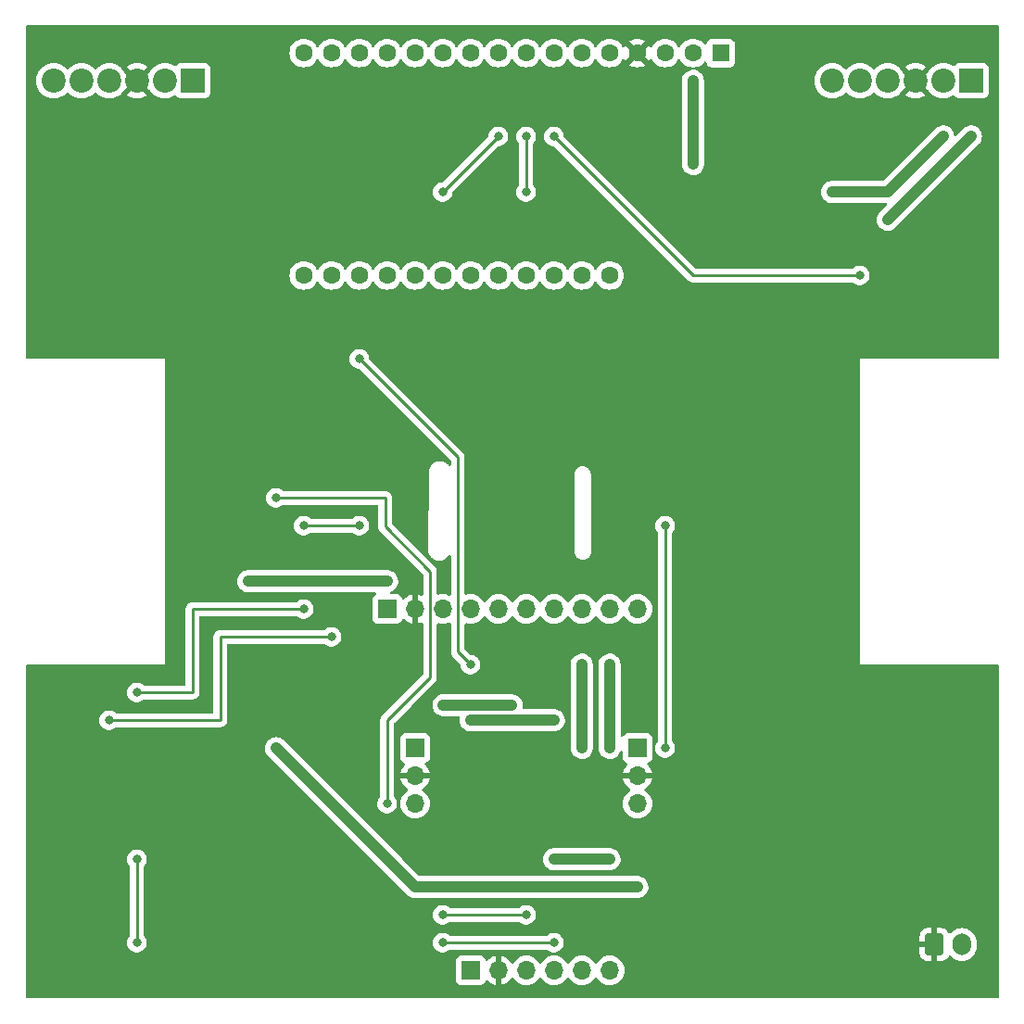
<source format=gbr>
%TF.GenerationSoftware,KiCad,Pcbnew,7.0.7*%
%TF.CreationDate,2023-11-09T14:18:26-08:00*%
%TF.ProjectId,Micro_Mouse,4d696372-6f5f-44d6-9f75-73652e6b6963,rev?*%
%TF.SameCoordinates,Original*%
%TF.FileFunction,Copper,L2,Bot*%
%TF.FilePolarity,Positive*%
%FSLAX46Y46*%
G04 Gerber Fmt 4.6, Leading zero omitted, Abs format (unit mm)*
G04 Created by KiCad (PCBNEW 7.0.7) date 2023-11-09 14:18:26*
%MOMM*%
%LPD*%
G01*
G04 APERTURE LIST*
G04 Aperture macros list*
%AMRoundRect*
0 Rectangle with rounded corners*
0 $1 Rounding radius*
0 $2 $3 $4 $5 $6 $7 $8 $9 X,Y pos of 4 corners*
0 Add a 4 corners polygon primitive as box body*
4,1,4,$2,$3,$4,$5,$6,$7,$8,$9,$2,$3,0*
0 Add four circle primitives for the rounded corners*
1,1,$1+$1,$2,$3*
1,1,$1+$1,$4,$5*
1,1,$1+$1,$6,$7*
1,1,$1+$1,$8,$9*
0 Add four rect primitives between the rounded corners*
20,1,$1+$1,$2,$3,$4,$5,0*
20,1,$1+$1,$4,$5,$6,$7,0*
20,1,$1+$1,$6,$7,$8,$9,0*
20,1,$1+$1,$8,$9,$2,$3,0*%
G04 Aperture macros list end*
%TA.AperFunction,ComponentPad*%
%ADD10R,2.200000X2.200000*%
%TD*%
%TA.AperFunction,ComponentPad*%
%ADD11C,2.200000*%
%TD*%
%TA.AperFunction,ComponentPad*%
%ADD12R,1.600000X1.600000*%
%TD*%
%TA.AperFunction,ComponentPad*%
%ADD13C,1.600000*%
%TD*%
%TA.AperFunction,ComponentPad*%
%ADD14R,1.700000X1.700000*%
%TD*%
%TA.AperFunction,ComponentPad*%
%ADD15O,1.700000X1.700000*%
%TD*%
%TA.AperFunction,ComponentPad*%
%ADD16RoundRect,0.250000X-0.600000X-0.750000X0.600000X-0.750000X0.600000X0.750000X-0.600000X0.750000X0*%
%TD*%
%TA.AperFunction,ComponentPad*%
%ADD17O,1.700000X2.000000*%
%TD*%
%TA.AperFunction,ViaPad*%
%ADD18C,0.800000*%
%TD*%
%TA.AperFunction,Conductor*%
%ADD19C,0.250000*%
%TD*%
%TA.AperFunction,Conductor*%
%ADD20C,1.000000*%
%TD*%
G04 APERTURE END LIST*
D10*
%TO.P,J4,1,Pin_1*%
%TO.N,BO1*%
X195580000Y-55880000D03*
D11*
%TO.P,J4,2,Pin_2*%
%TO.N,BO2*%
X193040000Y-55880000D03*
%TO.P,J4,3,Pin_3*%
%TO.N,GND*%
X190500000Y-55880000D03*
%TO.P,J4,4,Pin_4*%
%TO.N,+3.3V*%
X187960000Y-55880000D03*
%TO.P,J4,5,Pin_5*%
%TO.N,E2_PHA*%
X185420000Y-55880000D03*
%TO.P,J4,6,Pin_6*%
%TO.N,E2_PHB*%
X182880000Y-55880000D03*
%TD*%
D12*
%TO.P,A1,1,~{RESET}*%
%TO.N,unconnected-(A1-~{RESET}-Pad1)*%
X172720000Y-53340000D03*
D13*
%TO.P,A1,2,3V3*%
%TO.N,+3.3V*%
X170180000Y-53340000D03*
%TO.P,A1,3,NC*%
%TO.N,unconnected-(A1-NC-Pad3)*%
X167640000Y-53340000D03*
%TO.P,A1,4,GND*%
%TO.N,GND*%
X165100000Y-53340000D03*
%TO.P,A1,5,DAC2/A0*%
%TO.N,E2_PHB*%
X162560000Y-53340000D03*
%TO.P,A1,6,DAC1/A1*%
%TO.N,E2_PHA*%
X160020000Y-53340000D03*
%TO.P,A1,7,I34/A2*%
%TO.N,BTN*%
X157480000Y-53340000D03*
%TO.P,A1,8,I39/A3*%
%TO.N,IR_2*%
X154940000Y-53340000D03*
%TO.P,A1,9,IO36/A4*%
%TO.N,IR_1*%
X152400000Y-53340000D03*
%TO.P,A1,10,IO4/A5*%
%TO.N,E1_PHA*%
X149860000Y-53340000D03*
%TO.P,A1,11,SCK/IO5*%
%TO.N,unconnected-(A1-SCK{slash}IO5-Pad11)*%
X147320000Y-53340000D03*
%TO.P,A1,12,MOSI/IO18*%
%TO.N,unconnected-(A1-MOSI{slash}IO18-Pad12)*%
X144780000Y-53340000D03*
%TO.P,A1,13,MISO/IO19*%
%TO.N,unconnected-(A1-MISO{slash}IO19-Pad13)*%
X142240000Y-53340000D03*
%TO.P,A1,14,RX/IO16*%
%TO.N,unconnected-(A1-RX{slash}IO16-Pad14)*%
X139700000Y-53340000D03*
%TO.P,A1,15,TX/IO17*%
%TO.N,unconnected-(A1-TX{slash}IO17-Pad15)*%
X137160000Y-53340000D03*
%TO.P,A1,16,IO21*%
%TO.N,E1_PHB*%
X134620000Y-53340000D03*
%TO.P,A1,17,SDA/IO23*%
%TO.N,I2C SDA*%
X134620000Y-73660000D03*
%TO.P,A1,18,SCL/IO22*%
%TO.N,I2C SCL*%
X137160000Y-73660000D03*
%TO.P,A1,19,A6/IO14*%
%TO.N,PWMA*%
X139700000Y-73660000D03*
%TO.P,A1,20,A7/IO32*%
%TO.N,AIN2*%
X142240000Y-73660000D03*
%TO.P,A1,21,A8/IO15*%
%TO.N,AIN1*%
X144780000Y-73660000D03*
%TO.P,A1,22,A9/IO33*%
%TO.N,BIN1*%
X147320000Y-73660000D03*
%TO.P,A1,23,A10/IO27*%
%TO.N,BIN2*%
X149860000Y-73660000D03*
%TO.P,A1,24,A11/IO12*%
%TO.N,PWMB*%
X152400000Y-73660000D03*
%TO.P,A1,25,A12/IO13*%
%TO.N,unconnected-(A1-A12{slash}IO13-Pad25)*%
X154940000Y-73660000D03*
%TO.P,A1,26,USB*%
%TO.N,unconnected-(A1-USB-Pad26)*%
X157480000Y-73660000D03*
%TO.P,A1,27,EN*%
%TO.N,unconnected-(A1-EN-Pad27)*%
X160020000Y-73660000D03*
%TO.P,A1,28,VBAT*%
%TO.N,unconnected-(A1-VBAT-Pad28)*%
X162560000Y-73660000D03*
%TD*%
D14*
%TO.P,J6,1,Pin_1*%
%TO.N,+3.3V*%
X144780000Y-116840000D03*
D15*
%TO.P,J6,2,Pin_2*%
%TO.N,GND*%
X144780000Y-119380000D03*
%TO.P,J6,3,Pin_3*%
%TO.N,IR_1*%
X144780000Y-121920000D03*
%TD*%
D10*
%TO.P,J3,1,Pin_1*%
%TO.N,E1_PHB*%
X124460000Y-55880000D03*
D11*
%TO.P,J3,2,Pin_2*%
%TO.N,E1_PHA*%
X121920000Y-55880000D03*
%TO.P,J3,3,Pin_3*%
%TO.N,GND*%
X119380000Y-55880000D03*
%TO.P,J3,4,Pin_4*%
%TO.N,+3.3V*%
X116840000Y-55880000D03*
%TO.P,J3,5,Pin_5*%
%TO.N,AO1*%
X114300000Y-55880000D03*
%TO.P,J3,6,Pin_6*%
%TO.N,AO2*%
X111760000Y-55880000D03*
%TD*%
D14*
%TO.P,J7,1,Pin_1*%
%TO.N,IR_2*%
X165100000Y-116840000D03*
D15*
%TO.P,J7,2,Pin_2*%
%TO.N,GND*%
X165100000Y-119380000D03*
%TO.P,J7,3,Pin_3*%
%TO.N,+3.3V*%
X165100000Y-121920000D03*
%TD*%
D14*
%TO.P,J5,1,Pin_1*%
%TO.N,+3.3V*%
X149860000Y-137160000D03*
D15*
%TO.P,J5,2,Pin_2*%
%TO.N,GND*%
X152400000Y-137160000D03*
%TO.P,J5,3,Pin_3*%
%TO.N,I2C SCL*%
X154940000Y-137160000D03*
%TO.P,J5,4,Pin_4*%
%TO.N,I2C SDA*%
X157480000Y-137160000D03*
%TO.P,J5,5,Pin_5*%
%TO.N,unconnected-(J5-Pin_5-Pad5)*%
X160020000Y-137160000D03*
%TO.P,J5,6,Pin_6*%
%TO.N,unconnected-(J5-Pin_6-Pad6)*%
X162560000Y-137160000D03*
%TD*%
D16*
%TO.P,J1,1,Pin_1*%
%TO.N,GND*%
X192240322Y-134787338D03*
D17*
%TO.P,J1,2,Pin_2*%
%TO.N,Net-(J1-Pin_2)*%
X194740322Y-134787338D03*
%TD*%
D14*
%TO.P,J8,1,Pin_1*%
%TO.N,+3.3V*%
X142240000Y-104140000D03*
D15*
%TO.P,J8,2,Pin_2*%
%TO.N,GND*%
X144780000Y-104140000D03*
%TO.P,J8,3,Pin_3*%
%TO.N,I2C SCL*%
X147320000Y-104140000D03*
%TO.P,J8,4,Pin_4*%
%TO.N,I2C SDA*%
X149860000Y-104140000D03*
%TO.P,J8,5,Pin_5*%
%TO.N,unconnected-(J8-Pin_5-Pad5)*%
X152400000Y-104140000D03*
%TO.P,J8,6,Pin_6*%
%TO.N,unconnected-(J8-Pin_6-Pad6)*%
X154940000Y-104140000D03*
%TO.P,J8,7,Pin_7*%
%TO.N,unconnected-(J8-Pin_7-Pad7)*%
X157480000Y-104140000D03*
%TO.P,J8,8,Pin_8*%
%TO.N,unconnected-(J8-Pin_8-Pad8)*%
X160020000Y-104140000D03*
%TO.P,J8,9,Pin_9*%
%TO.N,unconnected-(J8-Pin_9-Pad9)*%
X162560000Y-104140000D03*
%TO.P,J8,10,Pin_10*%
%TO.N,unconnected-(J8-Pin_10-Pad10)*%
X165100000Y-104140000D03*
%TD*%
D18*
%TO.N,GND*%
X144780000Y-106680000D03*
%TO.N,BO2*%
X160020000Y-109220000D03*
%TO.N,BO1*%
X162560000Y-109220000D03*
%TO.N,IR_1*%
X132080000Y-93980000D03*
X147320000Y-66040000D03*
%TO.N,+3.3V*%
X142240000Y-101600000D03*
X129540000Y-101600000D03*
%TO.N,I2C SDA*%
X134620000Y-96520000D03*
X139700000Y-96520000D03*
%TO.N,PWMA*%
X139700000Y-81280000D03*
X149860000Y-109220000D03*
%TO.N,+3.3V*%
X170180000Y-63500000D03*
X132080000Y-116840000D03*
X153615363Y-112937056D03*
X149860000Y-129540000D03*
X147343149Y-112963100D03*
X170180000Y-55880000D03*
X165100000Y-129540000D03*
%TO.N,GND*%
X142240000Y-106680000D03*
X195580000Y-78740000D03*
X147320000Y-119380000D03*
X152292244Y-122020592D03*
X121920000Y-60960000D03*
X167640000Y-55880000D03*
X152387920Y-133508679D03*
X167640000Y-119380000D03*
X190500000Y-132080000D03*
X185420000Y-78740000D03*
X190500000Y-60960000D03*
X156207450Y-121890374D03*
X134620000Y-109220000D03*
%TO.N,BO1*%
X187960000Y-68580000D03*
X195580000Y-60960000D03*
X162560000Y-127000000D03*
X157480000Y-127000000D03*
X162560000Y-116840000D03*
%TO.N,BO2*%
X193040000Y-60960000D03*
X182880000Y-66040000D03*
X160020000Y-116840000D03*
%TO.N,Net-(J1-Pin_2)*%
X157480000Y-114300000D03*
X149860000Y-114300000D03*
%TO.N,BTN*%
X185420000Y-73660000D03*
X157480000Y-60960000D03*
%TO.N,I2C SCL*%
X137160000Y-106680000D03*
X147320000Y-132080000D03*
X116840000Y-114300000D03*
X154940000Y-132080000D03*
%TO.N,I2C SDA*%
X119380000Y-134620000D03*
X119380000Y-127000000D03*
X147320000Y-134620000D03*
X157480000Y-134620000D03*
X134620000Y-104140000D03*
X119380000Y-111760000D03*
%TO.N,IR_1*%
X142240000Y-121920000D03*
X152400000Y-60960000D03*
%TO.N,IR_2*%
X167640000Y-116840000D03*
X154940000Y-60960000D03*
X154940000Y-66040000D03*
X167640000Y-96520000D03*
%TD*%
D19*
%TO.N,IR_1*%
X142050000Y-93980000D02*
X142050000Y-96618835D01*
X142050000Y-96618835D02*
X146145000Y-100713835D01*
X146145000Y-110395000D02*
X146145000Y-100713835D01*
X142050000Y-93980000D02*
X132080000Y-93980000D01*
X142240000Y-114300000D02*
X146145000Y-110395000D01*
X142240000Y-121920000D02*
X142240000Y-114300000D01*
X147320000Y-66040000D02*
X152400000Y-60960000D01*
D20*
%TO.N,+3.3V*%
X144780000Y-129540000D02*
X132080000Y-116840000D01*
X149860000Y-129540000D02*
X144780000Y-129540000D01*
X129540000Y-101600000D02*
X142240000Y-101600000D01*
D19*
%TO.N,I2C SDA*%
X139700000Y-96520000D02*
X134620000Y-96520000D01*
%TO.N,PWMA*%
X148685000Y-90265000D02*
X139700000Y-81280000D01*
X148685000Y-108045000D02*
X148685000Y-90265000D01*
X149860000Y-109220000D02*
X148685000Y-108045000D01*
D20*
%TO.N,+3.3V*%
X170180000Y-63500000D02*
X170180000Y-55880000D01*
D19*
X147317105Y-112937056D02*
X147308170Y-112937056D01*
D20*
X149860000Y-129540000D02*
X165100000Y-129540000D01*
D19*
X147369193Y-112937056D02*
X147343149Y-112963100D01*
X147343149Y-112963100D02*
X147317105Y-112937056D01*
D20*
X153615363Y-112937056D02*
X147369193Y-112937056D01*
%TO.N,BO1*%
X195580000Y-60960000D02*
X187960000Y-68580000D01*
X162560000Y-109220000D02*
X162560000Y-116840000D01*
X162560000Y-127000000D02*
X157480000Y-127000000D01*
%TO.N,BO2*%
X187960000Y-66040000D02*
X182880000Y-66040000D01*
X160020000Y-109220000D02*
X160020000Y-116840000D01*
X193040000Y-60960000D02*
X187960000Y-66040000D01*
%TO.N,Net-(J1-Pin_2)*%
X157480000Y-114300000D02*
X149860000Y-114300000D01*
D19*
%TO.N,BTN*%
X170180000Y-73660000D02*
X157480000Y-60960000D01*
X185420000Y-73660000D02*
X170180000Y-73660000D01*
%TO.N,I2C SCL*%
X147320000Y-132080000D02*
X154940000Y-132080000D01*
X127000000Y-106680000D02*
X137160000Y-106680000D01*
X127000000Y-114300000D02*
X127000000Y-106680000D01*
X116840000Y-114300000D02*
X127000000Y-114300000D01*
%TO.N,I2C SDA*%
X124460000Y-104140000D02*
X134620000Y-104140000D01*
X147320000Y-134620000D02*
X157480000Y-134620000D01*
X119380000Y-111760000D02*
X124460000Y-111760000D01*
X119380000Y-134620000D02*
X119380000Y-127000000D01*
X124460000Y-111760000D02*
X124460000Y-104140000D01*
%TO.N,IR_2*%
X167640000Y-116840000D02*
X167640000Y-96520000D01*
X154940000Y-66040000D02*
X154940000Y-60960000D01*
%TD*%
%TA.AperFunction,Conductor*%
%TO.N,GND*%
G36*
X198062539Y-50820185D02*
G01*
X198108294Y-50872989D01*
X198119500Y-50924500D01*
X198119500Y-81155500D01*
X198099815Y-81222539D01*
X198047011Y-81268294D01*
X197995500Y-81279500D01*
X185444760Y-81279500D01*
X185444554Y-81279459D01*
X185420000Y-81279459D01*
X185419901Y-81279500D01*
X185419617Y-81279616D01*
X185419615Y-81279618D01*
X185419459Y-81279999D01*
X185419476Y-81304616D01*
X185419471Y-81304616D01*
X185419500Y-81304759D01*
X185419500Y-109195467D01*
X185419416Y-109195889D01*
X185419459Y-109220001D01*
X185419500Y-109220099D01*
X185419616Y-109220382D01*
X185419618Y-109220384D01*
X185419808Y-109220462D01*
X185420000Y-109220541D01*
X185420002Y-109220539D01*
X185444616Y-109220524D01*
X185444616Y-109220528D01*
X185444760Y-109220500D01*
X197995500Y-109220500D01*
X198062539Y-109240185D01*
X198108294Y-109292989D01*
X198119500Y-109344500D01*
X198119500Y-139575500D01*
X198099815Y-139642539D01*
X198047011Y-139688294D01*
X197995500Y-139699500D01*
X109344500Y-139699500D01*
X109277461Y-139679815D01*
X109231706Y-139627011D01*
X109220500Y-139575500D01*
X109220500Y-138057870D01*
X148509500Y-138057870D01*
X148509501Y-138057876D01*
X148515908Y-138117483D01*
X148566202Y-138252328D01*
X148566206Y-138252335D01*
X148652452Y-138367544D01*
X148652455Y-138367547D01*
X148767664Y-138453793D01*
X148767671Y-138453797D01*
X148902517Y-138504091D01*
X148902516Y-138504091D01*
X148909444Y-138504835D01*
X148962127Y-138510500D01*
X150757872Y-138510499D01*
X150817483Y-138504091D01*
X150952331Y-138453796D01*
X151067546Y-138367546D01*
X151153796Y-138252331D01*
X151203002Y-138120401D01*
X151244872Y-138064468D01*
X151310337Y-138040050D01*
X151378610Y-138054901D01*
X151406865Y-138076053D01*
X151528917Y-138198105D01*
X151722421Y-138333600D01*
X151936507Y-138433429D01*
X151936516Y-138433433D01*
X152150000Y-138490634D01*
X152150000Y-137772301D01*
X152169685Y-137705262D01*
X152222489Y-137659507D01*
X152291647Y-137649563D01*
X152364237Y-137660000D01*
X152364238Y-137660000D01*
X152435762Y-137660000D01*
X152435763Y-137660000D01*
X152508353Y-137649563D01*
X152577512Y-137659507D01*
X152630315Y-137705262D01*
X152650000Y-137772301D01*
X152650000Y-138490633D01*
X152863483Y-138433433D01*
X152863492Y-138433429D01*
X153077578Y-138333600D01*
X153271082Y-138198105D01*
X153438105Y-138031082D01*
X153568119Y-137845405D01*
X153622696Y-137801781D01*
X153692195Y-137794588D01*
X153754549Y-137826110D01*
X153771269Y-137845405D01*
X153901505Y-138031401D01*
X154068599Y-138198495D01*
X154165384Y-138266265D01*
X154262165Y-138334032D01*
X154262167Y-138334033D01*
X154262170Y-138334035D01*
X154476337Y-138433903D01*
X154704592Y-138495063D01*
X154881034Y-138510500D01*
X154939999Y-138515659D01*
X154940000Y-138515659D01*
X154940001Y-138515659D01*
X154998966Y-138510500D01*
X155175408Y-138495063D01*
X155403663Y-138433903D01*
X155617830Y-138334035D01*
X155811401Y-138198495D01*
X155978495Y-138031401D01*
X156108424Y-137845842D01*
X156163002Y-137802217D01*
X156232500Y-137795023D01*
X156294855Y-137826546D01*
X156311575Y-137845842D01*
X156441500Y-138031395D01*
X156441505Y-138031401D01*
X156608599Y-138198495D01*
X156705384Y-138266265D01*
X156802165Y-138334032D01*
X156802167Y-138334033D01*
X156802170Y-138334035D01*
X157016337Y-138433903D01*
X157244592Y-138495063D01*
X157421034Y-138510500D01*
X157479999Y-138515659D01*
X157480000Y-138515659D01*
X157480001Y-138515659D01*
X157538966Y-138510500D01*
X157715408Y-138495063D01*
X157943663Y-138433903D01*
X158157830Y-138334035D01*
X158351401Y-138198495D01*
X158518495Y-138031401D01*
X158648424Y-137845842D01*
X158703002Y-137802217D01*
X158772500Y-137795023D01*
X158834855Y-137826546D01*
X158851575Y-137845842D01*
X158981500Y-138031395D01*
X158981505Y-138031401D01*
X159148599Y-138198495D01*
X159245384Y-138266265D01*
X159342165Y-138334032D01*
X159342167Y-138334033D01*
X159342170Y-138334035D01*
X159556337Y-138433903D01*
X159784592Y-138495063D01*
X159961034Y-138510500D01*
X160019999Y-138515659D01*
X160020000Y-138515659D01*
X160020001Y-138515659D01*
X160078966Y-138510500D01*
X160255408Y-138495063D01*
X160483663Y-138433903D01*
X160697830Y-138334035D01*
X160891401Y-138198495D01*
X161058495Y-138031401D01*
X161188424Y-137845842D01*
X161243002Y-137802217D01*
X161312500Y-137795023D01*
X161374855Y-137826546D01*
X161391575Y-137845842D01*
X161521500Y-138031395D01*
X161521505Y-138031401D01*
X161688599Y-138198495D01*
X161785384Y-138266265D01*
X161882165Y-138334032D01*
X161882167Y-138334033D01*
X161882170Y-138334035D01*
X162096337Y-138433903D01*
X162324592Y-138495063D01*
X162501034Y-138510500D01*
X162559999Y-138515659D01*
X162560000Y-138515659D01*
X162560001Y-138515659D01*
X162618966Y-138510500D01*
X162795408Y-138495063D01*
X163023663Y-138433903D01*
X163237830Y-138334035D01*
X163431401Y-138198495D01*
X163598495Y-138031401D01*
X163734035Y-137837830D01*
X163833903Y-137623663D01*
X163895063Y-137395408D01*
X163915659Y-137160000D01*
X163895063Y-136924592D01*
X163833903Y-136696337D01*
X163734035Y-136482171D01*
X163728731Y-136474595D01*
X163598494Y-136288597D01*
X163431402Y-136121506D01*
X163431395Y-136121501D01*
X163416929Y-136111372D01*
X163354518Y-136067671D01*
X163237834Y-135985967D01*
X163237830Y-135985965D01*
X163216100Y-135975832D01*
X163023663Y-135886097D01*
X163023659Y-135886096D01*
X163023655Y-135886094D01*
X162795413Y-135824938D01*
X162795403Y-135824936D01*
X162560001Y-135804341D01*
X162559999Y-135804341D01*
X162324596Y-135824936D01*
X162324586Y-135824938D01*
X162096344Y-135886094D01*
X162096335Y-135886098D01*
X161882171Y-135985964D01*
X161882169Y-135985965D01*
X161688597Y-136121505D01*
X161521505Y-136288597D01*
X161391575Y-136474158D01*
X161336998Y-136517783D01*
X161267500Y-136524977D01*
X161205145Y-136493454D01*
X161188425Y-136474158D01*
X161058494Y-136288597D01*
X160891402Y-136121506D01*
X160891395Y-136121501D01*
X160876929Y-136111372D01*
X160814518Y-136067671D01*
X160697834Y-135985967D01*
X160697830Y-135985965D01*
X160676100Y-135975832D01*
X160483663Y-135886097D01*
X160483659Y-135886096D01*
X160483655Y-135886094D01*
X160255413Y-135824938D01*
X160255403Y-135824936D01*
X160020001Y-135804341D01*
X160019999Y-135804341D01*
X159784596Y-135824936D01*
X159784586Y-135824938D01*
X159556344Y-135886094D01*
X159556335Y-135886098D01*
X159342171Y-135985964D01*
X159342169Y-135985965D01*
X159148597Y-136121505D01*
X158981508Y-136288594D01*
X158851574Y-136474160D01*
X158796997Y-136517784D01*
X158727498Y-136524977D01*
X158665144Y-136493455D01*
X158648429Y-136474164D01*
X158530807Y-136306183D01*
X158518493Y-136288596D01*
X158351402Y-136121506D01*
X158351395Y-136121501D01*
X158336929Y-136111372D01*
X158274518Y-136067671D01*
X158157834Y-135985967D01*
X158157830Y-135985965D01*
X158136100Y-135975832D01*
X157943663Y-135886097D01*
X157943659Y-135886096D01*
X157943655Y-135886094D01*
X157715413Y-135824938D01*
X157715403Y-135824936D01*
X157480001Y-135804341D01*
X157479999Y-135804341D01*
X157244596Y-135824936D01*
X157244586Y-135824938D01*
X157016344Y-135886094D01*
X157016335Y-135886098D01*
X156802171Y-135985964D01*
X156802169Y-135985965D01*
X156608597Y-136121505D01*
X156441505Y-136288597D01*
X156311575Y-136474158D01*
X156256998Y-136517783D01*
X156187500Y-136524977D01*
X156125145Y-136493454D01*
X156108425Y-136474158D01*
X155978494Y-136288597D01*
X155811402Y-136121506D01*
X155811395Y-136121501D01*
X155796929Y-136111372D01*
X155734518Y-136067671D01*
X155617834Y-135985967D01*
X155617830Y-135985965D01*
X155596100Y-135975832D01*
X155403663Y-135886097D01*
X155403659Y-135886096D01*
X155403655Y-135886094D01*
X155175413Y-135824938D01*
X155175403Y-135824936D01*
X154940001Y-135804341D01*
X154939999Y-135804341D01*
X154704596Y-135824936D01*
X154704586Y-135824938D01*
X154476344Y-135886094D01*
X154476335Y-135886098D01*
X154262171Y-135985964D01*
X154262169Y-135985965D01*
X154068597Y-136121505D01*
X153901508Y-136288594D01*
X153771269Y-136474595D01*
X153716692Y-136518219D01*
X153647193Y-136525412D01*
X153584839Y-136493890D01*
X153568119Y-136474594D01*
X153438113Y-136288926D01*
X153438108Y-136288920D01*
X153271082Y-136121894D01*
X153077578Y-135986399D01*
X152863492Y-135886570D01*
X152863486Y-135886567D01*
X152650000Y-135829364D01*
X152650000Y-136547698D01*
X152630315Y-136614737D01*
X152577511Y-136660492D01*
X152508355Y-136670436D01*
X152435766Y-136660000D01*
X152435763Y-136660000D01*
X152364237Y-136660000D01*
X152364233Y-136660000D01*
X152291645Y-136670436D01*
X152222487Y-136660492D01*
X152169684Y-136614736D01*
X152150000Y-136547698D01*
X152150000Y-135829364D01*
X152149999Y-135829364D01*
X151936513Y-135886567D01*
X151936507Y-135886570D01*
X151722422Y-135986399D01*
X151722420Y-135986400D01*
X151528926Y-136121886D01*
X151406865Y-136243947D01*
X151345542Y-136277431D01*
X151275850Y-136272447D01*
X151219917Y-136230575D01*
X151203002Y-136199598D01*
X151153797Y-136067671D01*
X151153793Y-136067664D01*
X151067547Y-135952455D01*
X151067544Y-135952452D01*
X150952335Y-135866206D01*
X150952328Y-135866202D01*
X150817482Y-135815908D01*
X150817483Y-135815908D01*
X150757883Y-135809501D01*
X150757881Y-135809500D01*
X150757873Y-135809500D01*
X150757864Y-135809500D01*
X148962129Y-135809500D01*
X148962123Y-135809501D01*
X148902516Y-135815908D01*
X148767671Y-135866202D01*
X148767664Y-135866206D01*
X148652455Y-135952452D01*
X148652452Y-135952455D01*
X148566206Y-136067664D01*
X148566202Y-136067671D01*
X148515908Y-136202517D01*
X148509501Y-136262116D01*
X148509500Y-136262135D01*
X148509500Y-138057870D01*
X109220500Y-138057870D01*
X109220500Y-134620000D01*
X118474540Y-134620000D01*
X118494326Y-134808256D01*
X118494327Y-134808259D01*
X118552818Y-134988277D01*
X118552821Y-134988284D01*
X118647467Y-135152216D01*
X118749185Y-135265185D01*
X118774129Y-135292888D01*
X118927265Y-135404148D01*
X118927270Y-135404151D01*
X119100192Y-135481142D01*
X119100197Y-135481144D01*
X119285354Y-135520500D01*
X119285355Y-135520500D01*
X119474644Y-135520500D01*
X119474646Y-135520500D01*
X119659803Y-135481144D01*
X119832730Y-135404151D01*
X119985871Y-135292888D01*
X120112533Y-135152216D01*
X120207179Y-134988284D01*
X120265674Y-134808256D01*
X120285460Y-134620000D01*
X146414540Y-134620000D01*
X146434326Y-134808256D01*
X146434327Y-134808259D01*
X146492818Y-134988277D01*
X146492821Y-134988284D01*
X146587467Y-135152216D01*
X146689185Y-135265185D01*
X146714129Y-135292888D01*
X146867265Y-135404148D01*
X146867270Y-135404151D01*
X147040192Y-135481142D01*
X147040197Y-135481144D01*
X147225354Y-135520500D01*
X147225355Y-135520500D01*
X147414644Y-135520500D01*
X147414646Y-135520500D01*
X147599803Y-135481144D01*
X147772730Y-135404151D01*
X147925871Y-135292888D01*
X147928788Y-135289647D01*
X147931600Y-135286526D01*
X147991087Y-135249879D01*
X148023748Y-135245500D01*
X156776252Y-135245500D01*
X156843291Y-135265185D01*
X156868400Y-135286526D01*
X156874126Y-135292885D01*
X156874130Y-135292889D01*
X157027265Y-135404148D01*
X157027270Y-135404151D01*
X157200192Y-135481142D01*
X157200197Y-135481144D01*
X157385354Y-135520500D01*
X157385355Y-135520500D01*
X157574644Y-135520500D01*
X157574646Y-135520500D01*
X157759803Y-135481144D01*
X157932730Y-135404151D01*
X158085871Y-135292888D01*
X158212533Y-135152216D01*
X158307179Y-134988284D01*
X158365674Y-134808256D01*
X158385460Y-134620000D01*
X158365674Y-134431744D01*
X158307179Y-134251716D01*
X158212533Y-134087784D01*
X158122114Y-133987364D01*
X190890321Y-133987364D01*
X190890322Y-134537338D01*
X191626975Y-134537338D01*
X191694014Y-134557023D01*
X191739769Y-134609827D01*
X191749713Y-134678985D01*
X191745953Y-134696271D01*
X191740322Y-134715449D01*
X191740322Y-134859226D01*
X191745953Y-134878405D01*
X191745952Y-134948274D01*
X191708177Y-135007052D01*
X191644621Y-135036076D01*
X191626975Y-135037338D01*
X190890323Y-135037338D01*
X190890323Y-135587324D01*
X190900816Y-135690035D01*
X190955963Y-135856457D01*
X190955965Y-135856462D01*
X191048006Y-136005683D01*
X191171976Y-136129653D01*
X191321197Y-136221694D01*
X191321202Y-136221696D01*
X191487624Y-136276843D01*
X191487631Y-136276844D01*
X191590341Y-136287337D01*
X191990321Y-136287337D01*
X191990322Y-136287336D01*
X191990322Y-135399639D01*
X192010007Y-135332600D01*
X192062811Y-135286845D01*
X192131969Y-135276901D01*
X192204559Y-135287338D01*
X192204560Y-135287338D01*
X192276084Y-135287338D01*
X192276085Y-135287338D01*
X192348675Y-135276901D01*
X192417834Y-135286845D01*
X192470637Y-135332600D01*
X192490322Y-135399639D01*
X192490322Y-136287337D01*
X192890294Y-136287337D01*
X192890308Y-136287336D01*
X192993019Y-136276843D01*
X193159441Y-136221696D01*
X193159446Y-136221694D01*
X193308667Y-136129653D01*
X193432637Y-136005683D01*
X193528137Y-135850854D01*
X193580085Y-135804130D01*
X193649048Y-135792907D01*
X193713130Y-135820751D01*
X193721357Y-135828269D01*
X193868921Y-135975833D01*
X193868924Y-135975835D01*
X193868925Y-135975836D01*
X194062487Y-136111370D01*
X194062489Y-136111371D01*
X194062492Y-136111373D01*
X194276659Y-136211241D01*
X194276665Y-136211242D01*
X194276666Y-136211243D01*
X194315678Y-136221696D01*
X194504914Y-136272401D01*
X194690031Y-136288597D01*
X194740321Y-136292997D01*
X194740322Y-136292997D01*
X194740323Y-136292997D01*
X194779556Y-136289564D01*
X194975730Y-136272401D01*
X195203985Y-136211241D01*
X195418151Y-136111373D01*
X195611723Y-135975833D01*
X195778817Y-135808739D01*
X195914357Y-135615167D01*
X196014225Y-135401001D01*
X196075385Y-135172746D01*
X196090822Y-134996304D01*
X196090822Y-134578372D01*
X196075385Y-134401930D01*
X196014225Y-134173675D01*
X195914357Y-133959509D01*
X195910132Y-133953474D01*
X195778816Y-133765935D01*
X195611724Y-133598844D01*
X195611717Y-133598839D01*
X195418156Y-133463305D01*
X195418152Y-133463303D01*
X195378948Y-133445022D01*
X195203985Y-133363435D01*
X195203981Y-133363434D01*
X195203977Y-133363432D01*
X194975735Y-133302276D01*
X194975725Y-133302274D01*
X194740323Y-133281679D01*
X194740321Y-133281679D01*
X194504918Y-133302274D01*
X194504908Y-133302276D01*
X194276666Y-133363432D01*
X194276657Y-133363436D01*
X194062493Y-133463302D01*
X194062491Y-133463303D01*
X193868919Y-133598843D01*
X193721357Y-133746406D01*
X193660034Y-133779891D01*
X193590342Y-133774907D01*
X193534409Y-133733035D01*
X193528137Y-133723822D01*
X193432637Y-133568992D01*
X193308667Y-133445022D01*
X193159446Y-133352981D01*
X193159441Y-133352979D01*
X192993019Y-133297832D01*
X192993012Y-133297831D01*
X192890308Y-133287338D01*
X192490322Y-133287338D01*
X192490322Y-134175036D01*
X192470637Y-134242075D01*
X192417833Y-134287830D01*
X192348677Y-134297774D01*
X192276088Y-134287338D01*
X192276085Y-134287338D01*
X192204559Y-134287338D01*
X192204555Y-134287338D01*
X192131967Y-134297774D01*
X192062809Y-134287830D01*
X192010006Y-134242074D01*
X191990322Y-134175036D01*
X191990322Y-133287338D01*
X191590350Y-133287338D01*
X191590334Y-133287339D01*
X191487624Y-133297832D01*
X191321202Y-133352979D01*
X191321197Y-133352981D01*
X191171976Y-133445022D01*
X191048006Y-133568992D01*
X190955965Y-133718213D01*
X190955963Y-133718218D01*
X190900816Y-133884640D01*
X190900815Y-133884647D01*
X190890322Y-133987351D01*
X190890321Y-133987364D01*
X158122114Y-133987364D01*
X158085871Y-133947112D01*
X158085870Y-133947111D01*
X157932734Y-133835851D01*
X157932729Y-133835848D01*
X157759807Y-133758857D01*
X157759802Y-133758855D01*
X157614001Y-133727865D01*
X157574646Y-133719500D01*
X157385354Y-133719500D01*
X157352897Y-133726398D01*
X157200197Y-133758855D01*
X157200192Y-133758857D01*
X157027270Y-133835848D01*
X157027265Y-133835851D01*
X156874130Y-133947110D01*
X156874126Y-133947114D01*
X156868400Y-133953474D01*
X156808913Y-133990121D01*
X156776252Y-133994500D01*
X148023748Y-133994500D01*
X147956709Y-133974815D01*
X147931600Y-133953474D01*
X147925873Y-133947114D01*
X147925869Y-133947110D01*
X147772734Y-133835851D01*
X147772729Y-133835848D01*
X147599807Y-133758857D01*
X147599802Y-133758855D01*
X147454000Y-133727865D01*
X147414646Y-133719500D01*
X147225354Y-133719500D01*
X147192897Y-133726398D01*
X147040197Y-133758855D01*
X147040192Y-133758857D01*
X146867270Y-133835848D01*
X146867265Y-133835851D01*
X146714129Y-133947111D01*
X146587466Y-134087785D01*
X146492821Y-134251715D01*
X146492818Y-134251722D01*
X146434327Y-134431740D01*
X146434326Y-134431744D01*
X146414540Y-134620000D01*
X120285460Y-134620000D01*
X120265674Y-134431744D01*
X120207179Y-134251716D01*
X120112533Y-134087784D01*
X120037350Y-134004284D01*
X120007120Y-133941292D01*
X120005500Y-133921312D01*
X120005500Y-132080000D01*
X146414540Y-132080000D01*
X146434326Y-132268256D01*
X146434327Y-132268259D01*
X146492818Y-132448277D01*
X146492821Y-132448284D01*
X146587467Y-132612216D01*
X146689185Y-132725185D01*
X146714129Y-132752888D01*
X146867265Y-132864148D01*
X146867270Y-132864151D01*
X147040192Y-132941142D01*
X147040197Y-132941144D01*
X147225354Y-132980500D01*
X147225355Y-132980500D01*
X147414644Y-132980500D01*
X147414646Y-132980500D01*
X147599803Y-132941144D01*
X147772730Y-132864151D01*
X147925871Y-132752888D01*
X147928788Y-132749647D01*
X147931600Y-132746526D01*
X147991087Y-132709879D01*
X148023748Y-132705500D01*
X154236252Y-132705500D01*
X154303291Y-132725185D01*
X154328400Y-132746526D01*
X154334126Y-132752885D01*
X154334130Y-132752889D01*
X154487265Y-132864148D01*
X154487270Y-132864151D01*
X154660192Y-132941142D01*
X154660197Y-132941144D01*
X154845354Y-132980500D01*
X154845355Y-132980500D01*
X155034644Y-132980500D01*
X155034646Y-132980500D01*
X155219803Y-132941144D01*
X155392730Y-132864151D01*
X155545871Y-132752888D01*
X155672533Y-132612216D01*
X155767179Y-132448284D01*
X155825674Y-132268256D01*
X155845460Y-132080000D01*
X155825674Y-131891744D01*
X155767179Y-131711716D01*
X155672533Y-131547784D01*
X155545871Y-131407112D01*
X155545870Y-131407111D01*
X155392734Y-131295851D01*
X155392729Y-131295848D01*
X155219807Y-131218857D01*
X155219802Y-131218855D01*
X155074000Y-131187865D01*
X155034646Y-131179500D01*
X154845354Y-131179500D01*
X154812897Y-131186398D01*
X154660197Y-131218855D01*
X154660192Y-131218857D01*
X154487270Y-131295848D01*
X154487265Y-131295851D01*
X154334130Y-131407110D01*
X154334126Y-131407114D01*
X154328400Y-131413474D01*
X154268913Y-131450121D01*
X154236252Y-131454500D01*
X148023748Y-131454500D01*
X147956709Y-131434815D01*
X147931600Y-131413474D01*
X147925873Y-131407114D01*
X147925869Y-131407110D01*
X147772734Y-131295851D01*
X147772729Y-131295848D01*
X147599807Y-131218857D01*
X147599802Y-131218855D01*
X147454000Y-131187865D01*
X147414646Y-131179500D01*
X147225354Y-131179500D01*
X147192897Y-131186398D01*
X147040197Y-131218855D01*
X147040192Y-131218857D01*
X146867270Y-131295848D01*
X146867265Y-131295851D01*
X146714129Y-131407111D01*
X146587466Y-131547785D01*
X146492821Y-131711715D01*
X146492818Y-131711722D01*
X146434327Y-131891740D01*
X146434326Y-131891744D01*
X146414540Y-132080000D01*
X120005500Y-132080000D01*
X120005500Y-127698687D01*
X120025185Y-127631648D01*
X120037350Y-127615715D01*
X120055891Y-127595122D01*
X120112533Y-127532216D01*
X120207179Y-127368284D01*
X120265674Y-127188256D01*
X120285460Y-127000000D01*
X120265674Y-126811744D01*
X120207179Y-126631716D01*
X120112533Y-126467784D01*
X119985871Y-126327112D01*
X119958371Y-126307132D01*
X119832734Y-126215851D01*
X119832729Y-126215848D01*
X119659807Y-126138857D01*
X119659802Y-126138855D01*
X119514001Y-126107865D01*
X119474646Y-126099500D01*
X119285354Y-126099500D01*
X119252897Y-126106398D01*
X119100197Y-126138855D01*
X119100192Y-126138857D01*
X118927270Y-126215848D01*
X118927265Y-126215851D01*
X118774129Y-126327111D01*
X118647466Y-126467785D01*
X118552821Y-126631715D01*
X118552818Y-126631722D01*
X118494327Y-126811740D01*
X118494326Y-126811744D01*
X118474540Y-127000000D01*
X118494326Y-127188256D01*
X118494327Y-127188259D01*
X118552818Y-127368277D01*
X118552821Y-127368284D01*
X118647467Y-127532216D01*
X118690772Y-127580310D01*
X118722650Y-127615715D01*
X118752880Y-127678706D01*
X118754500Y-127698687D01*
X118754500Y-133921312D01*
X118734815Y-133988351D01*
X118722650Y-134004284D01*
X118647466Y-134087784D01*
X118552821Y-134251715D01*
X118552818Y-134251722D01*
X118494327Y-134431740D01*
X118494326Y-134431744D01*
X118474540Y-134620000D01*
X109220500Y-134620000D01*
X109220500Y-116916358D01*
X131077242Y-116916358D01*
X131113140Y-117116648D01*
X131113142Y-117116654D01*
X131188623Y-117305616D01*
X131188629Y-117305628D01*
X131300596Y-117475517D01*
X131300599Y-117475521D01*
X140876016Y-127050936D01*
X144063547Y-130238467D01*
X144124941Y-130303053D01*
X144124944Y-130303055D01*
X144124947Y-130303058D01*
X144159053Y-130326795D01*
X144175303Y-130338106D01*
X144179044Y-130340926D01*
X144226593Y-130379698D01*
X144257045Y-130395604D01*
X144263756Y-130399671D01*
X144291951Y-130419295D01*
X144348332Y-130443490D01*
X144352567Y-130445501D01*
X144406951Y-130473909D01*
X144439973Y-130483356D01*
X144447365Y-130485989D01*
X144478940Y-130499539D01*
X144478941Y-130499540D01*
X144492054Y-130502234D01*
X144539055Y-130511892D01*
X144543595Y-130513006D01*
X144602582Y-130529886D01*
X144636841Y-130532494D01*
X144644609Y-130533585D01*
X144678255Y-130540500D01*
X144678259Y-130540500D01*
X144739601Y-130540500D01*
X144744308Y-130540678D01*
X144780651Y-130543446D01*
X144805475Y-130545337D01*
X144805475Y-130545336D01*
X144805476Y-130545337D01*
X144839559Y-130540996D01*
X144847389Y-130540500D01*
X165150743Y-130540500D01*
X165302439Y-130525074D01*
X165496579Y-130464162D01*
X165496580Y-130464161D01*
X165496588Y-130464159D01*
X165674502Y-130365409D01*
X165828895Y-130232866D01*
X165953448Y-130071958D01*
X166043060Y-129889271D01*
X166094063Y-129692285D01*
X166104369Y-129489064D01*
X166073556Y-129287929D01*
X166002886Y-129097113D01*
X165895252Y-128924429D01*
X165755059Y-128776947D01*
X165656587Y-128708409D01*
X165588050Y-128660705D01*
X165401056Y-128580459D01*
X165201741Y-128539500D01*
X149961741Y-128539500D01*
X145245783Y-128539500D01*
X145178744Y-128519815D01*
X145158102Y-128503181D01*
X143705857Y-127050936D01*
X156475631Y-127050936D01*
X156506442Y-127252063D01*
X156506445Y-127252075D01*
X156577111Y-127442881D01*
X156577115Y-127442888D01*
X156684745Y-127615567D01*
X156684747Y-127615569D01*
X156684748Y-127615571D01*
X156824941Y-127763053D01*
X156953344Y-127852424D01*
X156991949Y-127879294D01*
X156991950Y-127879294D01*
X156991951Y-127879295D01*
X157178942Y-127959540D01*
X157378259Y-128000500D01*
X162610743Y-128000500D01*
X162762439Y-127985074D01*
X162956579Y-127924162D01*
X162956580Y-127924161D01*
X162956588Y-127924159D01*
X163134502Y-127825409D01*
X163288895Y-127692866D01*
X163413448Y-127531958D01*
X163503060Y-127349271D01*
X163554063Y-127152285D01*
X163564369Y-126949064D01*
X163533556Y-126747929D01*
X163462886Y-126557113D01*
X163355252Y-126384429D01*
X163215059Y-126236947D01*
X163074129Y-126138857D01*
X163048050Y-126120705D01*
X162861056Y-126040459D01*
X162661741Y-125999500D01*
X157429258Y-125999500D01*
X157429257Y-125999500D01*
X157277560Y-126014925D01*
X157083420Y-126075837D01*
X157083405Y-126075844D01*
X156905500Y-126174589D01*
X156905495Y-126174592D01*
X156751106Y-126307132D01*
X156751104Y-126307134D01*
X156626554Y-126468037D01*
X156626553Y-126468040D01*
X156536940Y-126650728D01*
X156485937Y-126847714D01*
X156475631Y-127050936D01*
X143705857Y-127050936D01*
X132751582Y-116096662D01*
X132669105Y-116029410D01*
X132633407Y-116000302D01*
X132453049Y-115906091D01*
X132370659Y-115882516D01*
X132293257Y-115860368D01*
X132257418Y-115850113D01*
X132257417Y-115850112D01*
X132257416Y-115850112D01*
X132054525Y-115834662D01*
X132054522Y-115834662D01*
X131852678Y-115860368D01*
X131852670Y-115860370D01*
X131660129Y-115926183D01*
X131660117Y-115926189D01*
X131484778Y-116029406D01*
X131484771Y-116029411D01*
X131333787Y-116165820D01*
X131333787Y-116165821D01*
X131213353Y-116329828D01*
X131213349Y-116329835D01*
X131128397Y-116514725D01*
X131128393Y-116514737D01*
X131082396Y-116712945D01*
X131077242Y-116916358D01*
X109220500Y-116916358D01*
X109220500Y-114300000D01*
X115934540Y-114300000D01*
X115954326Y-114488256D01*
X115954327Y-114488259D01*
X116012818Y-114668277D01*
X116012821Y-114668284D01*
X116107467Y-114832216D01*
X116228401Y-114966526D01*
X116234129Y-114972888D01*
X116387265Y-115084148D01*
X116387270Y-115084151D01*
X116560192Y-115161142D01*
X116560197Y-115161144D01*
X116745354Y-115200500D01*
X116745355Y-115200500D01*
X116934644Y-115200500D01*
X116934646Y-115200500D01*
X117119803Y-115161144D01*
X117292730Y-115084151D01*
X117445871Y-114972888D01*
X117448788Y-114969647D01*
X117451600Y-114966526D01*
X117511087Y-114929879D01*
X117543748Y-114925500D01*
X126929153Y-114925500D01*
X126952385Y-114927696D01*
X126953989Y-114928001D01*
X126960412Y-114929227D01*
X127017724Y-114925621D01*
X127021597Y-114925500D01*
X127039342Y-114925500D01*
X127039350Y-114925500D01*
X127056990Y-114923271D01*
X127060807Y-114922910D01*
X127118138Y-114919304D01*
X127125905Y-114916780D01*
X127148680Y-114911688D01*
X127156792Y-114910664D01*
X127210195Y-114889519D01*
X127213835Y-114888209D01*
X127268441Y-114870467D01*
X127275337Y-114866090D01*
X127296133Y-114855494D01*
X127303732Y-114852486D01*
X127350191Y-114818730D01*
X127353390Y-114816555D01*
X127401877Y-114785786D01*
X127407466Y-114779833D01*
X127424979Y-114764394D01*
X127431587Y-114759594D01*
X127468190Y-114715347D01*
X127470736Y-114712457D01*
X127510062Y-114670582D01*
X127513998Y-114663421D01*
X127527119Y-114644114D01*
X127532324Y-114637823D01*
X127556769Y-114585874D01*
X127558528Y-114582419D01*
X127586197Y-114532092D01*
X127588227Y-114524181D01*
X127596135Y-114502218D01*
X127599614Y-114494826D01*
X127610377Y-114438401D01*
X127611210Y-114434670D01*
X127625500Y-114379019D01*
X127625500Y-114370844D01*
X127627697Y-114347606D01*
X127629227Y-114339588D01*
X127625621Y-114282275D01*
X127625500Y-114278403D01*
X127625500Y-107429500D01*
X127645185Y-107362461D01*
X127697989Y-107316706D01*
X127749500Y-107305500D01*
X136456252Y-107305500D01*
X136523291Y-107325185D01*
X136548400Y-107346526D01*
X136554126Y-107352885D01*
X136554130Y-107352889D01*
X136707265Y-107464148D01*
X136707270Y-107464151D01*
X136880192Y-107541142D01*
X136880197Y-107541144D01*
X137065354Y-107580500D01*
X137065355Y-107580500D01*
X137254644Y-107580500D01*
X137254646Y-107580500D01*
X137439803Y-107541144D01*
X137612730Y-107464151D01*
X137765871Y-107352888D01*
X137892533Y-107212216D01*
X137987179Y-107048284D01*
X138045674Y-106868256D01*
X138065460Y-106680000D01*
X138045674Y-106491744D01*
X137987179Y-106311716D01*
X137892533Y-106147784D01*
X137765871Y-106007112D01*
X137765870Y-106007111D01*
X137612734Y-105895851D01*
X137612729Y-105895848D01*
X137439807Y-105818857D01*
X137439802Y-105818855D01*
X137294000Y-105787865D01*
X137254646Y-105779500D01*
X137065354Y-105779500D01*
X137032897Y-105786398D01*
X136880197Y-105818855D01*
X136880192Y-105818857D01*
X136707270Y-105895848D01*
X136707265Y-105895851D01*
X136554130Y-106007110D01*
X136554126Y-106007114D01*
X136548400Y-106013474D01*
X136488913Y-106050121D01*
X136456252Y-106054500D01*
X127070847Y-106054500D01*
X127047615Y-106052304D01*
X127039588Y-106050773D01*
X127039586Y-106050773D01*
X127030633Y-106051336D01*
X126982275Y-106054378D01*
X126978403Y-106054500D01*
X126960643Y-106054500D01*
X126943032Y-106056725D01*
X126939164Y-106057090D01*
X126907375Y-106059090D01*
X126881859Y-106060696D01*
X126874085Y-106063222D01*
X126851320Y-106068310D01*
X126843218Y-106069333D01*
X126843205Y-106069337D01*
X126789810Y-106090477D01*
X126786154Y-106091792D01*
X126731559Y-106109533D01*
X126731556Y-106109534D01*
X126724652Y-106113915D01*
X126703880Y-106124499D01*
X126696273Y-106127511D01*
X126696262Y-106127517D01*
X126649814Y-106161263D01*
X126646595Y-106163451D01*
X126598123Y-106194213D01*
X126598120Y-106194216D01*
X126592529Y-106200170D01*
X126575029Y-106215599D01*
X126568413Y-106220405D01*
X126568412Y-106220406D01*
X126531812Y-106264646D01*
X126529238Y-106267565D01*
X126489937Y-106309417D01*
X126489935Y-106309420D01*
X126485994Y-106316589D01*
X126472889Y-106335873D01*
X126467677Y-106342173D01*
X126467674Y-106342178D01*
X126443231Y-106394121D01*
X126441464Y-106397589D01*
X126413804Y-106447903D01*
X126413803Y-106447908D01*
X126411769Y-106455828D01*
X126403870Y-106477768D01*
X126400386Y-106485172D01*
X126400384Y-106485178D01*
X126389629Y-106541561D01*
X126388779Y-106545361D01*
X126374500Y-106600976D01*
X126374500Y-106609152D01*
X126372305Y-106632379D01*
X126370773Y-106640412D01*
X126374378Y-106697724D01*
X126374500Y-106701595D01*
X126374500Y-113550500D01*
X126354815Y-113617539D01*
X126302011Y-113663294D01*
X126250500Y-113674500D01*
X117543748Y-113674500D01*
X117476709Y-113654815D01*
X117451600Y-113633474D01*
X117445873Y-113627114D01*
X117445869Y-113627110D01*
X117292734Y-113515851D01*
X117292729Y-113515848D01*
X117119807Y-113438857D01*
X117119802Y-113438855D01*
X116974001Y-113407865D01*
X116934646Y-113399500D01*
X116745354Y-113399500D01*
X116712897Y-113406398D01*
X116560197Y-113438855D01*
X116560192Y-113438857D01*
X116387270Y-113515848D01*
X116387265Y-113515851D01*
X116234129Y-113627111D01*
X116107466Y-113767785D01*
X116012821Y-113931715D01*
X116012818Y-113931722D01*
X115954327Y-114111740D01*
X115954326Y-114111744D01*
X115934540Y-114300000D01*
X109220500Y-114300000D01*
X109220500Y-111760000D01*
X118474540Y-111760000D01*
X118494326Y-111948256D01*
X118494327Y-111948259D01*
X118552818Y-112128277D01*
X118552821Y-112128284D01*
X118647467Y-112292216D01*
X118749102Y-112405093D01*
X118774129Y-112432888D01*
X118927265Y-112544148D01*
X118927270Y-112544151D01*
X119100192Y-112621142D01*
X119100197Y-112621144D01*
X119285354Y-112660500D01*
X119285355Y-112660500D01*
X119474644Y-112660500D01*
X119474646Y-112660500D01*
X119659803Y-112621144D01*
X119832730Y-112544151D01*
X119985871Y-112432888D01*
X119988788Y-112429647D01*
X119991600Y-112426526D01*
X120051087Y-112389879D01*
X120083748Y-112385500D01*
X124389153Y-112385500D01*
X124412385Y-112387696D01*
X124413989Y-112388001D01*
X124420412Y-112389227D01*
X124477724Y-112385621D01*
X124481597Y-112385500D01*
X124499342Y-112385500D01*
X124499350Y-112385500D01*
X124516990Y-112383271D01*
X124520807Y-112382910D01*
X124578138Y-112379304D01*
X124585905Y-112376780D01*
X124608680Y-112371688D01*
X124616792Y-112370664D01*
X124670195Y-112349519D01*
X124673835Y-112348209D01*
X124728441Y-112330467D01*
X124735337Y-112326090D01*
X124756133Y-112315494D01*
X124763732Y-112312486D01*
X124810191Y-112278730D01*
X124813390Y-112276555D01*
X124861877Y-112245786D01*
X124867466Y-112239833D01*
X124884979Y-112224394D01*
X124891587Y-112219594D01*
X124928190Y-112175347D01*
X124930736Y-112172457D01*
X124970062Y-112130582D01*
X124973998Y-112123421D01*
X124987119Y-112104114D01*
X124992324Y-112097823D01*
X124992326Y-112097819D01*
X125016769Y-112045874D01*
X125018528Y-112042419D01*
X125046197Y-111992092D01*
X125048227Y-111984181D01*
X125056135Y-111962218D01*
X125059614Y-111954826D01*
X125070377Y-111898401D01*
X125071218Y-111894640D01*
X125085500Y-111839019D01*
X125085499Y-111830847D01*
X125087697Y-111807603D01*
X125089227Y-111799588D01*
X125085620Y-111742276D01*
X125085499Y-111738400D01*
X125085500Y-104889500D01*
X125105185Y-104822461D01*
X125157989Y-104776706D01*
X125209500Y-104765500D01*
X133916252Y-104765500D01*
X133983291Y-104785185D01*
X134008400Y-104806526D01*
X134014126Y-104812885D01*
X134014130Y-104812889D01*
X134167265Y-104924148D01*
X134167270Y-104924151D01*
X134340192Y-105001142D01*
X134340197Y-105001144D01*
X134525354Y-105040500D01*
X134525355Y-105040500D01*
X134714644Y-105040500D01*
X134714646Y-105040500D01*
X134899803Y-105001144D01*
X135072730Y-104924151D01*
X135225871Y-104812888D01*
X135352533Y-104672216D01*
X135447179Y-104508284D01*
X135505674Y-104328256D01*
X135525460Y-104140000D01*
X135505674Y-103951744D01*
X135447179Y-103771716D01*
X135352533Y-103607784D01*
X135225871Y-103467112D01*
X135225870Y-103467111D01*
X135072734Y-103355851D01*
X135072729Y-103355848D01*
X134899807Y-103278857D01*
X134899802Y-103278855D01*
X134754000Y-103247865D01*
X134714646Y-103239500D01*
X134525354Y-103239500D01*
X134492897Y-103246398D01*
X134340197Y-103278855D01*
X134340192Y-103278857D01*
X134167270Y-103355848D01*
X134167265Y-103355851D01*
X134014130Y-103467110D01*
X134014126Y-103467114D01*
X134008400Y-103473474D01*
X133948913Y-103510121D01*
X133916252Y-103514500D01*
X124530847Y-103514500D01*
X124507615Y-103512304D01*
X124499588Y-103510773D01*
X124499586Y-103510773D01*
X124490633Y-103511336D01*
X124442275Y-103514378D01*
X124438403Y-103514500D01*
X124420643Y-103514500D01*
X124403032Y-103516725D01*
X124399164Y-103517090D01*
X124367375Y-103519090D01*
X124341859Y-103520696D01*
X124334085Y-103523222D01*
X124311320Y-103528310D01*
X124303218Y-103529333D01*
X124303205Y-103529337D01*
X124249810Y-103550477D01*
X124246154Y-103551792D01*
X124191559Y-103569533D01*
X124191556Y-103569534D01*
X124184652Y-103573915D01*
X124163880Y-103584499D01*
X124156273Y-103587511D01*
X124156262Y-103587517D01*
X124109814Y-103621263D01*
X124106595Y-103623451D01*
X124058123Y-103654213D01*
X124058120Y-103654216D01*
X124052529Y-103660170D01*
X124035029Y-103675599D01*
X124028413Y-103680405D01*
X124028412Y-103680406D01*
X123991812Y-103724646D01*
X123989238Y-103727565D01*
X123949937Y-103769417D01*
X123949935Y-103769420D01*
X123945994Y-103776589D01*
X123932889Y-103795873D01*
X123927677Y-103802173D01*
X123927674Y-103802178D01*
X123903231Y-103854121D01*
X123901464Y-103857589D01*
X123873804Y-103907903D01*
X123873803Y-103907908D01*
X123871769Y-103915828D01*
X123863870Y-103937768D01*
X123860386Y-103945172D01*
X123860384Y-103945178D01*
X123849629Y-104001561D01*
X123848779Y-104005361D01*
X123834500Y-104060976D01*
X123834500Y-104069152D01*
X123832305Y-104092379D01*
X123830773Y-104100412D01*
X123834378Y-104157724D01*
X123834500Y-104161595D01*
X123834500Y-111010500D01*
X123814815Y-111077539D01*
X123762011Y-111123294D01*
X123710500Y-111134500D01*
X120083748Y-111134500D01*
X120016709Y-111114815D01*
X119991600Y-111093474D01*
X119985873Y-111087114D01*
X119985869Y-111087110D01*
X119832734Y-110975851D01*
X119832729Y-110975848D01*
X119659807Y-110898857D01*
X119659802Y-110898855D01*
X119514000Y-110867865D01*
X119474646Y-110859500D01*
X119285354Y-110859500D01*
X119252897Y-110866398D01*
X119100197Y-110898855D01*
X119100192Y-110898857D01*
X118927270Y-110975848D01*
X118927265Y-110975851D01*
X118774129Y-111087111D01*
X118647466Y-111227785D01*
X118552821Y-111391715D01*
X118552818Y-111391722D01*
X118494327Y-111571740D01*
X118494326Y-111571744D01*
X118474540Y-111760000D01*
X109220500Y-111760000D01*
X109220500Y-109344500D01*
X109240185Y-109277461D01*
X109292989Y-109231706D01*
X109344500Y-109220500D01*
X121895240Y-109220500D01*
X121895383Y-109220528D01*
X121895384Y-109220524D01*
X121919997Y-109220539D01*
X121920000Y-109220541D01*
X121920383Y-109220383D01*
X121920500Y-109220099D01*
X121920541Y-109220000D01*
X121920540Y-109219997D01*
X121920583Y-109195889D01*
X121920500Y-109195467D01*
X121920500Y-101650936D01*
X128535631Y-101650936D01*
X128566442Y-101852063D01*
X128566445Y-101852075D01*
X128637111Y-102042881D01*
X128637115Y-102042888D01*
X128744745Y-102215567D01*
X128744747Y-102215569D01*
X128744748Y-102215571D01*
X128884941Y-102363053D01*
X129013344Y-102452424D01*
X129051949Y-102479294D01*
X129051950Y-102479294D01*
X129051951Y-102479295D01*
X129238942Y-102559540D01*
X129438259Y-102600500D01*
X141119140Y-102600500D01*
X141186179Y-102620185D01*
X141231934Y-102672989D01*
X141241878Y-102742147D01*
X141212853Y-102805703D01*
X141162473Y-102840682D01*
X141147671Y-102846202D01*
X141147664Y-102846206D01*
X141032455Y-102932452D01*
X141032452Y-102932455D01*
X140946206Y-103047664D01*
X140946202Y-103047671D01*
X140895908Y-103182517D01*
X140889501Y-103242116D01*
X140889500Y-103242135D01*
X140889500Y-105037870D01*
X140889501Y-105037876D01*
X140895908Y-105097483D01*
X140946202Y-105232328D01*
X140946206Y-105232335D01*
X141032452Y-105347544D01*
X141032455Y-105347547D01*
X141147664Y-105433793D01*
X141147671Y-105433797D01*
X141282517Y-105484091D01*
X141282516Y-105484091D01*
X141289444Y-105484835D01*
X141342127Y-105490500D01*
X143137872Y-105490499D01*
X143197483Y-105484091D01*
X143332331Y-105433796D01*
X143447546Y-105347546D01*
X143533796Y-105232331D01*
X143583002Y-105100401D01*
X143624872Y-105044468D01*
X143690337Y-105020050D01*
X143758610Y-105034901D01*
X143786865Y-105056053D01*
X143908917Y-105178105D01*
X144102421Y-105313600D01*
X144316507Y-105413429D01*
X144316516Y-105413433D01*
X144530000Y-105470634D01*
X144530000Y-104752301D01*
X144549685Y-104685262D01*
X144602489Y-104639507D01*
X144671647Y-104629563D01*
X144744237Y-104640000D01*
X144744238Y-104640000D01*
X144815762Y-104640000D01*
X144815763Y-104640000D01*
X144888353Y-104629563D01*
X144957512Y-104639507D01*
X145010315Y-104685262D01*
X145030000Y-104752301D01*
X145030000Y-105470633D01*
X145243483Y-105413433D01*
X145243492Y-105413430D01*
X145343095Y-105366984D01*
X145412172Y-105356492D01*
X145475956Y-105385011D01*
X145514196Y-105443488D01*
X145519500Y-105479366D01*
X145519500Y-110084546D01*
X145499815Y-110151585D01*
X145483181Y-110172227D01*
X141856208Y-113799199D01*
X141843951Y-113809020D01*
X141844134Y-113809241D01*
X141838123Y-113814213D01*
X141790772Y-113864636D01*
X141769889Y-113885519D01*
X141769877Y-113885532D01*
X141765621Y-113891017D01*
X141761837Y-113895447D01*
X141729937Y-113929418D01*
X141729936Y-113929420D01*
X141720284Y-113946976D01*
X141709610Y-113963226D01*
X141697329Y-113979061D01*
X141697324Y-113979068D01*
X141678815Y-114021838D01*
X141676245Y-114027084D01*
X141653803Y-114067906D01*
X141648822Y-114087307D01*
X141642521Y-114105710D01*
X141634562Y-114124102D01*
X141634561Y-114124105D01*
X141627271Y-114170127D01*
X141626087Y-114175846D01*
X141614501Y-114220972D01*
X141614500Y-114220982D01*
X141614500Y-114241016D01*
X141612973Y-114260415D01*
X141609840Y-114280194D01*
X141609840Y-114280195D01*
X141614225Y-114326583D01*
X141614500Y-114332421D01*
X141614500Y-121221312D01*
X141594815Y-121288351D01*
X141582650Y-121304284D01*
X141507466Y-121387784D01*
X141412821Y-121551715D01*
X141412818Y-121551722D01*
X141369645Y-121684596D01*
X141354326Y-121731744D01*
X141334540Y-121920000D01*
X141354326Y-122108256D01*
X141354327Y-122108259D01*
X141412818Y-122288277D01*
X141412821Y-122288284D01*
X141507467Y-122452216D01*
X141634128Y-122592887D01*
X141634129Y-122592888D01*
X141787265Y-122704148D01*
X141787270Y-122704151D01*
X141960192Y-122781142D01*
X141960197Y-122781144D01*
X142145354Y-122820500D01*
X142145355Y-122820500D01*
X142334644Y-122820500D01*
X142334646Y-122820500D01*
X142519803Y-122781144D01*
X142692730Y-122704151D01*
X142845871Y-122592888D01*
X142972533Y-122452216D01*
X143067179Y-122288284D01*
X143125674Y-122108256D01*
X143145460Y-121920000D01*
X143424341Y-121920000D01*
X143444936Y-122155403D01*
X143444938Y-122155413D01*
X143506094Y-122383655D01*
X143506096Y-122383659D01*
X143506097Y-122383663D01*
X143538063Y-122452214D01*
X143605965Y-122597830D01*
X143605967Y-122597834D01*
X143680412Y-122704151D01*
X143741505Y-122791401D01*
X143908599Y-122958495D01*
X144005384Y-123026265D01*
X144102165Y-123094032D01*
X144102167Y-123094033D01*
X144102170Y-123094035D01*
X144316337Y-123193903D01*
X144544592Y-123255063D01*
X144732918Y-123271539D01*
X144779999Y-123275659D01*
X144780000Y-123275659D01*
X144780001Y-123275659D01*
X144819234Y-123272226D01*
X145015408Y-123255063D01*
X145243663Y-123193903D01*
X145457830Y-123094035D01*
X145651401Y-122958495D01*
X145818495Y-122791401D01*
X145954035Y-122597830D01*
X146053903Y-122383663D01*
X146115063Y-122155408D01*
X146135659Y-121920000D01*
X146115063Y-121684592D01*
X146053903Y-121456337D01*
X145954035Y-121242171D01*
X145939430Y-121221312D01*
X145818494Y-121048597D01*
X145651402Y-120881506D01*
X145651401Y-120881505D01*
X145465405Y-120751269D01*
X145421781Y-120696692D01*
X145414588Y-120627193D01*
X145446110Y-120564839D01*
X145465405Y-120548119D01*
X145651082Y-120418105D01*
X145818105Y-120251082D01*
X145953600Y-120057578D01*
X146053429Y-119843492D01*
X146053432Y-119843486D01*
X146110636Y-119630000D01*
X145393347Y-119630000D01*
X145326308Y-119610315D01*
X145280553Y-119557511D01*
X145270609Y-119488353D01*
X145274369Y-119471067D01*
X145280000Y-119451888D01*
X145280000Y-119308111D01*
X145274369Y-119288933D01*
X145274370Y-119219064D01*
X145312145Y-119160286D01*
X145375701Y-119131262D01*
X145393347Y-119130000D01*
X146110636Y-119130000D01*
X146110635Y-119129999D01*
X146053432Y-118916513D01*
X146053429Y-118916507D01*
X145953600Y-118702422D01*
X145953599Y-118702420D01*
X145818113Y-118508926D01*
X145818108Y-118508920D01*
X145696053Y-118386865D01*
X145662568Y-118325542D01*
X145667552Y-118255850D01*
X145709424Y-118199917D01*
X145740400Y-118183002D01*
X145872331Y-118133796D01*
X145987546Y-118047546D01*
X146073796Y-117932331D01*
X146124091Y-117797483D01*
X146130500Y-117737873D01*
X146130500Y-116890743D01*
X159019500Y-116890743D01*
X159034925Y-117042439D01*
X159095837Y-117236579D01*
X159095844Y-117236594D01*
X159194589Y-117414499D01*
X159194592Y-117414504D01*
X159327132Y-117568893D01*
X159327134Y-117568895D01*
X159488037Y-117693445D01*
X159488038Y-117693445D01*
X159488042Y-117693448D01*
X159670729Y-117783060D01*
X159867715Y-117834063D01*
X160070936Y-117844369D01*
X160272071Y-117813556D01*
X160462887Y-117742886D01*
X160635571Y-117635252D01*
X160783053Y-117495059D01*
X160899295Y-117328049D01*
X160979540Y-117141058D01*
X161020500Y-116941741D01*
X161020500Y-116890743D01*
X161559500Y-116890743D01*
X161574925Y-117042439D01*
X161635837Y-117236579D01*
X161635844Y-117236594D01*
X161734589Y-117414499D01*
X161734592Y-117414504D01*
X161867132Y-117568893D01*
X161867134Y-117568895D01*
X162028037Y-117693445D01*
X162028038Y-117693445D01*
X162028042Y-117693448D01*
X162210729Y-117783060D01*
X162407715Y-117834063D01*
X162610936Y-117844369D01*
X162812071Y-117813556D01*
X163002887Y-117742886D01*
X163175571Y-117635252D01*
X163323053Y-117495059D01*
X163439295Y-117328049D01*
X163511550Y-117159674D01*
X163556076Y-117105833D01*
X163622644Y-117084610D01*
X163690119Y-117102745D01*
X163737078Y-117154481D01*
X163749500Y-117208577D01*
X163749500Y-117737870D01*
X163749501Y-117737876D01*
X163755908Y-117797483D01*
X163806202Y-117932328D01*
X163806206Y-117932335D01*
X163892452Y-118047544D01*
X163892455Y-118047547D01*
X164007664Y-118133793D01*
X164007671Y-118133797D01*
X164007674Y-118133798D01*
X164139598Y-118183002D01*
X164195531Y-118224873D01*
X164219949Y-118290337D01*
X164205098Y-118358610D01*
X164183947Y-118386865D01*
X164061886Y-118508926D01*
X163926400Y-118702420D01*
X163926399Y-118702422D01*
X163826570Y-118916507D01*
X163826567Y-118916513D01*
X163769364Y-119129999D01*
X163769364Y-119130000D01*
X164486653Y-119130000D01*
X164553692Y-119149685D01*
X164599447Y-119202489D01*
X164609391Y-119271647D01*
X164605631Y-119288933D01*
X164600000Y-119308111D01*
X164600000Y-119451888D01*
X164605631Y-119471067D01*
X164605630Y-119540936D01*
X164567855Y-119599714D01*
X164504299Y-119628738D01*
X164486653Y-119630000D01*
X163769364Y-119630000D01*
X163826567Y-119843486D01*
X163826570Y-119843492D01*
X163926399Y-120057578D01*
X164061894Y-120251082D01*
X164228917Y-120418105D01*
X164414595Y-120548119D01*
X164458219Y-120602696D01*
X164465412Y-120672195D01*
X164433890Y-120734549D01*
X164414595Y-120751269D01*
X164228594Y-120881508D01*
X164061505Y-121048597D01*
X163925965Y-121242169D01*
X163925964Y-121242171D01*
X163826098Y-121456335D01*
X163826094Y-121456344D01*
X163764938Y-121684586D01*
X163764936Y-121684596D01*
X163744341Y-121919999D01*
X163744341Y-121920000D01*
X163764936Y-122155403D01*
X163764938Y-122155413D01*
X163826094Y-122383655D01*
X163826096Y-122383659D01*
X163826097Y-122383663D01*
X163858063Y-122452214D01*
X163925965Y-122597830D01*
X163925967Y-122597834D01*
X164000412Y-122704151D01*
X164061505Y-122791401D01*
X164228599Y-122958495D01*
X164325384Y-123026264D01*
X164422165Y-123094032D01*
X164422167Y-123094033D01*
X164422170Y-123094035D01*
X164636337Y-123193903D01*
X164864592Y-123255063D01*
X165052918Y-123271539D01*
X165099999Y-123275659D01*
X165100000Y-123275659D01*
X165100001Y-123275659D01*
X165139234Y-123272226D01*
X165335408Y-123255063D01*
X165563663Y-123193903D01*
X165777830Y-123094035D01*
X165971401Y-122958495D01*
X166138495Y-122791401D01*
X166274035Y-122597830D01*
X166373903Y-122383663D01*
X166435063Y-122155408D01*
X166455659Y-121920000D01*
X166435063Y-121684592D01*
X166373903Y-121456337D01*
X166274035Y-121242171D01*
X166259430Y-121221312D01*
X166138494Y-121048597D01*
X165971402Y-120881506D01*
X165971401Y-120881505D01*
X165785405Y-120751269D01*
X165741781Y-120696692D01*
X165734588Y-120627193D01*
X165766110Y-120564839D01*
X165785405Y-120548119D01*
X165971082Y-120418105D01*
X166138105Y-120251082D01*
X166273600Y-120057578D01*
X166373429Y-119843492D01*
X166373432Y-119843486D01*
X166430636Y-119630000D01*
X165713347Y-119630000D01*
X165646308Y-119610315D01*
X165600553Y-119557511D01*
X165590609Y-119488353D01*
X165594369Y-119471067D01*
X165600000Y-119451888D01*
X165600000Y-119308111D01*
X165594369Y-119288933D01*
X165594370Y-119219064D01*
X165632145Y-119160286D01*
X165695701Y-119131262D01*
X165713347Y-119130000D01*
X166430636Y-119130000D01*
X166430635Y-119129999D01*
X166373432Y-118916513D01*
X166373429Y-118916507D01*
X166273600Y-118702422D01*
X166273599Y-118702420D01*
X166138113Y-118508926D01*
X166138108Y-118508920D01*
X166016053Y-118386865D01*
X165982568Y-118325542D01*
X165987552Y-118255850D01*
X166029424Y-118199917D01*
X166060400Y-118183002D01*
X166192331Y-118133796D01*
X166307546Y-118047546D01*
X166393796Y-117932331D01*
X166444091Y-117797483D01*
X166450500Y-117737873D01*
X166450499Y-116840000D01*
X166734540Y-116840000D01*
X166754326Y-117028256D01*
X166754327Y-117028259D01*
X166812818Y-117208277D01*
X166812821Y-117208284D01*
X166907467Y-117372216D01*
X167034128Y-117512888D01*
X167034129Y-117512888D01*
X167187265Y-117624148D01*
X167187270Y-117624151D01*
X167360192Y-117701142D01*
X167360197Y-117701144D01*
X167545354Y-117740500D01*
X167545355Y-117740500D01*
X167734644Y-117740500D01*
X167734646Y-117740500D01*
X167919803Y-117701144D01*
X168092730Y-117624151D01*
X168245871Y-117512888D01*
X168372533Y-117372216D01*
X168467179Y-117208284D01*
X168525674Y-117028256D01*
X168545460Y-116840000D01*
X168525674Y-116651744D01*
X168467179Y-116471716D01*
X168372533Y-116307784D01*
X168297350Y-116224284D01*
X168267120Y-116161292D01*
X168265500Y-116141312D01*
X168265500Y-97218687D01*
X168285185Y-97151648D01*
X168297350Y-97135715D01*
X168315891Y-97115122D01*
X168372533Y-97052216D01*
X168467179Y-96888284D01*
X168525674Y-96708256D01*
X168545460Y-96520000D01*
X168525674Y-96331744D01*
X168467179Y-96151716D01*
X168372533Y-95987784D01*
X168245871Y-95847112D01*
X168245870Y-95847111D01*
X168092734Y-95735851D01*
X168092729Y-95735848D01*
X167919807Y-95658857D01*
X167919802Y-95658855D01*
X167774000Y-95627865D01*
X167734646Y-95619500D01*
X167545354Y-95619500D01*
X167512897Y-95626398D01*
X167360197Y-95658855D01*
X167360192Y-95658857D01*
X167187270Y-95735848D01*
X167187265Y-95735851D01*
X167034129Y-95847111D01*
X166907466Y-95987785D01*
X166812821Y-96151715D01*
X166812818Y-96151722D01*
X166754327Y-96331740D01*
X166754326Y-96331744D01*
X166734540Y-96520000D01*
X166754326Y-96708256D01*
X166754327Y-96708259D01*
X166812818Y-96888277D01*
X166812821Y-96888284D01*
X166907467Y-97052216D01*
X166936136Y-97084056D01*
X166982650Y-97135715D01*
X167012880Y-97198706D01*
X167014500Y-97218687D01*
X167014500Y-116141312D01*
X166994815Y-116208351D01*
X166982650Y-116224284D01*
X166907466Y-116307784D01*
X166812821Y-116471715D01*
X166812818Y-116471722D01*
X166754327Y-116651740D01*
X166754326Y-116651744D01*
X166734540Y-116840000D01*
X166450499Y-116840000D01*
X166450499Y-115942128D01*
X166444091Y-115882517D01*
X166429286Y-115842824D01*
X166393797Y-115747671D01*
X166393793Y-115747664D01*
X166307547Y-115632455D01*
X166307544Y-115632452D01*
X166192335Y-115546206D01*
X166192328Y-115546202D01*
X166057482Y-115495908D01*
X166057483Y-115495908D01*
X165997883Y-115489501D01*
X165997881Y-115489500D01*
X165997873Y-115489500D01*
X165997864Y-115489500D01*
X164202129Y-115489500D01*
X164202123Y-115489501D01*
X164142516Y-115495908D01*
X164007671Y-115546202D01*
X164007664Y-115546206D01*
X163892455Y-115632452D01*
X163892452Y-115632455D01*
X163806206Y-115747664D01*
X163806202Y-115747671D01*
X163800682Y-115762473D01*
X163758811Y-115818407D01*
X163693346Y-115842824D01*
X163625073Y-115827972D01*
X163575668Y-115778567D01*
X163560500Y-115719140D01*
X163560500Y-109169256D01*
X163545074Y-109017560D01*
X163484162Y-108823420D01*
X163484160Y-108823416D01*
X163484159Y-108823412D01*
X163385409Y-108645498D01*
X163385408Y-108645497D01*
X163385407Y-108645495D01*
X163252867Y-108491106D01*
X163252865Y-108491104D01*
X163091962Y-108366554D01*
X163091959Y-108366553D01*
X163091958Y-108366552D01*
X162909271Y-108276940D01*
X162712285Y-108225937D01*
X162712287Y-108225937D01*
X162576804Y-108219066D01*
X162509064Y-108215631D01*
X162509063Y-108215631D01*
X162509061Y-108215631D01*
X162307936Y-108246442D01*
X162307924Y-108246445D01*
X162117118Y-108317111D01*
X162117111Y-108317115D01*
X161944432Y-108424745D01*
X161944427Y-108424749D01*
X161796949Y-108564938D01*
X161796948Y-108564940D01*
X161680705Y-108731949D01*
X161600459Y-108918943D01*
X161559500Y-109118258D01*
X161559500Y-116890743D01*
X161020500Y-116890743D01*
X161020500Y-109169258D01*
X161005074Y-109017562D01*
X161005074Y-109017560D01*
X160944162Y-108823420D01*
X160944160Y-108823416D01*
X160944159Y-108823412D01*
X160845409Y-108645498D01*
X160845408Y-108645497D01*
X160845407Y-108645495D01*
X160712867Y-108491106D01*
X160712865Y-108491104D01*
X160551962Y-108366554D01*
X160551959Y-108366553D01*
X160551958Y-108366552D01*
X160369271Y-108276940D01*
X160172285Y-108225937D01*
X160172287Y-108225937D01*
X160036804Y-108219066D01*
X159969064Y-108215631D01*
X159969063Y-108215631D01*
X159969061Y-108215631D01*
X159767936Y-108246442D01*
X159767924Y-108246445D01*
X159577118Y-108317111D01*
X159577111Y-108317115D01*
X159404432Y-108424745D01*
X159404427Y-108424749D01*
X159256949Y-108564938D01*
X159256948Y-108564940D01*
X159140705Y-108731949D01*
X159060459Y-108918943D01*
X159019500Y-109118258D01*
X159019500Y-116890743D01*
X146130500Y-116890743D01*
X146130499Y-115942128D01*
X146124091Y-115882517D01*
X146109286Y-115842824D01*
X146073797Y-115747671D01*
X146073793Y-115747664D01*
X145987547Y-115632455D01*
X145987544Y-115632452D01*
X145872335Y-115546206D01*
X145872328Y-115546202D01*
X145737482Y-115495908D01*
X145737483Y-115495908D01*
X145677883Y-115489501D01*
X145677881Y-115489500D01*
X145677873Y-115489500D01*
X145677864Y-115489500D01*
X143882129Y-115489500D01*
X143882123Y-115489501D01*
X143822516Y-115495908D01*
X143687671Y-115546202D01*
X143687664Y-115546206D01*
X143572455Y-115632452D01*
X143572452Y-115632455D01*
X143486206Y-115747664D01*
X143486202Y-115747671D01*
X143435908Y-115882517D01*
X143429501Y-115942116D01*
X143429501Y-115942123D01*
X143429500Y-115942135D01*
X143429500Y-117737870D01*
X143429501Y-117737876D01*
X143435908Y-117797483D01*
X143486202Y-117932328D01*
X143486206Y-117932335D01*
X143572452Y-118047544D01*
X143572455Y-118047547D01*
X143687664Y-118133793D01*
X143687671Y-118133797D01*
X143687674Y-118133798D01*
X143819598Y-118183002D01*
X143875531Y-118224873D01*
X143899949Y-118290337D01*
X143885098Y-118358610D01*
X143863947Y-118386865D01*
X143741886Y-118508926D01*
X143606400Y-118702420D01*
X143606399Y-118702422D01*
X143506570Y-118916507D01*
X143506567Y-118916513D01*
X143449364Y-119129999D01*
X143449364Y-119130000D01*
X144166653Y-119130000D01*
X144233692Y-119149685D01*
X144279447Y-119202489D01*
X144289391Y-119271647D01*
X144285631Y-119288933D01*
X144280000Y-119308111D01*
X144280000Y-119451888D01*
X144285631Y-119471067D01*
X144285630Y-119540936D01*
X144247855Y-119599714D01*
X144184299Y-119628738D01*
X144166653Y-119630000D01*
X143449364Y-119630000D01*
X143506567Y-119843486D01*
X143506570Y-119843492D01*
X143606399Y-120057578D01*
X143741894Y-120251082D01*
X143908917Y-120418105D01*
X144094595Y-120548119D01*
X144138219Y-120602696D01*
X144145412Y-120672195D01*
X144113890Y-120734549D01*
X144094595Y-120751269D01*
X143908594Y-120881508D01*
X143741505Y-121048597D01*
X143605965Y-121242169D01*
X143605964Y-121242171D01*
X143506098Y-121456335D01*
X143506094Y-121456344D01*
X143444938Y-121684586D01*
X143444936Y-121684596D01*
X143424341Y-121919999D01*
X143424341Y-121920000D01*
X143145460Y-121920000D01*
X143125674Y-121731744D01*
X143067179Y-121551716D01*
X142972533Y-121387784D01*
X142897350Y-121304284D01*
X142867120Y-121241292D01*
X142865500Y-121221312D01*
X142865500Y-114610451D01*
X142885185Y-114543412D01*
X142901814Y-114522775D01*
X144436597Y-112987992D01*
X146364824Y-112987992D01*
X146395635Y-113189119D01*
X146395638Y-113189131D01*
X146466304Y-113379937D01*
X146466306Y-113379940D01*
X146466307Y-113379943D01*
X146503028Y-113438857D01*
X146573938Y-113552623D01*
X146573942Y-113552628D01*
X146679138Y-113663294D01*
X146714134Y-113700109D01*
X146842537Y-113789480D01*
X146881142Y-113816350D01*
X146881143Y-113816350D01*
X146881144Y-113816351D01*
X147068135Y-113896596D01*
X147267452Y-113937556D01*
X148760156Y-113937556D01*
X148827195Y-113957241D01*
X148872950Y-114010045D01*
X148882894Y-114079203D01*
X148880199Y-114092630D01*
X148872051Y-114124102D01*
X148865937Y-114147714D01*
X148855631Y-114350936D01*
X148886442Y-114552063D01*
X148886445Y-114552075D01*
X148957111Y-114742881D01*
X148957113Y-114742884D01*
X148957114Y-114742887D01*
X148970517Y-114764390D01*
X149064745Y-114915567D01*
X149064747Y-114915569D01*
X149064748Y-114915571D01*
X149204941Y-115063053D01*
X149333344Y-115152424D01*
X149371949Y-115179294D01*
X149371950Y-115179294D01*
X149371951Y-115179295D01*
X149558942Y-115259540D01*
X149758259Y-115300500D01*
X157530743Y-115300500D01*
X157682439Y-115285074D01*
X157876579Y-115224162D01*
X157876580Y-115224161D01*
X157876588Y-115224159D01*
X158054502Y-115125409D01*
X158208895Y-114992866D01*
X158333448Y-114831958D01*
X158423060Y-114649271D01*
X158474063Y-114452285D01*
X158484369Y-114249064D01*
X158453556Y-114047929D01*
X158382886Y-113857113D01*
X158285024Y-113700107D01*
X158275254Y-113684432D01*
X158275250Y-113684427D01*
X158255161Y-113663294D01*
X158135059Y-113536947D01*
X157994129Y-113438857D01*
X157968050Y-113420705D01*
X157781056Y-113340459D01*
X157581741Y-113299500D01*
X154715207Y-113299500D01*
X154648168Y-113279815D01*
X154602413Y-113227011D01*
X154592469Y-113157853D01*
X154595165Y-113144419D01*
X154609426Y-113089341D01*
X154619732Y-112886120D01*
X154588919Y-112684985D01*
X154518249Y-112494169D01*
X154426465Y-112346915D01*
X154410617Y-112321488D01*
X154410613Y-112321483D01*
X154368887Y-112277588D01*
X154270422Y-112174003D01*
X154160965Y-112097819D01*
X154103413Y-112057761D01*
X153916419Y-111977515D01*
X153717104Y-111936556D01*
X147318451Y-111936556D01*
X147318450Y-111936556D01*
X147166753Y-111951981D01*
X146972613Y-112012893D01*
X146972598Y-112012900D01*
X146794693Y-112111645D01*
X146794688Y-112111648D01*
X146640299Y-112244188D01*
X146640297Y-112244190D01*
X146515747Y-112405093D01*
X146515746Y-112405096D01*
X146426133Y-112587784D01*
X146375130Y-112784770D01*
X146364824Y-112987992D01*
X144436597Y-112987992D01*
X146528788Y-110895801D01*
X146541042Y-110885986D01*
X146540859Y-110885764D01*
X146546866Y-110880792D01*
X146546877Y-110880786D01*
X146577775Y-110847882D01*
X146594227Y-110830364D01*
X146604671Y-110819918D01*
X146615120Y-110809471D01*
X146619379Y-110803978D01*
X146623152Y-110799561D01*
X146655062Y-110765582D01*
X146664715Y-110748020D01*
X146675389Y-110731770D01*
X146687673Y-110715936D01*
X146706180Y-110673167D01*
X146708749Y-110667924D01*
X146731196Y-110627093D01*
X146731197Y-110627092D01*
X146736177Y-110607691D01*
X146742478Y-110589288D01*
X146750438Y-110570896D01*
X146757730Y-110524849D01*
X146758911Y-110519152D01*
X146770500Y-110474019D01*
X146770500Y-110453983D01*
X146772027Y-110434582D01*
X146775160Y-110414804D01*
X146770775Y-110368415D01*
X146770500Y-110362577D01*
X146770500Y-105552503D01*
X146790185Y-105485464D01*
X146842989Y-105439709D01*
X146912147Y-105429765D01*
X146926593Y-105432728D01*
X146930583Y-105433797D01*
X147084592Y-105475063D01*
X147261034Y-105490500D01*
X147319999Y-105495659D01*
X147320000Y-105495659D01*
X147320001Y-105495659D01*
X147378966Y-105490500D01*
X147555408Y-105475063D01*
X147783663Y-105413903D01*
X147883098Y-105367535D01*
X147952172Y-105357044D01*
X148015956Y-105385563D01*
X148054196Y-105444040D01*
X148059500Y-105479918D01*
X148059500Y-107962255D01*
X148057775Y-107977872D01*
X148058061Y-107977899D01*
X148057326Y-107985665D01*
X148059500Y-108054814D01*
X148059500Y-108084343D01*
X148059501Y-108084360D01*
X148060368Y-108091231D01*
X148060826Y-108097050D01*
X148062290Y-108143624D01*
X148062291Y-108143627D01*
X148067880Y-108162867D01*
X148071824Y-108181911D01*
X148074336Y-108201792D01*
X148091490Y-108245119D01*
X148093382Y-108250647D01*
X148106381Y-108295388D01*
X148116580Y-108312634D01*
X148125138Y-108330103D01*
X148132514Y-108348732D01*
X148159898Y-108386423D01*
X148163106Y-108391307D01*
X148186827Y-108431416D01*
X148186833Y-108431424D01*
X148200990Y-108445580D01*
X148213627Y-108460375D01*
X148225406Y-108476587D01*
X148242955Y-108491105D01*
X148261309Y-108506288D01*
X148265620Y-108510210D01*
X148772969Y-109017560D01*
X148921038Y-109165629D01*
X148954523Y-109226952D01*
X148956678Y-109240348D01*
X148960579Y-109277461D01*
X148974326Y-109408256D01*
X148974327Y-109408259D01*
X149032818Y-109588277D01*
X149032821Y-109588284D01*
X149127467Y-109752216D01*
X149254129Y-109892887D01*
X149254129Y-109892888D01*
X149407265Y-110004148D01*
X149407270Y-110004151D01*
X149580192Y-110081142D01*
X149580197Y-110081144D01*
X149765354Y-110120500D01*
X149765355Y-110120500D01*
X149954644Y-110120500D01*
X149954646Y-110120500D01*
X150139803Y-110081144D01*
X150312730Y-110004151D01*
X150465871Y-109892888D01*
X150592533Y-109752216D01*
X150687179Y-109588284D01*
X150745674Y-109408256D01*
X150765460Y-109220000D01*
X150745674Y-109031744D01*
X150687179Y-108851716D01*
X150592533Y-108687784D01*
X150465871Y-108547112D01*
X150415095Y-108510221D01*
X150312734Y-108435851D01*
X150312729Y-108435848D01*
X150139807Y-108358857D01*
X150139802Y-108358855D01*
X149994001Y-108327865D01*
X149954646Y-108319500D01*
X149954645Y-108319500D01*
X149895452Y-108319500D01*
X149828413Y-108299815D01*
X149807771Y-108283181D01*
X149346819Y-107822228D01*
X149313334Y-107760905D01*
X149310500Y-107734547D01*
X149310500Y-105552503D01*
X149330185Y-105485464D01*
X149382989Y-105439709D01*
X149452147Y-105429765D01*
X149466593Y-105432728D01*
X149470583Y-105433797D01*
X149624592Y-105475063D01*
X149801034Y-105490500D01*
X149859999Y-105495659D01*
X149860000Y-105495659D01*
X149860001Y-105495659D01*
X149918966Y-105490500D01*
X150095408Y-105475063D01*
X150323663Y-105413903D01*
X150537830Y-105314035D01*
X150731401Y-105178495D01*
X150898495Y-105011401D01*
X151028426Y-104825841D01*
X151083002Y-104782217D01*
X151152500Y-104775023D01*
X151214855Y-104806546D01*
X151231575Y-104825842D01*
X151361500Y-105011395D01*
X151361505Y-105011401D01*
X151528599Y-105178495D01*
X151625384Y-105246265D01*
X151722165Y-105314032D01*
X151722167Y-105314033D01*
X151722170Y-105314035D01*
X151936337Y-105413903D01*
X152164592Y-105475063D01*
X152341034Y-105490500D01*
X152399999Y-105495659D01*
X152400000Y-105495659D01*
X152400001Y-105495659D01*
X152458966Y-105490500D01*
X152635408Y-105475063D01*
X152863663Y-105413903D01*
X153077830Y-105314035D01*
X153271401Y-105178495D01*
X153438495Y-105011401D01*
X153568426Y-104825841D01*
X153623002Y-104782217D01*
X153692500Y-104775023D01*
X153754855Y-104806546D01*
X153771575Y-104825842D01*
X153901500Y-105011395D01*
X153901505Y-105011401D01*
X154068599Y-105178495D01*
X154165384Y-105246265D01*
X154262165Y-105314032D01*
X154262167Y-105314033D01*
X154262170Y-105314035D01*
X154476337Y-105413903D01*
X154704592Y-105475063D01*
X154881034Y-105490500D01*
X154939999Y-105495659D01*
X154940000Y-105495659D01*
X154940001Y-105495659D01*
X154998966Y-105490500D01*
X155175408Y-105475063D01*
X155403663Y-105413903D01*
X155617830Y-105314035D01*
X155811401Y-105178495D01*
X155978495Y-105011401D01*
X156108426Y-104825841D01*
X156163002Y-104782217D01*
X156232500Y-104775023D01*
X156294855Y-104806546D01*
X156311575Y-104825842D01*
X156441500Y-105011395D01*
X156441505Y-105011401D01*
X156608599Y-105178495D01*
X156705384Y-105246265D01*
X156802165Y-105314032D01*
X156802167Y-105314033D01*
X156802170Y-105314035D01*
X157016337Y-105413903D01*
X157244592Y-105475063D01*
X157421034Y-105490500D01*
X157479999Y-105495659D01*
X157480000Y-105495659D01*
X157480001Y-105495659D01*
X157538966Y-105490500D01*
X157715408Y-105475063D01*
X157943663Y-105413903D01*
X158157830Y-105314035D01*
X158351401Y-105178495D01*
X158518495Y-105011401D01*
X158648426Y-104825841D01*
X158703002Y-104782217D01*
X158772500Y-104775023D01*
X158834855Y-104806546D01*
X158851575Y-104825842D01*
X158981500Y-105011395D01*
X158981505Y-105011401D01*
X159148599Y-105178495D01*
X159245384Y-105246264D01*
X159342165Y-105314032D01*
X159342167Y-105314033D01*
X159342170Y-105314035D01*
X159556337Y-105413903D01*
X159784592Y-105475063D01*
X159961034Y-105490500D01*
X160019999Y-105495659D01*
X160020000Y-105495659D01*
X160020001Y-105495659D01*
X160078966Y-105490500D01*
X160255408Y-105475063D01*
X160483663Y-105413903D01*
X160697830Y-105314035D01*
X160891401Y-105178495D01*
X161058495Y-105011401D01*
X161188426Y-104825840D01*
X161243001Y-104782217D01*
X161312499Y-104775023D01*
X161374854Y-104806546D01*
X161391574Y-104825841D01*
X161521505Y-105011401D01*
X161688599Y-105178495D01*
X161785384Y-105246264D01*
X161882165Y-105314032D01*
X161882167Y-105314033D01*
X161882170Y-105314035D01*
X162096337Y-105413903D01*
X162324592Y-105475063D01*
X162501034Y-105490500D01*
X162559999Y-105495659D01*
X162560000Y-105495659D01*
X162560001Y-105495659D01*
X162618966Y-105490500D01*
X162795408Y-105475063D01*
X163023663Y-105413903D01*
X163237830Y-105314035D01*
X163431401Y-105178495D01*
X163598495Y-105011401D01*
X163728426Y-104825841D01*
X163783002Y-104782217D01*
X163852500Y-104775023D01*
X163914855Y-104806546D01*
X163931575Y-104825842D01*
X164061500Y-105011395D01*
X164061505Y-105011401D01*
X164228599Y-105178495D01*
X164325384Y-105246264D01*
X164422165Y-105314032D01*
X164422167Y-105314033D01*
X164422170Y-105314035D01*
X164636337Y-105413903D01*
X164864592Y-105475063D01*
X165041034Y-105490500D01*
X165099999Y-105495659D01*
X165100000Y-105495659D01*
X165100001Y-105495659D01*
X165158966Y-105490500D01*
X165335408Y-105475063D01*
X165563663Y-105413903D01*
X165777830Y-105314035D01*
X165971401Y-105178495D01*
X166138495Y-105011401D01*
X166274035Y-104817830D01*
X166373903Y-104603663D01*
X166435063Y-104375408D01*
X166455659Y-104140000D01*
X166435063Y-103904592D01*
X166373903Y-103676337D01*
X166274035Y-103462171D01*
X166268425Y-103454158D01*
X166138494Y-103268597D01*
X165971402Y-103101506D01*
X165971395Y-103101501D01*
X165777834Y-102965967D01*
X165777830Y-102965965D01*
X165777828Y-102965964D01*
X165563663Y-102866097D01*
X165563659Y-102866096D01*
X165563655Y-102866094D01*
X165335413Y-102804938D01*
X165335403Y-102804936D01*
X165100001Y-102784341D01*
X165099999Y-102784341D01*
X164864596Y-102804936D01*
X164864586Y-102804938D01*
X164636344Y-102866094D01*
X164636337Y-102866096D01*
X164636337Y-102866097D01*
X164622816Y-102872401D01*
X164422171Y-102965964D01*
X164422169Y-102965965D01*
X164228597Y-103101505D01*
X164061505Y-103268597D01*
X163931575Y-103454158D01*
X163876998Y-103497783D01*
X163807500Y-103504977D01*
X163745145Y-103473454D01*
X163728425Y-103454158D01*
X163598494Y-103268597D01*
X163431402Y-103101506D01*
X163431395Y-103101501D01*
X163237834Y-102965967D01*
X163237830Y-102965965D01*
X163237828Y-102965964D01*
X163023663Y-102866097D01*
X163023659Y-102866096D01*
X163023655Y-102866094D01*
X162795413Y-102804938D01*
X162795403Y-102804936D01*
X162560001Y-102784341D01*
X162559999Y-102784341D01*
X162324596Y-102804936D01*
X162324586Y-102804938D01*
X162096344Y-102866094D01*
X162096337Y-102866096D01*
X162096337Y-102866097D01*
X162082816Y-102872401D01*
X161882171Y-102965964D01*
X161882169Y-102965965D01*
X161688597Y-103101505D01*
X161521505Y-103268597D01*
X161391575Y-103454158D01*
X161336998Y-103497783D01*
X161267500Y-103504977D01*
X161205145Y-103473454D01*
X161188425Y-103454158D01*
X161058494Y-103268597D01*
X160891402Y-103101506D01*
X160891395Y-103101501D01*
X160697834Y-102965967D01*
X160697830Y-102965965D01*
X160697828Y-102965964D01*
X160483663Y-102866097D01*
X160483659Y-102866096D01*
X160483655Y-102866094D01*
X160255413Y-102804938D01*
X160255403Y-102804936D01*
X160020001Y-102784341D01*
X160019999Y-102784341D01*
X159784596Y-102804936D01*
X159784586Y-102804938D01*
X159556344Y-102866094D01*
X159556337Y-102866096D01*
X159556337Y-102866097D01*
X159542816Y-102872401D01*
X159342171Y-102965964D01*
X159342169Y-102965965D01*
X159148597Y-103101505D01*
X158981505Y-103268597D01*
X158851575Y-103454158D01*
X158796998Y-103497783D01*
X158727500Y-103504977D01*
X158665145Y-103473454D01*
X158648425Y-103454158D01*
X158518494Y-103268597D01*
X158351402Y-103101506D01*
X158351395Y-103101501D01*
X158157834Y-102965967D01*
X158157830Y-102965965D01*
X158157828Y-102965964D01*
X157943663Y-102866097D01*
X157943659Y-102866096D01*
X157943655Y-102866094D01*
X157715413Y-102804938D01*
X157715403Y-102804936D01*
X157480001Y-102784341D01*
X157479999Y-102784341D01*
X157244596Y-102804936D01*
X157244586Y-102804938D01*
X157016344Y-102866094D01*
X157016337Y-102866096D01*
X157016337Y-102866097D01*
X157002816Y-102872401D01*
X156802171Y-102965964D01*
X156802169Y-102965965D01*
X156608597Y-103101505D01*
X156441508Y-103268594D01*
X156311574Y-103454159D01*
X156256997Y-103497784D01*
X156187498Y-103504976D01*
X156125144Y-103473454D01*
X156108424Y-103454158D01*
X155978494Y-103268597D01*
X155811402Y-103101506D01*
X155811395Y-103101501D01*
X155617834Y-102965967D01*
X155617830Y-102965965D01*
X155617828Y-102965964D01*
X155403663Y-102866097D01*
X155403659Y-102866096D01*
X155403655Y-102866094D01*
X155175413Y-102804938D01*
X155175403Y-102804936D01*
X154940001Y-102784341D01*
X154939999Y-102784341D01*
X154704596Y-102804936D01*
X154704586Y-102804938D01*
X154476344Y-102866094D01*
X154476337Y-102866096D01*
X154476337Y-102866097D01*
X154462816Y-102872401D01*
X154262171Y-102965964D01*
X154262169Y-102965965D01*
X154068597Y-103101505D01*
X153901505Y-103268597D01*
X153771575Y-103454158D01*
X153716998Y-103497783D01*
X153647500Y-103504977D01*
X153585145Y-103473454D01*
X153568425Y-103454158D01*
X153438494Y-103268597D01*
X153271402Y-103101506D01*
X153271395Y-103101501D01*
X153077834Y-102965967D01*
X153077830Y-102965965D01*
X153077828Y-102965964D01*
X152863663Y-102866097D01*
X152863659Y-102866096D01*
X152863655Y-102866094D01*
X152635413Y-102804938D01*
X152635403Y-102804936D01*
X152400001Y-102784341D01*
X152399999Y-102784341D01*
X152164596Y-102804936D01*
X152164586Y-102804938D01*
X151936344Y-102866094D01*
X151936337Y-102866096D01*
X151936337Y-102866097D01*
X151922816Y-102872401D01*
X151722171Y-102965964D01*
X151722169Y-102965965D01*
X151528597Y-103101505D01*
X151361505Y-103268597D01*
X151231575Y-103454158D01*
X151176998Y-103497783D01*
X151107500Y-103504977D01*
X151045145Y-103473454D01*
X151028425Y-103454158D01*
X150898494Y-103268597D01*
X150731402Y-103101506D01*
X150731395Y-103101501D01*
X150537834Y-102965967D01*
X150537830Y-102965965D01*
X150537828Y-102965964D01*
X150323663Y-102866097D01*
X150323659Y-102866096D01*
X150323655Y-102866094D01*
X150095413Y-102804938D01*
X150095403Y-102804936D01*
X149860001Y-102784341D01*
X149859999Y-102784341D01*
X149624596Y-102804936D01*
X149624583Y-102804939D01*
X149466592Y-102847271D01*
X149396742Y-102845608D01*
X149338880Y-102806445D01*
X149311377Y-102742216D01*
X149310500Y-102727496D01*
X149310500Y-91880577D01*
X159346601Y-91880577D01*
X159347171Y-91885796D01*
X159349138Y-91897985D01*
X159349138Y-91903833D01*
X159349296Y-91905282D01*
X159370478Y-98832383D01*
X159367310Y-98843295D01*
X159370226Y-98869174D01*
X159370612Y-98876066D01*
X159370616Y-98877071D01*
X159370616Y-98955952D01*
X159374861Y-98975923D01*
X159381212Y-99005804D01*
X159380380Y-99016700D01*
X159387096Y-99035893D01*
X159389219Y-99043474D01*
X159397362Y-99081782D01*
X159403416Y-99110266D01*
X159403416Y-99110267D01*
X159427602Y-99164589D01*
X159429236Y-99176777D01*
X159437558Y-99190022D01*
X159445843Y-99205558D01*
X159467583Y-99254387D01*
X159467586Y-99254392D01*
X159506863Y-99308452D01*
X159511498Y-99321444D01*
X159522167Y-99332113D01*
X159534801Y-99346905D01*
X159560314Y-99382020D01*
X159615181Y-99431422D01*
X159623167Y-99444386D01*
X159635332Y-99452030D01*
X159652332Y-99464874D01*
X159677553Y-99487583D01*
X159705789Y-99503884D01*
X159747413Y-99527917D01*
X159758836Y-99539897D01*
X159771541Y-99544343D01*
X159792588Y-99553998D01*
X159814175Y-99566461D01*
X159814176Y-99566462D01*
X159814178Y-99566462D01*
X159814179Y-99566463D01*
X159897322Y-99593477D01*
X159911991Y-99603508D01*
X159924307Y-99604896D01*
X159948741Y-99610184D01*
X159964219Y-99615214D01*
X159964231Y-99615215D01*
X159970573Y-99616564D01*
X159970551Y-99616665D01*
X159991947Y-99621464D01*
X159993108Y-99621870D01*
X160020857Y-99621167D01*
X160044009Y-99623600D01*
X160057835Y-99625054D01*
X160075286Y-99632234D01*
X160086419Y-99630980D01*
X160113267Y-99630880D01*
X160121116Y-99631705D01*
X160128964Y-99630880D01*
X160155810Y-99630980D01*
X160158691Y-99631304D01*
X160184395Y-99625054D01*
X160187647Y-99624712D01*
X160221370Y-99621167D01*
X160240918Y-99624741D01*
X160250283Y-99621465D01*
X160271680Y-99616666D01*
X160271659Y-99616564D01*
X160278001Y-99615215D01*
X160278013Y-99615214D01*
X160293497Y-99610182D01*
X160317926Y-99604895D01*
X160322418Y-99604388D01*
X160344907Y-99593478D01*
X160428053Y-99566463D01*
X160449643Y-99553997D01*
X160470691Y-99544343D01*
X160476422Y-99542337D01*
X160494819Y-99527916D01*
X160500464Y-99524657D01*
X160564679Y-99487583D01*
X160589908Y-99464865D01*
X160606905Y-99452024D01*
X160613272Y-99448023D01*
X160627049Y-99431424D01*
X160681918Y-99382020D01*
X160707434Y-99346899D01*
X160720068Y-99332107D01*
X160726315Y-99325859D01*
X160735369Y-99308451D01*
X160746419Y-99293242D01*
X160774648Y-99254388D01*
X160796396Y-99205540D01*
X160804678Y-99190013D01*
X160810003Y-99181538D01*
X160814627Y-99164592D01*
X160838816Y-99110266D01*
X160853016Y-99043456D01*
X160855137Y-99035883D01*
X160860185Y-99021455D01*
X160861020Y-99005801D01*
X160867371Y-98975923D01*
X160871616Y-98955952D01*
X160871616Y-98877071D01*
X160871616Y-98876571D01*
X160871616Y-98876112D01*
X160872006Y-98869165D01*
X160874150Y-98850130D01*
X160873589Y-98844979D01*
X160871616Y-98832748D01*
X160871616Y-98826886D01*
X160871457Y-98825433D01*
X160850274Y-91898325D01*
X160853442Y-91887412D01*
X160850528Y-91861544D01*
X160850141Y-91854657D01*
X160850138Y-91853539D01*
X160850138Y-91774759D01*
X160839541Y-91724904D01*
X160840372Y-91714009D01*
X160833658Y-91694821D01*
X160831536Y-91687244D01*
X160817338Y-91620445D01*
X160793150Y-91566120D01*
X160791516Y-91553930D01*
X160783197Y-91540691D01*
X160774917Y-91525167D01*
X160753170Y-91476323D01*
X160713888Y-91422256D01*
X160709252Y-91409262D01*
X160698584Y-91398594D01*
X160685947Y-91383799D01*
X160660440Y-91348691D01*
X160605571Y-91299286D01*
X160597584Y-91286323D01*
X160585419Y-91278679D01*
X160568418Y-91265834D01*
X160564501Y-91262307D01*
X160543201Y-91243128D01*
X160527681Y-91234168D01*
X160473337Y-91202792D01*
X160461912Y-91190810D01*
X160449205Y-91186364D01*
X160428159Y-91176709D01*
X160406578Y-91164249D01*
X160406579Y-91164249D01*
X160323429Y-91137232D01*
X160308757Y-91127199D01*
X160296439Y-91125812D01*
X160272005Y-91120523D01*
X160256542Y-91115499D01*
X160256539Y-91115498D01*
X160256535Y-91115497D01*
X160256530Y-91115496D01*
X160250181Y-91114147D01*
X160250202Y-91114045D01*
X160228813Y-91109247D01*
X160227650Y-91108840D01*
X160199897Y-91109543D01*
X160162920Y-91105657D01*
X160145467Y-91098476D01*
X160134333Y-91099731D01*
X160107497Y-91099831D01*
X160099644Y-91099006D01*
X160099638Y-91099006D01*
X160091775Y-91099832D01*
X160064941Y-91099731D01*
X160062064Y-91099407D01*
X160036355Y-91105657D01*
X159999378Y-91109544D01*
X159979829Y-91105968D01*
X159970460Y-91109247D01*
X159949073Y-91114044D01*
X159949095Y-91114147D01*
X159942743Y-91115496D01*
X159942741Y-91115497D01*
X159942738Y-91115497D01*
X159942733Y-91115499D01*
X159927274Y-91120522D01*
X159902839Y-91125811D01*
X159898346Y-91126317D01*
X159875846Y-91137232D01*
X159792697Y-91164249D01*
X159771114Y-91176710D01*
X159750072Y-91186362D01*
X159744337Y-91188368D01*
X159725937Y-91202793D01*
X159656076Y-91243127D01*
X159630854Y-91265836D01*
X159613859Y-91278676D01*
X159607485Y-91282680D01*
X159593703Y-91299287D01*
X159538836Y-91348690D01*
X159513328Y-91383799D01*
X159500694Y-91398592D01*
X159494441Y-91404844D01*
X159485387Y-91422257D01*
X159446106Y-91476323D01*
X159424365Y-91525151D01*
X159416082Y-91540681D01*
X159410751Y-91549164D01*
X159406124Y-91566121D01*
X159381938Y-91620443D01*
X159381938Y-91620444D01*
X159367744Y-91687219D01*
X159365618Y-91694812D01*
X159360568Y-91709243D01*
X159359734Y-91724907D01*
X159349138Y-91774758D01*
X159349138Y-91854585D01*
X159348748Y-91861532D01*
X159346601Y-91880577D01*
X149310500Y-91880577D01*
X149310500Y-90347742D01*
X149312224Y-90332122D01*
X149311939Y-90332096D01*
X149312671Y-90324340D01*
X149312673Y-90324333D01*
X149310500Y-90255185D01*
X149310500Y-90225650D01*
X149309631Y-90218772D01*
X149309172Y-90212943D01*
X149307709Y-90166372D01*
X149302122Y-90147144D01*
X149298174Y-90128084D01*
X149295663Y-90108204D01*
X149278512Y-90064887D01*
X149276619Y-90059358D01*
X149263618Y-90014609D01*
X149263616Y-90014606D01*
X149253423Y-89997371D01*
X149244861Y-89979894D01*
X149237487Y-89961270D01*
X149237486Y-89961268D01*
X149210079Y-89923545D01*
X149206888Y-89918686D01*
X149183172Y-89878583D01*
X149183165Y-89878574D01*
X149169006Y-89864415D01*
X149156368Y-89849619D01*
X149144594Y-89833413D01*
X149108688Y-89803709D01*
X149104376Y-89799786D01*
X140638960Y-81334369D01*
X140605475Y-81273046D01*
X140603323Y-81259668D01*
X140585674Y-81091744D01*
X140527179Y-80911716D01*
X140432533Y-80747784D01*
X140305871Y-80607112D01*
X140305870Y-80607111D01*
X140152734Y-80495851D01*
X140152729Y-80495848D01*
X139979807Y-80418857D01*
X139979802Y-80418855D01*
X139834000Y-80387865D01*
X139794646Y-80379500D01*
X139605354Y-80379500D01*
X139572897Y-80386398D01*
X139420197Y-80418855D01*
X139420192Y-80418857D01*
X139247270Y-80495848D01*
X139247265Y-80495851D01*
X139094129Y-80607111D01*
X138967466Y-80747785D01*
X138872821Y-80911715D01*
X138872818Y-80911722D01*
X138814327Y-81091740D01*
X138814326Y-81091744D01*
X138794540Y-81280000D01*
X138814326Y-81468256D01*
X138814327Y-81468259D01*
X138872818Y-81648277D01*
X138872821Y-81648284D01*
X138967467Y-81812216D01*
X139094128Y-81952888D01*
X139094129Y-81952888D01*
X139247265Y-82064148D01*
X139247270Y-82064151D01*
X139420192Y-82141142D01*
X139420197Y-82141144D01*
X139605354Y-82180500D01*
X139664548Y-82180500D01*
X139731587Y-82200185D01*
X139752229Y-82216819D01*
X148023181Y-90487771D01*
X148056666Y-90549094D01*
X148059500Y-90575452D01*
X148059500Y-90924238D01*
X148039815Y-90991277D01*
X147987011Y-91037032D01*
X147917853Y-91046976D01*
X147854297Y-91017951D01*
X147840512Y-91003945D01*
X147809429Y-90966903D01*
X147802839Y-90951847D01*
X147792337Y-90943228D01*
X147776015Y-90927082D01*
X147768344Y-90917940D01*
X147759201Y-90910269D01*
X147743050Y-90893941D01*
X147738885Y-90888865D01*
X147719357Y-90876836D01*
X147672964Y-90837909D01*
X147663051Y-90823009D01*
X147652814Y-90817538D01*
X147638925Y-90808147D01*
X147638668Y-90808516D01*
X147634232Y-90805410D01*
X147626258Y-90800806D01*
X147609902Y-90791364D01*
X147593236Y-90779829D01*
X147586232Y-90774081D01*
X147566889Y-90766531D01*
X147482614Y-90717877D01*
X147439963Y-90702355D01*
X147423919Y-90695191D01*
X147413635Y-90689694D01*
X147395460Y-90686159D01*
X147318099Y-90658005D01*
X147250956Y-90646169D01*
X147243716Y-90644439D01*
X147225413Y-90638887D01*
X147208484Y-90638681D01*
X147145695Y-90627612D01*
X147130574Y-90627612D01*
X147113669Y-90622648D01*
X147070313Y-90626918D01*
X147046007Y-90626918D01*
X147013545Y-90623721D01*
X146990895Y-90627559D01*
X146970624Y-90627560D01*
X146970615Y-90627561D01*
X146908945Y-90638438D01*
X146896830Y-90637087D01*
X146872931Y-90644337D01*
X146865695Y-90646066D01*
X146798224Y-90657965D01*
X146798210Y-90657969D01*
X146721227Y-90685991D01*
X146708033Y-90686829D01*
X146692548Y-90695107D01*
X146676512Y-90702268D01*
X146633705Y-90717850D01*
X146549512Y-90766463D01*
X146535102Y-90769959D01*
X146523132Y-90779783D01*
X146506474Y-90791313D01*
X146482092Y-90805391D01*
X146477656Y-90808498D01*
X146477402Y-90808135D01*
X146463466Y-90817557D01*
X146459896Y-90819464D01*
X146443263Y-90837974D01*
X146396922Y-90876861D01*
X146381875Y-90883446D01*
X146373261Y-90893943D01*
X146357121Y-90910261D01*
X146347993Y-90917920D01*
X146347983Y-90917931D01*
X146340321Y-90927063D01*
X146323996Y-90943211D01*
X146318920Y-90947376D01*
X146306893Y-90966903D01*
X146291176Y-90985636D01*
X146267927Y-91013344D01*
X146253030Y-91023255D01*
X146247561Y-91033488D01*
X146238191Y-91047353D01*
X146238560Y-91047611D01*
X146235455Y-91052044D01*
X146221427Y-91076343D01*
X146209893Y-91093007D01*
X146204151Y-91100003D01*
X146196608Y-91119331D01*
X146147929Y-91203651D01*
X146147928Y-91203654D01*
X146147926Y-91203658D01*
X146132420Y-91246265D01*
X146125256Y-91262307D01*
X146119772Y-91272567D01*
X146116242Y-91290716D01*
X146088053Y-91368171D01*
X146076220Y-91435281D01*
X146074491Y-91442518D01*
X146068955Y-91460768D01*
X146068751Y-91477644D01*
X146057655Y-91540580D01*
X146057655Y-91628228D01*
X146057634Y-91630574D01*
X146057357Y-91636220D01*
X146053529Y-91675088D01*
X146057036Y-91696364D01*
X145993826Y-98649390D01*
X145988794Y-98665967D01*
X145992917Y-98707834D01*
X145993216Y-98713914D01*
X145993215Y-98803517D01*
X145993215Y-98803522D01*
X146004295Y-98866360D01*
X146002972Y-98878222D01*
X146010044Y-98901537D01*
X146011773Y-98908774D01*
X146023612Y-98975920D01*
X146051810Y-99053396D01*
X146052641Y-99066489D01*
X146060816Y-99081782D01*
X146067980Y-99097825D01*
X146083486Y-99140428D01*
X146083487Y-99140430D01*
X146083488Y-99140432D01*
X146132218Y-99224836D01*
X146135704Y-99239204D01*
X146145476Y-99251112D01*
X146157007Y-99267773D01*
X146171023Y-99292049D01*
X146174129Y-99296485D01*
X146173758Y-99296744D01*
X146183115Y-99310587D01*
X146185005Y-99314124D01*
X146203472Y-99330719D01*
X146242557Y-99377298D01*
X146249135Y-99392330D01*
X146259607Y-99400924D01*
X146275926Y-99417066D01*
X146283551Y-99426153D01*
X146292629Y-99433771D01*
X146308775Y-99450093D01*
X146312920Y-99455144D01*
X146332405Y-99467145D01*
X146356762Y-99487583D01*
X146378993Y-99506237D01*
X146388899Y-99521125D01*
X146399118Y-99526588D01*
X146412965Y-99535950D01*
X146413227Y-99535578D01*
X146417660Y-99538682D01*
X146441916Y-99552686D01*
X146458582Y-99564221D01*
X146465554Y-99569943D01*
X146484849Y-99577472D01*
X146569273Y-99626214D01*
X146569275Y-99626215D01*
X146611861Y-99641714D01*
X146627907Y-99648879D01*
X146638143Y-99654350D01*
X146656261Y-99657873D01*
X146690921Y-99670488D01*
X146733776Y-99686086D01*
X146733782Y-99686088D01*
X146800894Y-99697920D01*
X146808131Y-99699649D01*
X146826368Y-99705181D01*
X146843230Y-99705385D01*
X146906183Y-99716484D01*
X146906189Y-99716485D01*
X146923126Y-99716484D01*
X146939579Y-99721315D01*
X146981568Y-99717179D01*
X147005880Y-99717179D01*
X147038225Y-99720365D01*
X147060912Y-99716520D01*
X147081256Y-99716520D01*
X147143392Y-99705562D01*
X147155403Y-99706901D01*
X147179061Y-99699725D01*
X147186283Y-99697998D01*
X147253664Y-99686116D01*
X147330847Y-99658021D01*
X147343992Y-99657186D01*
X147359389Y-99648956D01*
X147375413Y-99641800D01*
X147418173Y-99626236D01*
X147502444Y-99577579D01*
X147516833Y-99574088D01*
X147528772Y-99564291D01*
X147545431Y-99552760D01*
X147569785Y-99538699D01*
X147569789Y-99538696D01*
X147574215Y-99535597D01*
X147574472Y-99535965D01*
X147588384Y-99526556D01*
X147591935Y-99524657D01*
X147608552Y-99506168D01*
X147654983Y-99467205D01*
X147670024Y-99460622D01*
X147678628Y-99450139D01*
X147694781Y-99433810D01*
X147697628Y-99431421D01*
X147703892Y-99426165D01*
X147711545Y-99417044D01*
X147727870Y-99400896D01*
X147732932Y-99396741D01*
X147744948Y-99377233D01*
X147783961Y-99330737D01*
X147798850Y-99320831D01*
X147804316Y-99310606D01*
X147813688Y-99296746D01*
X147813316Y-99296486D01*
X147816416Y-99292057D01*
X147816421Y-99292052D01*
X147828111Y-99271802D01*
X147878678Y-99223585D01*
X147947285Y-99210361D01*
X148012150Y-99236328D01*
X148052679Y-99293242D01*
X148059500Y-99333800D01*
X148059500Y-102800081D01*
X148039815Y-102867120D01*
X147987011Y-102912875D01*
X147917853Y-102922819D01*
X147883095Y-102912463D01*
X147869499Y-102906123D01*
X147783663Y-102866097D01*
X147783659Y-102866096D01*
X147783655Y-102866094D01*
X147555413Y-102804938D01*
X147555403Y-102804936D01*
X147320001Y-102784341D01*
X147319999Y-102784341D01*
X147084596Y-102804936D01*
X147084583Y-102804939D01*
X146926592Y-102847271D01*
X146856742Y-102845608D01*
X146798880Y-102806445D01*
X146771377Y-102742216D01*
X146770500Y-102727496D01*
X146770500Y-100796577D01*
X146772224Y-100780957D01*
X146771939Y-100780930D01*
X146772673Y-100773168D01*
X146770500Y-100704007D01*
X146770500Y-100674491D01*
X146770500Y-100674485D01*
X146769631Y-100667614D01*
X146769173Y-100661787D01*
X146768503Y-100640459D01*
X146767710Y-100615208D01*
X146762119Y-100595965D01*
X146758173Y-100576913D01*
X146755664Y-100557043D01*
X146738504Y-100513702D01*
X146736624Y-100508214D01*
X146723618Y-100463445D01*
X146713422Y-100446205D01*
X146704861Y-100428729D01*
X146697487Y-100410105D01*
X146697486Y-100410103D01*
X146670079Y-100372380D01*
X146666888Y-100367521D01*
X146643172Y-100327418D01*
X146643165Y-100327409D01*
X146629006Y-100313250D01*
X146616368Y-100298454D01*
X146604594Y-100282248D01*
X146568688Y-100252544D01*
X146564376Y-100248621D01*
X142711819Y-96396063D01*
X142678334Y-96334740D01*
X142675500Y-96308382D01*
X142675500Y-94050844D01*
X142677697Y-94027606D01*
X142679227Y-94019588D01*
X142675621Y-93962275D01*
X142675500Y-93958403D01*
X142675500Y-93940650D01*
X142673270Y-93923002D01*
X142672910Y-93919191D01*
X142669304Y-93861862D01*
X142666779Y-93854092D01*
X142661687Y-93831314D01*
X142660664Y-93823208D01*
X142639520Y-93769806D01*
X142638211Y-93766170D01*
X142620467Y-93711559D01*
X142616089Y-93704661D01*
X142605495Y-93683868D01*
X142602486Y-93676268D01*
X142568736Y-93629815D01*
X142566545Y-93626592D01*
X142535786Y-93578123D01*
X142529833Y-93572533D01*
X142514398Y-93555025D01*
X142509594Y-93548413D01*
X142509591Y-93548411D01*
X142509591Y-93548410D01*
X142465361Y-93511820D01*
X142462438Y-93509243D01*
X142420585Y-93469940D01*
X142420577Y-93469934D01*
X142413415Y-93465997D01*
X142394114Y-93452880D01*
X142387824Y-93447676D01*
X142335878Y-93423232D01*
X142332417Y-93421469D01*
X142282092Y-93393803D01*
X142282089Y-93393802D01*
X142282085Y-93393800D01*
X142274174Y-93391769D01*
X142252222Y-93383866D01*
X142244825Y-93380385D01*
X142244821Y-93380384D01*
X142188444Y-93369630D01*
X142184644Y-93368780D01*
X142129023Y-93354500D01*
X142129019Y-93354500D01*
X142120847Y-93354500D01*
X142097615Y-93352304D01*
X142089588Y-93350773D01*
X142089586Y-93350773D01*
X142080633Y-93351336D01*
X142032275Y-93354378D01*
X142028403Y-93354500D01*
X132783748Y-93354500D01*
X132716709Y-93334815D01*
X132691600Y-93313474D01*
X132685873Y-93307114D01*
X132685869Y-93307110D01*
X132532734Y-93195851D01*
X132532729Y-93195848D01*
X132359807Y-93118857D01*
X132359802Y-93118855D01*
X132214001Y-93087865D01*
X132174646Y-93079500D01*
X131985354Y-93079500D01*
X131952897Y-93086398D01*
X131800197Y-93118855D01*
X131800192Y-93118857D01*
X131627270Y-93195848D01*
X131627265Y-93195851D01*
X131474129Y-93307111D01*
X131347466Y-93447785D01*
X131252821Y-93611715D01*
X131252818Y-93611722D01*
X131201450Y-93769819D01*
X131194326Y-93791744D01*
X131174540Y-93980000D01*
X131194326Y-94168256D01*
X131194327Y-94168259D01*
X131252818Y-94348277D01*
X131252821Y-94348284D01*
X131347467Y-94512216D01*
X131449185Y-94625185D01*
X131474129Y-94652888D01*
X131627265Y-94764148D01*
X131627270Y-94764151D01*
X131800192Y-94841142D01*
X131800197Y-94841144D01*
X131985354Y-94880500D01*
X131985355Y-94880500D01*
X132174644Y-94880500D01*
X132174646Y-94880500D01*
X132359803Y-94841144D01*
X132532730Y-94764151D01*
X132685871Y-94652888D01*
X132688788Y-94649647D01*
X132691600Y-94646526D01*
X132751087Y-94609879D01*
X132783748Y-94605500D01*
X141300500Y-94605500D01*
X141367539Y-94625185D01*
X141413294Y-94677989D01*
X141424500Y-94729500D01*
X141424500Y-96536090D01*
X141422775Y-96551707D01*
X141423061Y-96551734D01*
X141422326Y-96559500D01*
X141424500Y-96628649D01*
X141424500Y-96658178D01*
X141424501Y-96658195D01*
X141425368Y-96665066D01*
X141425826Y-96670885D01*
X141427290Y-96717459D01*
X141427291Y-96717462D01*
X141432880Y-96736702D01*
X141436824Y-96755746D01*
X141439336Y-96775626D01*
X141456490Y-96818954D01*
X141458382Y-96824482D01*
X141471381Y-96869223D01*
X141481580Y-96886469D01*
X141490138Y-96903938D01*
X141497514Y-96922567D01*
X141524898Y-96960258D01*
X141528106Y-96965142D01*
X141551827Y-97005251D01*
X141551833Y-97005259D01*
X141565990Y-97019415D01*
X141578628Y-97034211D01*
X141590405Y-97050421D01*
X141590406Y-97050422D01*
X141626309Y-97080123D01*
X141630620Y-97084045D01*
X145483182Y-100936607D01*
X145516666Y-100997928D01*
X145519500Y-101024286D01*
X145519500Y-102800633D01*
X145499815Y-102867672D01*
X145447011Y-102913427D01*
X145377853Y-102923371D01*
X145343096Y-102913015D01*
X145243497Y-102866571D01*
X145243486Y-102866567D01*
X145030000Y-102809364D01*
X145030000Y-103527698D01*
X145010315Y-103594737D01*
X144957511Y-103640492D01*
X144888355Y-103650436D01*
X144815766Y-103640000D01*
X144815763Y-103640000D01*
X144744237Y-103640000D01*
X144744233Y-103640000D01*
X144671645Y-103650436D01*
X144602487Y-103640492D01*
X144549684Y-103594736D01*
X144530000Y-103527698D01*
X144530000Y-102809364D01*
X144529999Y-102809364D01*
X144316513Y-102866567D01*
X144316507Y-102866570D01*
X144102422Y-102966399D01*
X144102420Y-102966400D01*
X143908926Y-103101886D01*
X143786865Y-103223947D01*
X143725542Y-103257431D01*
X143655850Y-103252447D01*
X143599917Y-103210575D01*
X143583002Y-103179598D01*
X143533797Y-103047671D01*
X143533793Y-103047664D01*
X143447547Y-102932455D01*
X143447544Y-102932452D01*
X143332335Y-102846206D01*
X143332328Y-102846202D01*
X143197482Y-102795908D01*
X143197483Y-102795908D01*
X143137883Y-102789501D01*
X143137881Y-102789500D01*
X143137873Y-102789500D01*
X143137865Y-102789500D01*
X142600314Y-102789500D01*
X142533275Y-102769815D01*
X142487520Y-102717011D01*
X142477576Y-102647853D01*
X142506601Y-102584297D01*
X142563193Y-102547187D01*
X142580158Y-102541863D01*
X142636588Y-102524159D01*
X142814502Y-102425409D01*
X142968895Y-102292866D01*
X143093448Y-102131958D01*
X143183060Y-101949271D01*
X143234063Y-101752285D01*
X143244369Y-101549064D01*
X143213556Y-101347929D01*
X143142886Y-101157113D01*
X143035252Y-100984429D01*
X142895059Y-100836947D01*
X142796587Y-100768409D01*
X142728050Y-100720705D01*
X142541056Y-100640459D01*
X142341741Y-100599500D01*
X129489258Y-100599500D01*
X129489257Y-100599500D01*
X129337560Y-100614925D01*
X129143420Y-100675837D01*
X129143405Y-100675844D01*
X128965500Y-100774589D01*
X128965495Y-100774592D01*
X128811106Y-100907132D01*
X128811104Y-100907134D01*
X128686554Y-101068037D01*
X128686553Y-101068040D01*
X128596940Y-101250728D01*
X128545937Y-101447714D01*
X128535631Y-101650936D01*
X121920500Y-101650936D01*
X121920500Y-96520000D01*
X133714540Y-96520000D01*
X133734326Y-96708256D01*
X133734327Y-96708259D01*
X133792818Y-96888277D01*
X133792821Y-96888284D01*
X133887467Y-97052216D01*
X133976996Y-97151648D01*
X134014129Y-97192888D01*
X134167265Y-97304148D01*
X134167270Y-97304151D01*
X134340192Y-97381142D01*
X134340197Y-97381144D01*
X134525354Y-97420500D01*
X134525355Y-97420500D01*
X134714644Y-97420500D01*
X134714646Y-97420500D01*
X134899803Y-97381144D01*
X135072730Y-97304151D01*
X135225871Y-97192888D01*
X135228788Y-97189647D01*
X135231600Y-97186526D01*
X135291087Y-97149879D01*
X135323748Y-97145500D01*
X138996252Y-97145500D01*
X139063291Y-97165185D01*
X139088400Y-97186526D01*
X139094126Y-97192885D01*
X139094130Y-97192889D01*
X139247265Y-97304148D01*
X139247270Y-97304151D01*
X139420192Y-97381142D01*
X139420197Y-97381144D01*
X139605354Y-97420500D01*
X139605355Y-97420500D01*
X139794644Y-97420500D01*
X139794646Y-97420500D01*
X139979803Y-97381144D01*
X140152730Y-97304151D01*
X140305871Y-97192888D01*
X140432533Y-97052216D01*
X140527179Y-96888284D01*
X140585674Y-96708256D01*
X140605460Y-96520000D01*
X140585674Y-96331744D01*
X140527179Y-96151716D01*
X140432533Y-95987784D01*
X140305871Y-95847112D01*
X140305870Y-95847111D01*
X140152734Y-95735851D01*
X140152729Y-95735848D01*
X139979807Y-95658857D01*
X139979802Y-95658855D01*
X139834000Y-95627865D01*
X139794646Y-95619500D01*
X139605354Y-95619500D01*
X139572897Y-95626398D01*
X139420197Y-95658855D01*
X139420192Y-95658857D01*
X139247270Y-95735848D01*
X139247265Y-95735851D01*
X139094130Y-95847110D01*
X139094126Y-95847114D01*
X139088400Y-95853474D01*
X139028913Y-95890121D01*
X138996252Y-95894500D01*
X135323748Y-95894500D01*
X135256709Y-95874815D01*
X135231600Y-95853474D01*
X135225873Y-95847114D01*
X135225869Y-95847110D01*
X135072734Y-95735851D01*
X135072729Y-95735848D01*
X134899807Y-95658857D01*
X134899802Y-95658855D01*
X134754000Y-95627865D01*
X134714646Y-95619500D01*
X134525354Y-95619500D01*
X134492897Y-95626398D01*
X134340197Y-95658855D01*
X134340192Y-95658857D01*
X134167270Y-95735848D01*
X134167265Y-95735851D01*
X134014129Y-95847111D01*
X133887466Y-95987785D01*
X133792821Y-96151715D01*
X133792818Y-96151722D01*
X133734327Y-96331740D01*
X133734326Y-96331744D01*
X133714540Y-96520000D01*
X121920500Y-96520000D01*
X121920500Y-81304759D01*
X121920528Y-81304616D01*
X121920524Y-81304616D01*
X121920539Y-81280002D01*
X121920541Y-81280000D01*
X121920462Y-81279808D01*
X121920384Y-81279618D01*
X121920382Y-81279616D01*
X121920099Y-81279500D01*
X121920000Y-81279459D01*
X121895446Y-81279459D01*
X121895240Y-81279500D01*
X109344500Y-81279500D01*
X109277461Y-81259815D01*
X109231706Y-81207011D01*
X109220500Y-81155500D01*
X109220500Y-73660001D01*
X133314532Y-73660001D01*
X133334364Y-73886686D01*
X133334366Y-73886697D01*
X133393258Y-74106488D01*
X133393261Y-74106497D01*
X133489431Y-74312732D01*
X133489432Y-74312734D01*
X133619954Y-74499141D01*
X133780858Y-74660045D01*
X133780861Y-74660047D01*
X133967266Y-74790568D01*
X134173504Y-74886739D01*
X134393308Y-74945635D01*
X134555230Y-74959801D01*
X134619998Y-74965468D01*
X134620000Y-74965468D01*
X134620002Y-74965468D01*
X134676673Y-74960509D01*
X134846692Y-74945635D01*
X135066496Y-74886739D01*
X135272734Y-74790568D01*
X135459139Y-74660047D01*
X135620047Y-74499139D01*
X135750568Y-74312734D01*
X135777618Y-74254724D01*
X135823790Y-74202285D01*
X135890983Y-74183133D01*
X135957865Y-74203348D01*
X136002381Y-74254724D01*
X136007377Y-74265437D01*
X136029429Y-74312728D01*
X136029432Y-74312734D01*
X136159954Y-74499141D01*
X136320858Y-74660045D01*
X136320861Y-74660047D01*
X136507266Y-74790568D01*
X136713504Y-74886739D01*
X136933308Y-74945635D01*
X137095230Y-74959801D01*
X137159998Y-74965468D01*
X137160000Y-74965468D01*
X137160002Y-74965468D01*
X137216672Y-74960509D01*
X137386692Y-74945635D01*
X137606496Y-74886739D01*
X137812734Y-74790568D01*
X137999139Y-74660047D01*
X138160047Y-74499139D01*
X138290568Y-74312734D01*
X138317618Y-74254724D01*
X138363790Y-74202285D01*
X138430983Y-74183133D01*
X138497865Y-74203348D01*
X138542381Y-74254724D01*
X138547377Y-74265437D01*
X138569429Y-74312728D01*
X138569432Y-74312734D01*
X138699954Y-74499141D01*
X138860858Y-74660045D01*
X138860861Y-74660047D01*
X139047266Y-74790568D01*
X139253504Y-74886739D01*
X139473308Y-74945635D01*
X139635230Y-74959801D01*
X139699998Y-74965468D01*
X139700000Y-74965468D01*
X139700002Y-74965468D01*
X139756673Y-74960509D01*
X139926692Y-74945635D01*
X140146496Y-74886739D01*
X140352734Y-74790568D01*
X140539139Y-74660047D01*
X140700047Y-74499139D01*
X140830568Y-74312734D01*
X140857618Y-74254724D01*
X140903790Y-74202285D01*
X140970983Y-74183133D01*
X141037865Y-74203348D01*
X141082381Y-74254724D01*
X141087377Y-74265437D01*
X141109429Y-74312728D01*
X141109432Y-74312734D01*
X141239954Y-74499141D01*
X141400858Y-74660045D01*
X141400861Y-74660047D01*
X141587266Y-74790568D01*
X141793504Y-74886739D01*
X142013308Y-74945635D01*
X142175230Y-74959801D01*
X142239998Y-74965468D01*
X142240000Y-74965468D01*
X142240002Y-74965468D01*
X142296673Y-74960509D01*
X142466692Y-74945635D01*
X142686496Y-74886739D01*
X142892734Y-74790568D01*
X143079139Y-74660047D01*
X143240047Y-74499139D01*
X143370568Y-74312734D01*
X143397618Y-74254724D01*
X143443790Y-74202285D01*
X143510983Y-74183133D01*
X143577865Y-74203348D01*
X143622381Y-74254724D01*
X143627377Y-74265437D01*
X143649429Y-74312728D01*
X143649432Y-74312734D01*
X143779954Y-74499141D01*
X143940858Y-74660045D01*
X143940861Y-74660047D01*
X144127266Y-74790568D01*
X144333504Y-74886739D01*
X144553308Y-74945635D01*
X144715230Y-74959801D01*
X144779998Y-74965468D01*
X144780000Y-74965468D01*
X144780002Y-74965468D01*
X144836673Y-74960509D01*
X145006692Y-74945635D01*
X145226496Y-74886739D01*
X145432734Y-74790568D01*
X145619139Y-74660047D01*
X145780047Y-74499139D01*
X145910568Y-74312734D01*
X145937618Y-74254724D01*
X145983790Y-74202285D01*
X146050983Y-74183133D01*
X146117865Y-74203348D01*
X146162381Y-74254724D01*
X146167377Y-74265437D01*
X146189429Y-74312728D01*
X146189432Y-74312734D01*
X146319954Y-74499141D01*
X146480858Y-74660045D01*
X146480861Y-74660047D01*
X146667266Y-74790568D01*
X146873504Y-74886739D01*
X147093308Y-74945635D01*
X147255230Y-74959801D01*
X147319998Y-74965468D01*
X147320000Y-74965468D01*
X147320002Y-74965468D01*
X147376672Y-74960509D01*
X147546692Y-74945635D01*
X147766496Y-74886739D01*
X147972734Y-74790568D01*
X148159139Y-74660047D01*
X148320047Y-74499139D01*
X148450568Y-74312734D01*
X148477618Y-74254724D01*
X148523790Y-74202285D01*
X148590983Y-74183133D01*
X148657865Y-74203348D01*
X148702381Y-74254724D01*
X148707377Y-74265437D01*
X148729429Y-74312728D01*
X148729432Y-74312734D01*
X148859954Y-74499141D01*
X149020858Y-74660045D01*
X149020861Y-74660047D01*
X149207266Y-74790568D01*
X149413504Y-74886739D01*
X149633308Y-74945635D01*
X149795230Y-74959801D01*
X149859998Y-74965468D01*
X149860000Y-74965468D01*
X149860002Y-74965468D01*
X149916673Y-74960509D01*
X150086692Y-74945635D01*
X150306496Y-74886739D01*
X150512734Y-74790568D01*
X150699139Y-74660047D01*
X150860047Y-74499139D01*
X150990568Y-74312734D01*
X151017618Y-74254724D01*
X151063790Y-74202285D01*
X151130983Y-74183133D01*
X151197865Y-74203348D01*
X151242381Y-74254724D01*
X151247377Y-74265437D01*
X151269429Y-74312728D01*
X151269432Y-74312734D01*
X151399954Y-74499141D01*
X151560858Y-74660045D01*
X151560861Y-74660047D01*
X151747266Y-74790568D01*
X151953504Y-74886739D01*
X152173308Y-74945635D01*
X152335230Y-74959801D01*
X152399998Y-74965468D01*
X152400000Y-74965468D01*
X152400002Y-74965468D01*
X152456673Y-74960509D01*
X152626692Y-74945635D01*
X152846496Y-74886739D01*
X153052734Y-74790568D01*
X153239139Y-74660047D01*
X153400047Y-74499139D01*
X153530568Y-74312734D01*
X153557618Y-74254724D01*
X153603790Y-74202285D01*
X153670983Y-74183133D01*
X153737865Y-74203348D01*
X153782381Y-74254724D01*
X153787377Y-74265437D01*
X153809429Y-74312728D01*
X153809432Y-74312734D01*
X153939954Y-74499141D01*
X154100858Y-74660045D01*
X154100861Y-74660047D01*
X154287266Y-74790568D01*
X154493504Y-74886739D01*
X154713308Y-74945635D01*
X154875230Y-74959801D01*
X154939998Y-74965468D01*
X154940000Y-74965468D01*
X154940002Y-74965468D01*
X154996673Y-74960509D01*
X155166692Y-74945635D01*
X155386496Y-74886739D01*
X155592734Y-74790568D01*
X155779139Y-74660047D01*
X155940047Y-74499139D01*
X156070568Y-74312734D01*
X156097618Y-74254724D01*
X156143790Y-74202285D01*
X156210983Y-74183133D01*
X156277865Y-74203348D01*
X156322381Y-74254724D01*
X156327377Y-74265437D01*
X156349429Y-74312728D01*
X156349432Y-74312734D01*
X156479954Y-74499141D01*
X156640858Y-74660045D01*
X156640861Y-74660047D01*
X156827266Y-74790568D01*
X157033504Y-74886739D01*
X157253308Y-74945635D01*
X157415230Y-74959801D01*
X157479998Y-74965468D01*
X157480000Y-74965468D01*
X157480002Y-74965468D01*
X157536672Y-74960509D01*
X157706692Y-74945635D01*
X157926496Y-74886739D01*
X158132734Y-74790568D01*
X158319139Y-74660047D01*
X158480047Y-74499139D01*
X158610568Y-74312734D01*
X158637618Y-74254724D01*
X158683790Y-74202285D01*
X158750983Y-74183133D01*
X158817865Y-74203348D01*
X158862381Y-74254724D01*
X158867377Y-74265437D01*
X158889429Y-74312728D01*
X158889432Y-74312734D01*
X159019954Y-74499141D01*
X159180858Y-74660045D01*
X159180861Y-74660047D01*
X159367266Y-74790568D01*
X159573504Y-74886739D01*
X159793308Y-74945635D01*
X159955230Y-74959801D01*
X160019998Y-74965468D01*
X160020000Y-74965468D01*
X160020002Y-74965468D01*
X160076673Y-74960509D01*
X160246692Y-74945635D01*
X160466496Y-74886739D01*
X160672734Y-74790568D01*
X160859139Y-74660047D01*
X161020047Y-74499139D01*
X161150568Y-74312734D01*
X161177618Y-74254724D01*
X161223790Y-74202285D01*
X161290983Y-74183133D01*
X161357865Y-74203348D01*
X161402381Y-74254724D01*
X161407377Y-74265437D01*
X161429429Y-74312728D01*
X161429432Y-74312734D01*
X161559954Y-74499141D01*
X161720858Y-74660045D01*
X161720861Y-74660047D01*
X161907266Y-74790568D01*
X162113504Y-74886739D01*
X162333308Y-74945635D01*
X162495230Y-74959801D01*
X162559998Y-74965468D01*
X162560000Y-74965468D01*
X162560002Y-74965468D01*
X162616673Y-74960509D01*
X162786692Y-74945635D01*
X163006496Y-74886739D01*
X163212734Y-74790568D01*
X163399139Y-74660047D01*
X163560047Y-74499139D01*
X163690568Y-74312734D01*
X163786739Y-74106496D01*
X163845635Y-73886692D01*
X163865468Y-73660000D01*
X163845635Y-73433308D01*
X163786739Y-73213504D01*
X163690568Y-73007266D01*
X163560047Y-72820861D01*
X163560045Y-72820858D01*
X163399141Y-72659954D01*
X163212734Y-72529432D01*
X163212732Y-72529431D01*
X163006497Y-72433261D01*
X163006488Y-72433258D01*
X162786697Y-72374366D01*
X162786693Y-72374365D01*
X162786692Y-72374365D01*
X162786691Y-72374364D01*
X162786686Y-72374364D01*
X162560002Y-72354532D01*
X162559998Y-72354532D01*
X162333313Y-72374364D01*
X162333302Y-72374366D01*
X162113511Y-72433258D01*
X162113502Y-72433261D01*
X161907267Y-72529431D01*
X161907265Y-72529432D01*
X161720858Y-72659954D01*
X161559954Y-72820858D01*
X161429432Y-73007265D01*
X161429431Y-73007267D01*
X161402382Y-73065275D01*
X161356209Y-73117714D01*
X161289016Y-73136866D01*
X161222135Y-73116650D01*
X161177618Y-73065275D01*
X161150568Y-73007266D01*
X161020047Y-72820861D01*
X161020045Y-72820858D01*
X160859141Y-72659954D01*
X160672734Y-72529432D01*
X160672732Y-72529431D01*
X160466497Y-72433261D01*
X160466488Y-72433258D01*
X160246697Y-72374366D01*
X160246693Y-72374365D01*
X160246692Y-72374365D01*
X160246691Y-72374364D01*
X160246686Y-72374364D01*
X160020002Y-72354532D01*
X160019998Y-72354532D01*
X159793313Y-72374364D01*
X159793302Y-72374366D01*
X159573511Y-72433258D01*
X159573502Y-72433261D01*
X159367267Y-72529431D01*
X159367265Y-72529432D01*
X159180858Y-72659954D01*
X159019954Y-72820858D01*
X158889432Y-73007265D01*
X158889431Y-73007267D01*
X158862382Y-73065275D01*
X158816209Y-73117714D01*
X158749016Y-73136866D01*
X158682135Y-73116650D01*
X158637618Y-73065275D01*
X158610568Y-73007266D01*
X158480047Y-72820861D01*
X158480045Y-72820858D01*
X158319141Y-72659954D01*
X158132734Y-72529432D01*
X158132732Y-72529431D01*
X157926497Y-72433261D01*
X157926488Y-72433258D01*
X157706697Y-72374366D01*
X157706693Y-72374365D01*
X157706692Y-72374365D01*
X157706691Y-72374364D01*
X157706686Y-72374364D01*
X157480002Y-72354532D01*
X157479998Y-72354532D01*
X157253313Y-72374364D01*
X157253302Y-72374366D01*
X157033511Y-72433258D01*
X157033502Y-72433261D01*
X156827267Y-72529431D01*
X156827265Y-72529432D01*
X156640858Y-72659954D01*
X156479954Y-72820858D01*
X156349432Y-73007265D01*
X156349431Y-73007267D01*
X156322382Y-73065275D01*
X156276209Y-73117714D01*
X156209016Y-73136866D01*
X156142135Y-73116650D01*
X156097618Y-73065275D01*
X156070568Y-73007266D01*
X155940047Y-72820861D01*
X155940045Y-72820858D01*
X155779141Y-72659954D01*
X155592734Y-72529432D01*
X155592732Y-72529431D01*
X155386497Y-72433261D01*
X155386488Y-72433258D01*
X155166697Y-72374366D01*
X155166693Y-72374365D01*
X155166692Y-72374365D01*
X155166691Y-72374364D01*
X155166686Y-72374364D01*
X154940002Y-72354532D01*
X154939998Y-72354532D01*
X154713313Y-72374364D01*
X154713302Y-72374366D01*
X154493511Y-72433258D01*
X154493502Y-72433261D01*
X154287267Y-72529431D01*
X154287265Y-72529432D01*
X154100858Y-72659954D01*
X153939954Y-72820858D01*
X153809432Y-73007265D01*
X153809431Y-73007267D01*
X153782382Y-73065275D01*
X153736209Y-73117714D01*
X153669016Y-73136866D01*
X153602135Y-73116650D01*
X153557618Y-73065275D01*
X153530568Y-73007266D01*
X153400047Y-72820861D01*
X153400045Y-72820858D01*
X153239141Y-72659954D01*
X153052734Y-72529432D01*
X153052732Y-72529431D01*
X152846497Y-72433261D01*
X152846488Y-72433258D01*
X152626697Y-72374366D01*
X152626693Y-72374365D01*
X152626692Y-72374365D01*
X152626691Y-72374364D01*
X152626686Y-72374364D01*
X152400002Y-72354532D01*
X152399998Y-72354532D01*
X152173313Y-72374364D01*
X152173302Y-72374366D01*
X151953511Y-72433258D01*
X151953502Y-72433261D01*
X151747267Y-72529431D01*
X151747265Y-72529432D01*
X151560858Y-72659954D01*
X151399954Y-72820858D01*
X151269432Y-73007265D01*
X151269431Y-73007267D01*
X151242382Y-73065275D01*
X151196209Y-73117714D01*
X151129016Y-73136866D01*
X151062135Y-73116650D01*
X151017618Y-73065275D01*
X150990568Y-73007266D01*
X150860047Y-72820861D01*
X150860045Y-72820858D01*
X150699141Y-72659954D01*
X150512734Y-72529432D01*
X150512732Y-72529431D01*
X150306497Y-72433261D01*
X150306488Y-72433258D01*
X150086697Y-72374366D01*
X150086693Y-72374365D01*
X150086692Y-72374365D01*
X150086691Y-72374364D01*
X150086686Y-72374364D01*
X149860002Y-72354532D01*
X149859998Y-72354532D01*
X149633313Y-72374364D01*
X149633302Y-72374366D01*
X149413511Y-72433258D01*
X149413502Y-72433261D01*
X149207267Y-72529431D01*
X149207265Y-72529432D01*
X149020858Y-72659954D01*
X148859954Y-72820858D01*
X148729432Y-73007265D01*
X148729431Y-73007267D01*
X148702382Y-73065275D01*
X148656209Y-73117714D01*
X148589016Y-73136866D01*
X148522135Y-73116650D01*
X148477618Y-73065275D01*
X148450568Y-73007266D01*
X148320047Y-72820861D01*
X148320045Y-72820858D01*
X148159141Y-72659954D01*
X147972734Y-72529432D01*
X147972732Y-72529431D01*
X147766497Y-72433261D01*
X147766488Y-72433258D01*
X147546697Y-72374366D01*
X147546693Y-72374365D01*
X147546692Y-72374365D01*
X147546691Y-72374364D01*
X147546686Y-72374364D01*
X147320002Y-72354532D01*
X147319998Y-72354532D01*
X147093313Y-72374364D01*
X147093302Y-72374366D01*
X146873511Y-72433258D01*
X146873502Y-72433261D01*
X146667267Y-72529431D01*
X146667265Y-72529432D01*
X146480858Y-72659954D01*
X146319954Y-72820858D01*
X146189432Y-73007265D01*
X146189431Y-73007267D01*
X146162382Y-73065275D01*
X146116209Y-73117714D01*
X146049016Y-73136866D01*
X145982135Y-73116650D01*
X145937618Y-73065275D01*
X145910568Y-73007266D01*
X145780047Y-72820861D01*
X145780045Y-72820858D01*
X145619141Y-72659954D01*
X145432734Y-72529432D01*
X145432732Y-72529431D01*
X145226497Y-72433261D01*
X145226488Y-72433258D01*
X145006697Y-72374366D01*
X145006693Y-72374365D01*
X145006692Y-72374365D01*
X145006691Y-72374364D01*
X145006686Y-72374364D01*
X144780002Y-72354532D01*
X144779998Y-72354532D01*
X144553313Y-72374364D01*
X144553302Y-72374366D01*
X144333511Y-72433258D01*
X144333502Y-72433261D01*
X144127267Y-72529431D01*
X144127265Y-72529432D01*
X143940858Y-72659954D01*
X143779954Y-72820858D01*
X143649432Y-73007265D01*
X143649431Y-73007267D01*
X143622382Y-73065275D01*
X143576209Y-73117714D01*
X143509016Y-73136866D01*
X143442135Y-73116650D01*
X143397618Y-73065275D01*
X143370568Y-73007266D01*
X143240047Y-72820861D01*
X143240045Y-72820858D01*
X143079141Y-72659954D01*
X142892734Y-72529432D01*
X142892732Y-72529431D01*
X142686497Y-72433261D01*
X142686488Y-72433258D01*
X142466697Y-72374366D01*
X142466693Y-72374365D01*
X142466692Y-72374365D01*
X142466691Y-72374364D01*
X142466686Y-72374364D01*
X142240002Y-72354532D01*
X142239998Y-72354532D01*
X142013313Y-72374364D01*
X142013302Y-72374366D01*
X141793511Y-72433258D01*
X141793502Y-72433261D01*
X141587267Y-72529431D01*
X141587265Y-72529432D01*
X141400858Y-72659954D01*
X141239954Y-72820858D01*
X141109432Y-73007265D01*
X141109431Y-73007267D01*
X141082382Y-73065275D01*
X141036209Y-73117714D01*
X140969016Y-73136866D01*
X140902135Y-73116650D01*
X140857618Y-73065275D01*
X140830568Y-73007266D01*
X140700047Y-72820861D01*
X140700045Y-72820858D01*
X140539141Y-72659954D01*
X140352734Y-72529432D01*
X140352732Y-72529431D01*
X140146497Y-72433261D01*
X140146488Y-72433258D01*
X139926697Y-72374366D01*
X139926693Y-72374365D01*
X139926692Y-72374365D01*
X139926691Y-72374364D01*
X139926686Y-72374364D01*
X139700002Y-72354532D01*
X139699998Y-72354532D01*
X139473313Y-72374364D01*
X139473302Y-72374366D01*
X139253511Y-72433258D01*
X139253502Y-72433261D01*
X139047267Y-72529431D01*
X139047265Y-72529432D01*
X138860858Y-72659954D01*
X138699954Y-72820858D01*
X138569432Y-73007265D01*
X138569431Y-73007267D01*
X138542382Y-73065275D01*
X138496209Y-73117714D01*
X138429016Y-73136866D01*
X138362135Y-73116650D01*
X138317618Y-73065275D01*
X138290568Y-73007266D01*
X138160047Y-72820861D01*
X138160045Y-72820858D01*
X137999141Y-72659954D01*
X137812734Y-72529432D01*
X137812732Y-72529431D01*
X137606497Y-72433261D01*
X137606488Y-72433258D01*
X137386697Y-72374366D01*
X137386693Y-72374365D01*
X137386692Y-72374365D01*
X137386691Y-72374364D01*
X137386686Y-72374364D01*
X137160002Y-72354532D01*
X137159998Y-72354532D01*
X136933313Y-72374364D01*
X136933302Y-72374366D01*
X136713511Y-72433258D01*
X136713502Y-72433261D01*
X136507267Y-72529431D01*
X136507265Y-72529432D01*
X136320858Y-72659954D01*
X136159954Y-72820858D01*
X136029432Y-73007265D01*
X136029431Y-73007267D01*
X136002382Y-73065275D01*
X135956209Y-73117714D01*
X135889016Y-73136866D01*
X135822135Y-73116650D01*
X135777618Y-73065275D01*
X135750568Y-73007266D01*
X135620047Y-72820861D01*
X135620045Y-72820858D01*
X135459141Y-72659954D01*
X135272734Y-72529432D01*
X135272732Y-72529431D01*
X135066497Y-72433261D01*
X135066488Y-72433258D01*
X134846697Y-72374366D01*
X134846693Y-72374365D01*
X134846692Y-72374365D01*
X134846691Y-72374364D01*
X134846686Y-72374364D01*
X134620002Y-72354532D01*
X134619998Y-72354532D01*
X134393313Y-72374364D01*
X134393302Y-72374366D01*
X134173511Y-72433258D01*
X134173502Y-72433261D01*
X133967267Y-72529431D01*
X133967265Y-72529432D01*
X133780858Y-72659954D01*
X133619954Y-72820858D01*
X133489432Y-73007265D01*
X133489431Y-73007267D01*
X133393261Y-73213502D01*
X133393258Y-73213511D01*
X133334366Y-73433302D01*
X133334364Y-73433313D01*
X133314532Y-73659998D01*
X133314532Y-73660001D01*
X109220500Y-73660001D01*
X109220500Y-66040000D01*
X146414540Y-66040000D01*
X146434326Y-66228256D01*
X146434327Y-66228259D01*
X146492818Y-66408277D01*
X146492821Y-66408284D01*
X146587467Y-66572216D01*
X146714129Y-66712888D01*
X146867265Y-66824148D01*
X146867270Y-66824151D01*
X147040192Y-66901142D01*
X147040197Y-66901144D01*
X147225354Y-66940500D01*
X147225355Y-66940500D01*
X147414644Y-66940500D01*
X147414646Y-66940500D01*
X147599803Y-66901144D01*
X147772730Y-66824151D01*
X147925871Y-66712888D01*
X148052533Y-66572216D01*
X148147179Y-66408284D01*
X148205674Y-66228256D01*
X148223321Y-66060345D01*
X148231692Y-66040000D01*
X154034540Y-66040000D01*
X154054326Y-66228256D01*
X154054327Y-66228259D01*
X154112818Y-66408277D01*
X154112821Y-66408284D01*
X154207467Y-66572216D01*
X154334129Y-66712888D01*
X154487265Y-66824148D01*
X154487270Y-66824151D01*
X154660192Y-66901142D01*
X154660197Y-66901144D01*
X154845354Y-66940500D01*
X154845355Y-66940500D01*
X155034644Y-66940500D01*
X155034646Y-66940500D01*
X155219803Y-66901144D01*
X155392730Y-66824151D01*
X155545871Y-66712888D01*
X155672533Y-66572216D01*
X155767179Y-66408284D01*
X155825674Y-66228256D01*
X155845460Y-66040000D01*
X155825674Y-65851744D01*
X155767179Y-65671716D01*
X155672533Y-65507784D01*
X155597350Y-65424284D01*
X155567120Y-65361292D01*
X155565500Y-65341312D01*
X155565500Y-61658687D01*
X155585185Y-61591648D01*
X155597350Y-61575715D01*
X155615891Y-61555122D01*
X155672533Y-61492216D01*
X155767179Y-61328284D01*
X155825674Y-61148256D01*
X155845460Y-60960000D01*
X156574540Y-60960000D01*
X156594326Y-61148256D01*
X156594327Y-61148259D01*
X156652818Y-61328277D01*
X156652821Y-61328284D01*
X156747467Y-61492216D01*
X156822650Y-61575715D01*
X156874129Y-61632888D01*
X157027265Y-61744148D01*
X157027270Y-61744151D01*
X157200192Y-61821142D01*
X157200197Y-61821144D01*
X157385354Y-61860500D01*
X157444548Y-61860500D01*
X157511587Y-61880185D01*
X157532229Y-61896819D01*
X169679197Y-74043788D01*
X169689022Y-74056051D01*
X169689243Y-74055869D01*
X169694214Y-74061878D01*
X169720217Y-74086295D01*
X169744635Y-74109226D01*
X169765529Y-74130120D01*
X169771011Y-74134373D01*
X169775443Y-74138157D01*
X169809418Y-74170062D01*
X169826976Y-74179714D01*
X169843235Y-74190395D01*
X169859064Y-74202673D01*
X169901838Y-74221182D01*
X169907056Y-74223738D01*
X169947908Y-74246197D01*
X169967316Y-74251180D01*
X169985717Y-74257480D01*
X170004104Y-74265437D01*
X170047488Y-74272308D01*
X170050119Y-74272725D01*
X170055839Y-74273909D01*
X170100981Y-74285500D01*
X170121016Y-74285500D01*
X170140414Y-74287026D01*
X170160194Y-74290159D01*
X170160195Y-74290160D01*
X170160195Y-74290159D01*
X170160196Y-74290160D01*
X170206583Y-74285775D01*
X170212422Y-74285500D01*
X184716252Y-74285500D01*
X184783291Y-74305185D01*
X184808400Y-74326526D01*
X184814126Y-74332885D01*
X184814130Y-74332889D01*
X184967265Y-74444148D01*
X184967270Y-74444151D01*
X185140192Y-74521142D01*
X185140197Y-74521144D01*
X185325354Y-74560500D01*
X185325355Y-74560500D01*
X185514644Y-74560500D01*
X185514646Y-74560500D01*
X185699803Y-74521144D01*
X185872730Y-74444151D01*
X186025871Y-74332888D01*
X186152533Y-74192216D01*
X186247179Y-74028284D01*
X186305674Y-73848256D01*
X186325460Y-73660000D01*
X186305674Y-73471744D01*
X186247179Y-73291716D01*
X186152533Y-73127784D01*
X186025871Y-72987112D01*
X186025870Y-72987111D01*
X185872734Y-72875851D01*
X185872729Y-72875848D01*
X185699807Y-72798857D01*
X185699802Y-72798855D01*
X185554001Y-72767865D01*
X185514646Y-72759500D01*
X185325354Y-72759500D01*
X185292897Y-72766398D01*
X185140197Y-72798855D01*
X185140192Y-72798857D01*
X184967270Y-72875848D01*
X184967265Y-72875851D01*
X184814130Y-72987110D01*
X184814126Y-72987114D01*
X184808400Y-72993474D01*
X184748913Y-73030121D01*
X184716252Y-73034500D01*
X170490453Y-73034500D01*
X170423414Y-73014815D01*
X170402772Y-72998181D01*
X163495527Y-66090936D01*
X181875631Y-66090936D01*
X181906442Y-66292063D01*
X181906445Y-66292075D01*
X181977111Y-66482881D01*
X181977115Y-66482888D01*
X182084745Y-66655567D01*
X182084747Y-66655569D01*
X182084748Y-66655571D01*
X182224941Y-66803053D01*
X182353344Y-66892424D01*
X182391949Y-66919294D01*
X182391950Y-66919294D01*
X182391951Y-66919295D01*
X182578942Y-66999540D01*
X182778259Y-67040500D01*
X187785217Y-67040500D01*
X187852256Y-67060185D01*
X187898011Y-67112989D01*
X187907955Y-67182147D01*
X187878930Y-67245703D01*
X187872898Y-67252181D01*
X187216662Y-67908417D01*
X187120304Y-68026590D01*
X187026090Y-68206953D01*
X186970112Y-68402584D01*
X186954662Y-68605474D01*
X186954662Y-68605477D01*
X186980368Y-68807321D01*
X186980370Y-68807329D01*
X187046183Y-68999870D01*
X187046189Y-68999882D01*
X187149406Y-69175221D01*
X187149411Y-69175228D01*
X187285820Y-69326212D01*
X187449828Y-69446646D01*
X187449832Y-69446648D01*
X187449833Y-69446649D01*
X187634732Y-69531605D01*
X187700456Y-69546857D01*
X187832945Y-69577603D01*
X188036358Y-69582757D01*
X188036358Y-69582756D01*
X188036363Y-69582757D01*
X188215852Y-69550586D01*
X188236648Y-69546859D01*
X188236648Y-69546858D01*
X188236653Y-69546858D01*
X188425617Y-69471377D01*
X188595519Y-69359402D01*
X196323340Y-61631581D01*
X196419698Y-61513407D01*
X196513909Y-61333049D01*
X196569886Y-61137418D01*
X196585337Y-60934524D01*
X196585337Y-60934523D01*
X196559631Y-60732678D01*
X196559630Y-60732676D01*
X196559630Y-60732672D01*
X196493816Y-60540128D01*
X196390590Y-60364773D01*
X196254179Y-60213787D01*
X196254178Y-60213786D01*
X196090171Y-60093353D01*
X196090164Y-60093349D01*
X195905274Y-60008397D01*
X195905261Y-60008392D01*
X195707053Y-59962397D01*
X195503638Y-59957244D01*
X195503635Y-59957244D01*
X195303350Y-59993140D01*
X195303345Y-59993142D01*
X195114383Y-60068623D01*
X195114371Y-60068629D01*
X194944482Y-60180596D01*
X194944477Y-60180600D01*
X194240492Y-60884585D01*
X194179169Y-60918070D01*
X194109477Y-60913086D01*
X194053544Y-60871214D01*
X194029805Y-60812572D01*
X194019630Y-60732672D01*
X193953816Y-60540128D01*
X193887684Y-60427785D01*
X193850592Y-60364774D01*
X193850590Y-60364772D01*
X193714180Y-60213787D01*
X193714178Y-60213786D01*
X193550171Y-60093353D01*
X193550164Y-60093349D01*
X193365274Y-60008397D01*
X193365262Y-60008393D01*
X193167054Y-59962396D01*
X192963641Y-59957242D01*
X192763351Y-59993140D01*
X192763345Y-59993142D01*
X192574383Y-60068623D01*
X192574371Y-60068629D01*
X192404482Y-60180596D01*
X192404478Y-60180599D01*
X187581899Y-65003181D01*
X187520576Y-65036666D01*
X187494218Y-65039500D01*
X182829257Y-65039500D01*
X182677560Y-65054925D01*
X182483420Y-65115837D01*
X182483405Y-65115844D01*
X182305500Y-65214589D01*
X182305495Y-65214592D01*
X182151106Y-65347132D01*
X182151104Y-65347134D01*
X182026554Y-65508037D01*
X182026553Y-65508040D01*
X181936940Y-65690728D01*
X181885937Y-65887714D01*
X181875631Y-66090936D01*
X163495527Y-66090936D01*
X160955334Y-63550743D01*
X169179500Y-63550743D01*
X169194925Y-63702439D01*
X169255837Y-63896579D01*
X169255844Y-63896594D01*
X169354589Y-64074499D01*
X169354592Y-64074504D01*
X169487132Y-64228893D01*
X169487134Y-64228895D01*
X169648037Y-64353445D01*
X169648038Y-64353445D01*
X169648042Y-64353448D01*
X169830729Y-64443060D01*
X170027715Y-64494063D01*
X170230936Y-64504369D01*
X170432071Y-64473556D01*
X170622887Y-64402886D01*
X170795571Y-64295252D01*
X170943053Y-64155059D01*
X171059295Y-63988049D01*
X171139540Y-63801058D01*
X171180500Y-63601741D01*
X171180500Y-55879999D01*
X181274551Y-55879999D01*
X181294317Y-56131151D01*
X181353126Y-56376110D01*
X181449533Y-56608859D01*
X181581160Y-56823653D01*
X181581161Y-56823656D01*
X181581164Y-56823659D01*
X181744776Y-57015224D01*
X181893066Y-57141875D01*
X181936343Y-57178838D01*
X181936346Y-57178839D01*
X182151140Y-57310466D01*
X182382737Y-57406396D01*
X182383889Y-57406873D01*
X182628852Y-57465683D01*
X182880000Y-57485449D01*
X183131148Y-57465683D01*
X183376111Y-57406873D01*
X183608859Y-57310466D01*
X183823659Y-57178836D01*
X184015224Y-57015224D01*
X184055710Y-56967819D01*
X184114216Y-56929627D01*
X184184084Y-56929128D01*
X184243130Y-56966482D01*
X184244235Y-56967756D01*
X184284776Y-57015223D01*
X184284776Y-57015224D01*
X184476343Y-57178838D01*
X184476346Y-57178839D01*
X184691140Y-57310466D01*
X184922737Y-57406396D01*
X184923889Y-57406873D01*
X185168852Y-57465683D01*
X185420000Y-57485449D01*
X185671148Y-57465683D01*
X185916111Y-57406873D01*
X186148859Y-57310466D01*
X186363659Y-57178836D01*
X186555224Y-57015224D01*
X186595710Y-56967819D01*
X186654216Y-56929627D01*
X186724084Y-56929128D01*
X186783130Y-56966482D01*
X186784235Y-56967756D01*
X186824776Y-57015223D01*
X186824776Y-57015224D01*
X187016343Y-57178838D01*
X187016346Y-57178839D01*
X187231140Y-57310466D01*
X187462737Y-57406396D01*
X187463889Y-57406873D01*
X187708852Y-57465683D01*
X187960000Y-57485449D01*
X188211148Y-57465683D01*
X188456111Y-57406873D01*
X188688859Y-57310466D01*
X188903659Y-57178836D01*
X189095224Y-57015224D01*
X189258836Y-56823659D01*
X189339879Y-56691407D01*
X189357922Y-56668522D01*
X189851481Y-56174963D01*
X189912804Y-56141478D01*
X189982496Y-56146462D01*
X190038429Y-56188334D01*
X190041513Y-56193249D01*
X190041549Y-56193225D01*
X190046441Y-56200156D01*
X190149637Y-56310651D01*
X190149638Y-56310652D01*
X190184698Y-56331973D01*
X190231749Y-56383623D01*
X190243407Y-56452513D01*
X190215970Y-56516770D01*
X190207950Y-56525601D01*
X189555819Y-57177731D01*
X189555819Y-57177732D01*
X189556636Y-57178430D01*
X189556638Y-57178432D01*
X189771368Y-57310019D01*
X190004043Y-57406396D01*
X190248927Y-57465187D01*
X190500000Y-57484947D01*
X190751072Y-57465187D01*
X190995956Y-57406396D01*
X191228631Y-57310019D01*
X191443360Y-57178432D01*
X191443371Y-57178424D01*
X191444179Y-57177732D01*
X190793165Y-56526718D01*
X190759680Y-56465395D01*
X190764664Y-56395703D01*
X190802588Y-56342853D01*
X190905739Y-56258934D01*
X190956052Y-56187655D01*
X191010793Y-56144239D01*
X191080318Y-56137309D01*
X191142553Y-56169067D01*
X191145037Y-56171483D01*
X191642078Y-56668524D01*
X191660124Y-56691415D01*
X191741160Y-56823653D01*
X191741161Y-56823656D01*
X191741164Y-56823659D01*
X191904776Y-57015224D01*
X192053066Y-57141875D01*
X192096343Y-57178838D01*
X192096346Y-57178839D01*
X192311140Y-57310466D01*
X192542737Y-57406396D01*
X192543889Y-57406873D01*
X192788852Y-57465683D01*
X193040000Y-57485449D01*
X193291148Y-57465683D01*
X193536111Y-57406873D01*
X193768859Y-57310466D01*
X193901019Y-57229477D01*
X193968461Y-57211234D01*
X194035064Y-57232350D01*
X194065072Y-57260894D01*
X194122455Y-57337547D01*
X194237664Y-57423793D01*
X194237671Y-57423797D01*
X194372517Y-57474091D01*
X194372516Y-57474091D01*
X194379444Y-57474835D01*
X194432127Y-57480500D01*
X196727872Y-57480499D01*
X196787483Y-57474091D01*
X196922331Y-57423796D01*
X197037546Y-57337546D01*
X197123796Y-57222331D01*
X197174091Y-57087483D01*
X197180500Y-57027873D01*
X197180499Y-54732128D01*
X197174091Y-54672517D01*
X197170111Y-54661847D01*
X197123797Y-54537671D01*
X197123793Y-54537664D01*
X197037547Y-54422455D01*
X197037544Y-54422452D01*
X196922335Y-54336206D01*
X196922328Y-54336202D01*
X196787482Y-54285908D01*
X196787483Y-54285908D01*
X196727883Y-54279501D01*
X196727881Y-54279500D01*
X196727873Y-54279500D01*
X196727864Y-54279500D01*
X194432129Y-54279500D01*
X194432123Y-54279501D01*
X194372516Y-54285908D01*
X194237671Y-54336202D01*
X194237664Y-54336206D01*
X194122455Y-54422452D01*
X194065072Y-54499105D01*
X194009138Y-54540976D01*
X193939446Y-54545959D01*
X193901016Y-54530520D01*
X193768859Y-54449533D01*
X193536110Y-54353126D01*
X193291151Y-54294317D01*
X193040000Y-54274551D01*
X192788848Y-54294317D01*
X192543889Y-54353126D01*
X192311140Y-54449533D01*
X192096346Y-54581160D01*
X192096343Y-54581161D01*
X191904776Y-54744776D01*
X191741161Y-54936343D01*
X191741160Y-54936346D01*
X191660125Y-55068582D01*
X191642079Y-55091473D01*
X191148517Y-55585034D01*
X191087194Y-55618519D01*
X191017502Y-55613535D01*
X190961569Y-55571663D01*
X190958486Y-55566750D01*
X190958451Y-55566775D01*
X190953558Y-55559843D01*
X190850360Y-55449346D01*
X190850358Y-55449345D01*
X190815300Y-55428026D01*
X190768248Y-55376375D01*
X190756590Y-55307485D01*
X190784027Y-55243228D01*
X190792047Y-55234397D01*
X191444178Y-54582266D01*
X191444178Y-54582264D01*
X191443374Y-54581577D01*
X191443358Y-54581566D01*
X191228631Y-54449980D01*
X190995956Y-54353603D01*
X190751072Y-54294812D01*
X190500000Y-54275052D01*
X190248927Y-54294812D01*
X190004043Y-54353603D01*
X189771368Y-54449980D01*
X189556637Y-54581568D01*
X189555820Y-54582266D01*
X190206833Y-55233280D01*
X190240318Y-55294603D01*
X190235334Y-55364295D01*
X190197408Y-55417148D01*
X190094262Y-55501064D01*
X190094258Y-55501069D01*
X190043947Y-55572344D01*
X189989205Y-55615761D01*
X189919680Y-55622690D01*
X189857445Y-55590931D01*
X189854962Y-55588516D01*
X189357920Y-55091474D01*
X189339875Y-55068585D01*
X189258836Y-54936341D01*
X189095224Y-54744776D01*
X188955728Y-54625635D01*
X188903656Y-54581161D01*
X188903653Y-54581160D01*
X188688859Y-54449533D01*
X188456110Y-54353126D01*
X188211151Y-54294317D01*
X187960000Y-54274551D01*
X187708848Y-54294317D01*
X187463889Y-54353126D01*
X187231140Y-54449533D01*
X187016346Y-54581160D01*
X187016343Y-54581161D01*
X186824776Y-54744776D01*
X186784290Y-54792179D01*
X186725783Y-54830372D01*
X186655915Y-54830870D01*
X186596869Y-54793516D01*
X186595710Y-54792179D01*
X186595709Y-54792178D01*
X186555224Y-54744776D01*
X186415728Y-54625635D01*
X186363656Y-54581161D01*
X186363653Y-54581160D01*
X186148859Y-54449533D01*
X185916110Y-54353126D01*
X185671151Y-54294317D01*
X185420000Y-54274551D01*
X185168848Y-54294317D01*
X184923889Y-54353126D01*
X184691140Y-54449533D01*
X184476346Y-54581160D01*
X184476343Y-54581161D01*
X184284775Y-54744777D01*
X184244288Y-54792180D01*
X184185780Y-54830372D01*
X184115913Y-54830870D01*
X184056867Y-54793515D01*
X184055792Y-54792275D01*
X184015224Y-54744776D01*
X184000409Y-54732123D01*
X183823656Y-54581161D01*
X183823653Y-54581160D01*
X183608859Y-54449533D01*
X183376110Y-54353126D01*
X183131151Y-54294317D01*
X182942786Y-54279492D01*
X182880000Y-54274551D01*
X182879999Y-54274551D01*
X182628848Y-54294317D01*
X182383889Y-54353126D01*
X182151140Y-54449533D01*
X181936346Y-54581160D01*
X181936343Y-54581161D01*
X181744776Y-54744776D01*
X181581161Y-54936343D01*
X181581160Y-54936346D01*
X181449533Y-55151140D01*
X181353126Y-55383889D01*
X181294317Y-55628848D01*
X181274551Y-55879999D01*
X171180500Y-55879999D01*
X171180500Y-55829258D01*
X171165074Y-55677562D01*
X171165074Y-55677560D01*
X171104162Y-55483420D01*
X171104160Y-55483416D01*
X171104159Y-55483412D01*
X171005409Y-55305498D01*
X171005408Y-55305497D01*
X171005407Y-55305495D01*
X170872867Y-55151106D01*
X170872865Y-55151104D01*
X170711962Y-55026554D01*
X170711959Y-55026553D01*
X170711958Y-55026552D01*
X170529271Y-54936940D01*
X170332285Y-54885937D01*
X170332287Y-54885937D01*
X170288668Y-54883725D01*
X170222712Y-54860669D01*
X170179691Y-54805615D01*
X170179223Y-54800552D01*
X170151771Y-54848984D01*
X170089925Y-54881492D01*
X170084269Y-54882493D01*
X169927936Y-54906442D01*
X169927924Y-54906445D01*
X169737118Y-54977111D01*
X169737111Y-54977115D01*
X169564432Y-55084745D01*
X169564427Y-55084749D01*
X169416949Y-55224938D01*
X169416947Y-55224940D01*
X169416947Y-55224941D01*
X169404219Y-55243228D01*
X169300705Y-55391949D01*
X169220459Y-55578943D01*
X169179500Y-55778258D01*
X169179500Y-63550743D01*
X160955334Y-63550743D01*
X158418960Y-61014369D01*
X158385475Y-60953046D01*
X158383323Y-60939668D01*
X158365674Y-60771744D01*
X158307179Y-60591716D01*
X158212533Y-60427784D01*
X158085871Y-60287112D01*
X158085870Y-60287111D01*
X157932734Y-60175851D01*
X157932729Y-60175848D01*
X157759807Y-60098857D01*
X157759802Y-60098855D01*
X157614000Y-60067865D01*
X157574646Y-60059500D01*
X157385354Y-60059500D01*
X157352897Y-60066398D01*
X157200197Y-60098855D01*
X157200192Y-60098857D01*
X157027270Y-60175848D01*
X157027265Y-60175851D01*
X156874129Y-60287111D01*
X156747466Y-60427785D01*
X156652821Y-60591715D01*
X156652818Y-60591722D01*
X156607021Y-60732672D01*
X156594326Y-60771744D01*
X156574540Y-60960000D01*
X155845460Y-60960000D01*
X155825674Y-60771744D01*
X155767179Y-60591716D01*
X155672533Y-60427784D01*
X155545871Y-60287112D01*
X155545870Y-60287111D01*
X155392734Y-60175851D01*
X155392729Y-60175848D01*
X155219807Y-60098857D01*
X155219802Y-60098855D01*
X155074000Y-60067865D01*
X155034646Y-60059500D01*
X154845354Y-60059500D01*
X154812897Y-60066398D01*
X154660197Y-60098855D01*
X154660192Y-60098857D01*
X154487270Y-60175848D01*
X154487265Y-60175851D01*
X154334129Y-60287111D01*
X154207466Y-60427785D01*
X154112821Y-60591715D01*
X154112818Y-60591722D01*
X154067021Y-60732672D01*
X154054326Y-60771744D01*
X154034540Y-60960000D01*
X154054326Y-61148256D01*
X154054327Y-61148259D01*
X154112818Y-61328277D01*
X154112821Y-61328284D01*
X154207467Y-61492216D01*
X154250772Y-61540310D01*
X154282650Y-61575715D01*
X154312880Y-61638706D01*
X154314500Y-61658687D01*
X154314500Y-65341312D01*
X154294815Y-65408351D01*
X154282650Y-65424284D01*
X154207466Y-65507784D01*
X154112821Y-65671715D01*
X154112818Y-65671722D01*
X154054327Y-65851740D01*
X154054326Y-65851744D01*
X154034540Y-66040000D01*
X148231692Y-66040000D01*
X148249905Y-65995732D01*
X148258952Y-65985636D01*
X152347771Y-61896819D01*
X152409095Y-61863334D01*
X152435453Y-61860500D01*
X152494644Y-61860500D01*
X152494646Y-61860500D01*
X152679803Y-61821144D01*
X152852730Y-61744151D01*
X153005871Y-61632888D01*
X153132533Y-61492216D01*
X153227179Y-61328284D01*
X153285674Y-61148256D01*
X153305460Y-60960000D01*
X153285674Y-60771744D01*
X153227179Y-60591716D01*
X153132533Y-60427784D01*
X153005871Y-60287112D01*
X153005870Y-60287111D01*
X152852734Y-60175851D01*
X152852729Y-60175848D01*
X152679807Y-60098857D01*
X152679802Y-60098855D01*
X152534000Y-60067865D01*
X152494646Y-60059500D01*
X152305354Y-60059500D01*
X152272897Y-60066398D01*
X152120197Y-60098855D01*
X152120192Y-60098857D01*
X151947270Y-60175848D01*
X151947265Y-60175851D01*
X151794129Y-60287111D01*
X151667466Y-60427785D01*
X151572821Y-60591715D01*
X151572818Y-60591722D01*
X151527021Y-60732672D01*
X151514326Y-60771744D01*
X151506405Y-60847105D01*
X151496678Y-60939651D01*
X151470093Y-61004266D01*
X151461038Y-61014370D01*
X147372228Y-65103181D01*
X147310905Y-65136666D01*
X147284547Y-65139500D01*
X147225354Y-65139500D01*
X147192897Y-65146398D01*
X147040197Y-65178855D01*
X147040192Y-65178857D01*
X146867270Y-65255848D01*
X146867265Y-65255851D01*
X146714129Y-65367111D01*
X146587466Y-65507785D01*
X146492821Y-65671715D01*
X146492818Y-65671722D01*
X146434327Y-65851740D01*
X146434326Y-65851744D01*
X146414540Y-66040000D01*
X109220500Y-66040000D01*
X109220500Y-55879999D01*
X110154551Y-55879999D01*
X110174317Y-56131151D01*
X110233126Y-56376110D01*
X110329533Y-56608859D01*
X110461160Y-56823653D01*
X110461161Y-56823656D01*
X110461164Y-56823659D01*
X110624776Y-57015224D01*
X110773066Y-57141875D01*
X110816343Y-57178838D01*
X110816346Y-57178839D01*
X111031140Y-57310466D01*
X111262737Y-57406396D01*
X111263889Y-57406873D01*
X111508852Y-57465683D01*
X111760000Y-57485449D01*
X112011148Y-57465683D01*
X112256111Y-57406873D01*
X112488859Y-57310466D01*
X112703659Y-57178836D01*
X112895224Y-57015224D01*
X112935710Y-56967819D01*
X112994216Y-56929627D01*
X113064084Y-56929128D01*
X113123130Y-56966482D01*
X113124235Y-56967756D01*
X113164776Y-57015223D01*
X113164776Y-57015224D01*
X113356343Y-57178838D01*
X113356346Y-57178839D01*
X113571140Y-57310466D01*
X113802737Y-57406396D01*
X113803889Y-57406873D01*
X114048852Y-57465683D01*
X114300000Y-57485449D01*
X114551148Y-57465683D01*
X114796111Y-57406873D01*
X115028859Y-57310466D01*
X115243659Y-57178836D01*
X115435224Y-57015224D01*
X115475711Y-56967819D01*
X115534214Y-56929628D01*
X115604082Y-56929128D01*
X115663129Y-56966481D01*
X115664289Y-56967820D01*
X115704776Y-57015224D01*
X115853066Y-57141875D01*
X115896343Y-57178838D01*
X115896346Y-57178839D01*
X116111140Y-57310466D01*
X116342737Y-57406396D01*
X116343889Y-57406873D01*
X116588852Y-57465683D01*
X116840000Y-57485449D01*
X117091148Y-57465683D01*
X117336111Y-57406873D01*
X117568859Y-57310466D01*
X117783659Y-57178836D01*
X117975224Y-57015224D01*
X118138836Y-56823659D01*
X118219879Y-56691407D01*
X118237922Y-56668522D01*
X118731481Y-56174963D01*
X118792804Y-56141478D01*
X118862496Y-56146462D01*
X118918429Y-56188334D01*
X118921513Y-56193249D01*
X118921549Y-56193225D01*
X118926441Y-56200156D01*
X119029637Y-56310651D01*
X119029638Y-56310652D01*
X119064698Y-56331973D01*
X119111749Y-56383623D01*
X119123407Y-56452513D01*
X119095970Y-56516770D01*
X119087950Y-56525601D01*
X118435819Y-57177731D01*
X118435819Y-57177732D01*
X118436636Y-57178430D01*
X118436638Y-57178432D01*
X118651368Y-57310019D01*
X118884043Y-57406396D01*
X119128927Y-57465187D01*
X119379999Y-57484947D01*
X119631072Y-57465187D01*
X119875956Y-57406396D01*
X120108631Y-57310019D01*
X120323360Y-57178432D01*
X120323371Y-57178424D01*
X120324179Y-57177732D01*
X119673165Y-56526718D01*
X119639680Y-56465395D01*
X119644664Y-56395703D01*
X119682588Y-56342853D01*
X119785739Y-56258934D01*
X119836052Y-56187655D01*
X119890793Y-56144239D01*
X119960318Y-56137309D01*
X120022553Y-56169067D01*
X120025037Y-56171483D01*
X120522078Y-56668524D01*
X120540124Y-56691415D01*
X120621160Y-56823653D01*
X120621161Y-56823656D01*
X120621164Y-56823659D01*
X120784776Y-57015224D01*
X120933066Y-57141875D01*
X120976343Y-57178838D01*
X120976346Y-57178839D01*
X121191140Y-57310466D01*
X121422737Y-57406396D01*
X121423889Y-57406873D01*
X121668852Y-57465683D01*
X121920000Y-57485449D01*
X122171148Y-57465683D01*
X122416111Y-57406873D01*
X122648859Y-57310466D01*
X122781019Y-57229477D01*
X122848461Y-57211234D01*
X122915064Y-57232350D01*
X122945072Y-57260894D01*
X123002455Y-57337547D01*
X123117664Y-57423793D01*
X123117671Y-57423797D01*
X123252517Y-57474091D01*
X123252516Y-57474091D01*
X123259444Y-57474835D01*
X123312127Y-57480500D01*
X125607872Y-57480499D01*
X125667483Y-57474091D01*
X125802331Y-57423796D01*
X125917546Y-57337546D01*
X126003796Y-57222331D01*
X126054091Y-57087483D01*
X126060500Y-57027873D01*
X126060499Y-54732128D01*
X126054091Y-54672517D01*
X126050111Y-54661847D01*
X126003797Y-54537671D01*
X126003793Y-54537664D01*
X125917547Y-54422455D01*
X125917544Y-54422452D01*
X125802335Y-54336206D01*
X125802328Y-54336202D01*
X125667482Y-54285908D01*
X125667483Y-54285908D01*
X125607883Y-54279501D01*
X125607881Y-54279500D01*
X125607873Y-54279500D01*
X125607864Y-54279500D01*
X123312129Y-54279500D01*
X123312123Y-54279501D01*
X123252516Y-54285908D01*
X123117671Y-54336202D01*
X123117664Y-54336206D01*
X123002455Y-54422452D01*
X122945072Y-54499105D01*
X122889138Y-54540976D01*
X122819446Y-54545959D01*
X122781016Y-54530520D01*
X122648859Y-54449533D01*
X122416110Y-54353126D01*
X122171151Y-54294317D01*
X121920000Y-54274551D01*
X121668848Y-54294317D01*
X121423889Y-54353126D01*
X121191140Y-54449533D01*
X120976346Y-54581160D01*
X120976343Y-54581161D01*
X120784776Y-54744776D01*
X120621161Y-54936343D01*
X120621160Y-54936346D01*
X120540125Y-55068582D01*
X120522079Y-55091473D01*
X120028517Y-55585034D01*
X119967194Y-55618519D01*
X119897502Y-55613535D01*
X119841569Y-55571663D01*
X119838486Y-55566750D01*
X119838451Y-55566775D01*
X119833558Y-55559843D01*
X119730360Y-55449346D01*
X119730358Y-55449345D01*
X119695300Y-55428026D01*
X119648248Y-55376375D01*
X119636590Y-55307485D01*
X119664027Y-55243228D01*
X119672047Y-55234397D01*
X120324178Y-54582266D01*
X120324178Y-54582264D01*
X120323374Y-54581577D01*
X120323358Y-54581566D01*
X120108631Y-54449980D01*
X119875956Y-54353603D01*
X119631072Y-54294812D01*
X119380000Y-54275052D01*
X119128927Y-54294812D01*
X118884043Y-54353603D01*
X118651368Y-54449980D01*
X118436637Y-54581568D01*
X118435820Y-54582266D01*
X119086833Y-55233280D01*
X119120318Y-55294603D01*
X119115334Y-55364295D01*
X119077408Y-55417148D01*
X118974262Y-55501064D01*
X118974258Y-55501069D01*
X118923947Y-55572344D01*
X118869205Y-55615761D01*
X118799680Y-55622690D01*
X118737445Y-55590931D01*
X118734962Y-55588516D01*
X118237920Y-55091474D01*
X118219875Y-55068585D01*
X118138836Y-54936341D01*
X117975224Y-54744776D01*
X117835728Y-54625635D01*
X117783656Y-54581161D01*
X117783653Y-54581160D01*
X117568859Y-54449533D01*
X117336110Y-54353126D01*
X117091151Y-54294317D01*
X116902786Y-54279492D01*
X116840000Y-54274551D01*
X116839999Y-54274551D01*
X116588848Y-54294317D01*
X116343889Y-54353126D01*
X116111140Y-54449533D01*
X115896346Y-54581160D01*
X115896343Y-54581161D01*
X115704776Y-54744776D01*
X115664290Y-54792179D01*
X115605783Y-54830372D01*
X115535915Y-54830870D01*
X115476869Y-54793516D01*
X115475710Y-54792179D01*
X115475709Y-54792178D01*
X115435224Y-54744776D01*
X115295728Y-54625635D01*
X115243656Y-54581161D01*
X115243653Y-54581160D01*
X115028859Y-54449533D01*
X114796110Y-54353126D01*
X114551151Y-54294317D01*
X114300000Y-54274551D01*
X114048848Y-54294317D01*
X113803889Y-54353126D01*
X113571140Y-54449533D01*
X113356346Y-54581160D01*
X113356343Y-54581161D01*
X113164776Y-54744776D01*
X113124290Y-54792179D01*
X113065783Y-54830372D01*
X112995915Y-54830870D01*
X112936869Y-54793516D01*
X112935710Y-54792179D01*
X112935709Y-54792178D01*
X112895224Y-54744776D01*
X112755728Y-54625635D01*
X112703656Y-54581161D01*
X112703653Y-54581160D01*
X112488859Y-54449533D01*
X112256110Y-54353126D01*
X112011151Y-54294317D01*
X111760000Y-54274551D01*
X111508848Y-54294317D01*
X111263889Y-54353126D01*
X111031140Y-54449533D01*
X110816346Y-54581160D01*
X110816343Y-54581161D01*
X110624776Y-54744776D01*
X110461161Y-54936343D01*
X110461160Y-54936346D01*
X110329533Y-55151140D01*
X110233126Y-55383889D01*
X110174317Y-55628848D01*
X110154551Y-55879999D01*
X109220500Y-55879999D01*
X109220500Y-53340001D01*
X133314532Y-53340001D01*
X133334364Y-53566686D01*
X133334366Y-53566697D01*
X133393258Y-53786488D01*
X133393261Y-53786497D01*
X133489431Y-53992732D01*
X133489432Y-53992734D01*
X133619954Y-54179141D01*
X133780858Y-54340045D01*
X133780861Y-54340047D01*
X133967266Y-54470568D01*
X134173504Y-54566739D01*
X134393308Y-54625635D01*
X134549385Y-54639290D01*
X134619998Y-54645468D01*
X134620000Y-54645468D01*
X134620002Y-54645468D01*
X134676807Y-54640498D01*
X134846692Y-54625635D01*
X135066496Y-54566739D01*
X135272734Y-54470568D01*
X135459139Y-54340047D01*
X135620047Y-54179139D01*
X135750568Y-53992734D01*
X135777618Y-53934724D01*
X135823790Y-53882285D01*
X135890983Y-53863133D01*
X135957865Y-53883348D01*
X136002382Y-53934725D01*
X136029429Y-53992728D01*
X136029432Y-53992734D01*
X136159954Y-54179141D01*
X136320858Y-54340045D01*
X136320861Y-54340047D01*
X136507266Y-54470568D01*
X136713504Y-54566739D01*
X136933308Y-54625635D01*
X137089385Y-54639290D01*
X137159998Y-54645468D01*
X137160000Y-54645468D01*
X137160002Y-54645468D01*
X137216807Y-54640498D01*
X137386692Y-54625635D01*
X137606496Y-54566739D01*
X137812734Y-54470568D01*
X137999139Y-54340047D01*
X138160047Y-54179139D01*
X138290568Y-53992734D01*
X138317618Y-53934724D01*
X138363790Y-53882285D01*
X138430983Y-53863133D01*
X138497865Y-53883348D01*
X138542382Y-53934725D01*
X138569429Y-53992728D01*
X138569432Y-53992734D01*
X138699954Y-54179141D01*
X138860858Y-54340045D01*
X138860861Y-54340047D01*
X139047266Y-54470568D01*
X139253504Y-54566739D01*
X139473308Y-54625635D01*
X139629385Y-54639290D01*
X139699998Y-54645468D01*
X139700000Y-54645468D01*
X139700002Y-54645468D01*
X139756807Y-54640498D01*
X139926692Y-54625635D01*
X140146496Y-54566739D01*
X140352734Y-54470568D01*
X140539139Y-54340047D01*
X140700047Y-54179139D01*
X140830568Y-53992734D01*
X140857618Y-53934724D01*
X140903790Y-53882285D01*
X140970983Y-53863133D01*
X141037865Y-53883348D01*
X141082382Y-53934725D01*
X141109429Y-53992728D01*
X141109432Y-53992734D01*
X141239954Y-54179141D01*
X141400858Y-54340045D01*
X141400861Y-54340047D01*
X141587266Y-54470568D01*
X141793504Y-54566739D01*
X142013308Y-54625635D01*
X142169385Y-54639290D01*
X142239998Y-54645468D01*
X142240000Y-54645468D01*
X142240002Y-54645468D01*
X142296807Y-54640498D01*
X142466692Y-54625635D01*
X142686496Y-54566739D01*
X142892734Y-54470568D01*
X143079139Y-54340047D01*
X143240047Y-54179139D01*
X143370568Y-53992734D01*
X143397618Y-53934724D01*
X143443790Y-53882285D01*
X143510983Y-53863133D01*
X143577865Y-53883348D01*
X143622382Y-53934725D01*
X143649429Y-53992728D01*
X143649432Y-53992734D01*
X143779954Y-54179141D01*
X143940858Y-54340045D01*
X143940861Y-54340047D01*
X144127266Y-54470568D01*
X144333504Y-54566739D01*
X144553308Y-54625635D01*
X144709385Y-54639290D01*
X144779998Y-54645468D01*
X144780000Y-54645468D01*
X144780002Y-54645468D01*
X144836807Y-54640498D01*
X145006692Y-54625635D01*
X145226496Y-54566739D01*
X145432734Y-54470568D01*
X145619139Y-54340047D01*
X145780047Y-54179139D01*
X145910568Y-53992734D01*
X145937618Y-53934724D01*
X145983790Y-53882285D01*
X146050983Y-53863133D01*
X146117865Y-53883348D01*
X146162382Y-53934725D01*
X146189429Y-53992728D01*
X146189432Y-53992734D01*
X146319954Y-54179141D01*
X146480858Y-54340045D01*
X146480861Y-54340047D01*
X146667266Y-54470568D01*
X146873504Y-54566739D01*
X147093308Y-54625635D01*
X147249385Y-54639290D01*
X147319998Y-54645468D01*
X147320000Y-54645468D01*
X147320002Y-54645468D01*
X147376807Y-54640498D01*
X147546692Y-54625635D01*
X147766496Y-54566739D01*
X147972734Y-54470568D01*
X148159139Y-54340047D01*
X148320047Y-54179139D01*
X148450568Y-53992734D01*
X148477618Y-53934724D01*
X148523790Y-53882285D01*
X148590983Y-53863133D01*
X148657865Y-53883348D01*
X148702382Y-53934725D01*
X148729429Y-53992728D01*
X148729432Y-53992734D01*
X148859954Y-54179141D01*
X149020858Y-54340045D01*
X149020861Y-54340047D01*
X149207266Y-54470568D01*
X149413504Y-54566739D01*
X149633308Y-54625635D01*
X149789385Y-54639290D01*
X149859998Y-54645468D01*
X149860000Y-54645468D01*
X149860002Y-54645468D01*
X149916807Y-54640498D01*
X150086692Y-54625635D01*
X150306496Y-54566739D01*
X150512734Y-54470568D01*
X150699139Y-54340047D01*
X150860047Y-54179139D01*
X150990568Y-53992734D01*
X151017618Y-53934724D01*
X151063790Y-53882285D01*
X151130983Y-53863133D01*
X151197865Y-53883348D01*
X151242382Y-53934725D01*
X151269429Y-53992728D01*
X151269432Y-53992734D01*
X151399954Y-54179141D01*
X151560858Y-54340045D01*
X151560861Y-54340047D01*
X151747266Y-54470568D01*
X151953504Y-54566739D01*
X152173308Y-54625635D01*
X152329385Y-54639290D01*
X152399998Y-54645468D01*
X152400000Y-54645468D01*
X152400002Y-54645468D01*
X152456807Y-54640498D01*
X152626692Y-54625635D01*
X152846496Y-54566739D01*
X153052734Y-54470568D01*
X153239139Y-54340047D01*
X153400047Y-54179139D01*
X153530568Y-53992734D01*
X153557618Y-53934724D01*
X153603790Y-53882285D01*
X153670983Y-53863133D01*
X153737865Y-53883348D01*
X153782382Y-53934725D01*
X153809429Y-53992728D01*
X153809432Y-53992734D01*
X153939954Y-54179141D01*
X154100858Y-54340045D01*
X154100861Y-54340047D01*
X154287266Y-54470568D01*
X154493504Y-54566739D01*
X154713308Y-54625635D01*
X154869385Y-54639290D01*
X154939998Y-54645468D01*
X154940000Y-54645468D01*
X154940002Y-54645468D01*
X154996807Y-54640498D01*
X155166692Y-54625635D01*
X155386496Y-54566739D01*
X155592734Y-54470568D01*
X155779139Y-54340047D01*
X155940047Y-54179139D01*
X156070568Y-53992734D01*
X156097618Y-53934724D01*
X156143790Y-53882285D01*
X156210983Y-53863133D01*
X156277865Y-53883348D01*
X156322382Y-53934725D01*
X156349429Y-53992728D01*
X156349432Y-53992734D01*
X156479954Y-54179141D01*
X156640858Y-54340045D01*
X156640861Y-54340047D01*
X156827266Y-54470568D01*
X157033504Y-54566739D01*
X157253308Y-54625635D01*
X157409385Y-54639290D01*
X157479998Y-54645468D01*
X157480000Y-54645468D01*
X157480002Y-54645468D01*
X157536807Y-54640498D01*
X157706692Y-54625635D01*
X157926496Y-54566739D01*
X158132734Y-54470568D01*
X158319139Y-54340047D01*
X158480047Y-54179139D01*
X158610568Y-53992734D01*
X158637618Y-53934724D01*
X158683790Y-53882285D01*
X158750983Y-53863133D01*
X158817865Y-53883348D01*
X158862382Y-53934725D01*
X158889429Y-53992728D01*
X158889432Y-53992734D01*
X159019954Y-54179141D01*
X159180858Y-54340045D01*
X159180861Y-54340047D01*
X159367266Y-54470568D01*
X159573504Y-54566739D01*
X159793308Y-54625635D01*
X159949385Y-54639290D01*
X160019998Y-54645468D01*
X160020000Y-54645468D01*
X160020002Y-54645468D01*
X160076807Y-54640498D01*
X160246692Y-54625635D01*
X160466496Y-54566739D01*
X160672734Y-54470568D01*
X160859139Y-54340047D01*
X161020047Y-54179139D01*
X161150568Y-53992734D01*
X161177618Y-53934724D01*
X161223790Y-53882285D01*
X161290983Y-53863133D01*
X161357865Y-53883348D01*
X161402382Y-53934725D01*
X161429429Y-53992728D01*
X161429432Y-53992734D01*
X161559954Y-54179141D01*
X161720858Y-54340045D01*
X161720861Y-54340047D01*
X161907266Y-54470568D01*
X162113504Y-54566739D01*
X162333308Y-54625635D01*
X162489385Y-54639290D01*
X162559998Y-54645468D01*
X162560000Y-54645468D01*
X162560002Y-54645468D01*
X162616807Y-54640498D01*
X162786692Y-54625635D01*
X163006496Y-54566739D01*
X163212734Y-54470568D01*
X163399139Y-54340047D01*
X163560047Y-54179139D01*
X163690568Y-53992734D01*
X163717895Y-53934129D01*
X163764064Y-53881695D01*
X163831257Y-53862542D01*
X163898139Y-53882757D01*
X163942657Y-53934133D01*
X163969865Y-53992481D01*
X163969866Y-53992483D01*
X164020973Y-54065471D01*
X164020973Y-54065472D01*
X164562580Y-53523865D01*
X164623903Y-53490380D01*
X164693594Y-53495364D01*
X164749528Y-53537235D01*
X164760742Y-53555246D01*
X164766571Y-53566686D01*
X164772358Y-53578044D01*
X164772363Y-53578050D01*
X164861949Y-53667636D01*
X164861951Y-53667637D01*
X164861955Y-53667641D01*
X164884747Y-53679254D01*
X164935542Y-53727228D01*
X164952337Y-53795049D01*
X164929799Y-53861184D01*
X164916132Y-53877419D01*
X164374526Y-54419025D01*
X164374526Y-54419026D01*
X164447512Y-54470131D01*
X164447516Y-54470133D01*
X164653673Y-54566265D01*
X164653682Y-54566269D01*
X164873389Y-54625139D01*
X164873400Y-54625141D01*
X165099998Y-54644966D01*
X165100002Y-54644966D01*
X165326599Y-54625141D01*
X165326610Y-54625139D01*
X165546317Y-54566269D01*
X165546331Y-54566264D01*
X165752478Y-54470136D01*
X165825472Y-54419025D01*
X165283866Y-53877419D01*
X165250381Y-53816096D01*
X165255365Y-53746404D01*
X165297237Y-53690471D01*
X165315245Y-53679258D01*
X165338045Y-53667641D01*
X165427641Y-53578045D01*
X165439254Y-53555252D01*
X165487225Y-53504458D01*
X165555046Y-53487661D01*
X165621181Y-53510197D01*
X165637419Y-53523866D01*
X166179025Y-54065472D01*
X166230133Y-53992482D01*
X166257341Y-53934135D01*
X166303513Y-53881696D01*
X166370707Y-53862543D01*
X166437588Y-53882758D01*
X166482105Y-53934132D01*
X166509432Y-53992734D01*
X166560363Y-54065471D01*
X166639954Y-54179141D01*
X166800858Y-54340045D01*
X166800861Y-54340047D01*
X166987266Y-54470568D01*
X167193504Y-54566739D01*
X167413308Y-54625635D01*
X167569385Y-54639290D01*
X167639998Y-54645468D01*
X167640000Y-54645468D01*
X167640002Y-54645468D01*
X167696807Y-54640498D01*
X167866692Y-54625635D01*
X168086496Y-54566739D01*
X168292734Y-54470568D01*
X168479139Y-54340047D01*
X168640047Y-54179139D01*
X168770568Y-53992734D01*
X168797618Y-53934724D01*
X168843790Y-53882285D01*
X168910983Y-53863133D01*
X168977865Y-53883348D01*
X169022382Y-53934725D01*
X169049429Y-53992728D01*
X169049432Y-53992734D01*
X169179954Y-54179141D01*
X169340858Y-54340045D01*
X169340861Y-54340047D01*
X169527266Y-54470568D01*
X169733504Y-54566739D01*
X169953308Y-54625635D01*
X170076300Y-54636395D01*
X170141368Y-54661847D01*
X170182347Y-54718438D01*
X170182352Y-54718544D01*
X170205471Y-54674038D01*
X170266087Y-54639290D01*
X170284134Y-54636357D01*
X170406692Y-54625635D01*
X170626496Y-54566739D01*
X170832734Y-54470568D01*
X171019139Y-54340047D01*
X171180047Y-54179139D01*
X171197271Y-54154539D01*
X171251848Y-54110913D01*
X171321346Y-54103718D01*
X171383701Y-54135239D01*
X171419116Y-54195468D01*
X171422138Y-54212406D01*
X171425908Y-54247483D01*
X171476202Y-54382328D01*
X171476206Y-54382335D01*
X171562452Y-54497544D01*
X171562455Y-54497547D01*
X171677664Y-54583793D01*
X171677671Y-54583797D01*
X171812517Y-54634091D01*
X171812516Y-54634091D01*
X171819444Y-54634835D01*
X171872127Y-54640500D01*
X173567872Y-54640499D01*
X173627483Y-54634091D01*
X173762331Y-54583796D01*
X173877546Y-54497546D01*
X173963796Y-54382331D01*
X174014091Y-54247483D01*
X174020500Y-54187873D01*
X174020499Y-52492128D01*
X174014091Y-52432517D01*
X173979567Y-52339954D01*
X173963797Y-52297671D01*
X173963793Y-52297664D01*
X173877547Y-52182455D01*
X173877544Y-52182452D01*
X173762335Y-52096206D01*
X173762328Y-52096202D01*
X173627482Y-52045908D01*
X173627483Y-52045908D01*
X173567883Y-52039501D01*
X173567881Y-52039500D01*
X173567873Y-52039500D01*
X173567864Y-52039500D01*
X171872129Y-52039500D01*
X171872123Y-52039501D01*
X171812516Y-52045908D01*
X171677671Y-52096202D01*
X171677664Y-52096206D01*
X171562455Y-52182452D01*
X171562452Y-52182455D01*
X171476206Y-52297664D01*
X171476202Y-52297671D01*
X171425908Y-52432516D01*
X171422137Y-52467596D01*
X171395398Y-52532146D01*
X171338006Y-52571994D01*
X171268180Y-52574487D01*
X171208092Y-52538834D01*
X171197273Y-52525462D01*
X171180045Y-52500858D01*
X171019141Y-52339954D01*
X170832734Y-52209432D01*
X170832732Y-52209431D01*
X170626497Y-52113261D01*
X170626488Y-52113258D01*
X170406697Y-52054366D01*
X170406693Y-52054365D01*
X170406692Y-52054365D01*
X170406691Y-52054364D01*
X170406686Y-52054364D01*
X170180002Y-52034532D01*
X170179998Y-52034532D01*
X169953313Y-52054364D01*
X169953302Y-52054366D01*
X169733511Y-52113258D01*
X169733502Y-52113261D01*
X169527267Y-52209431D01*
X169527265Y-52209432D01*
X169340858Y-52339954D01*
X169179954Y-52500858D01*
X169049432Y-52687265D01*
X169049430Y-52687268D01*
X169022380Y-52745277D01*
X168976207Y-52797715D01*
X168909013Y-52816866D01*
X168842132Y-52796649D01*
X168797619Y-52745277D01*
X168770568Y-52687266D01*
X168689855Y-52571994D01*
X168640045Y-52500858D01*
X168479141Y-52339954D01*
X168292734Y-52209432D01*
X168292732Y-52209431D01*
X168086497Y-52113261D01*
X168086488Y-52113258D01*
X167866697Y-52054366D01*
X167866693Y-52054365D01*
X167866692Y-52054365D01*
X167866691Y-52054364D01*
X167866686Y-52054364D01*
X167640002Y-52034532D01*
X167639998Y-52034532D01*
X167413313Y-52054364D01*
X167413302Y-52054366D01*
X167193511Y-52113258D01*
X167193502Y-52113261D01*
X166987267Y-52209431D01*
X166987265Y-52209432D01*
X166800858Y-52339954D01*
X166639954Y-52500858D01*
X166509434Y-52687263D01*
X166509432Y-52687266D01*
X166482383Y-52745274D01*
X166482106Y-52745867D01*
X166435933Y-52798306D01*
X166368739Y-52817457D01*
X166301858Y-52797241D01*
X166257342Y-52745865D01*
X166230135Y-52687520D01*
X166230131Y-52687512D01*
X166179026Y-52614526D01*
X166179025Y-52614526D01*
X165637419Y-53156132D01*
X165576096Y-53189617D01*
X165506404Y-53184633D01*
X165450471Y-53142761D01*
X165439256Y-53124751D01*
X165427641Y-53101955D01*
X165427637Y-53101951D01*
X165427636Y-53101949D01*
X165338050Y-53012363D01*
X165338044Y-53012358D01*
X165328109Y-53007296D01*
X165315250Y-53000744D01*
X165264456Y-52952773D01*
X165247660Y-52884952D01*
X165270197Y-52818817D01*
X165283865Y-52802580D01*
X165825472Y-52260973D01*
X165752483Y-52209866D01*
X165752481Y-52209865D01*
X165546326Y-52113734D01*
X165546317Y-52113730D01*
X165326610Y-52054860D01*
X165326599Y-52054858D01*
X165100002Y-52035034D01*
X165099998Y-52035034D01*
X164873400Y-52054858D01*
X164873389Y-52054860D01*
X164653682Y-52113730D01*
X164653673Y-52113734D01*
X164447513Y-52209868D01*
X164374526Y-52260973D01*
X164916133Y-52802580D01*
X164949618Y-52863903D01*
X164944634Y-52933595D01*
X164902762Y-52989528D01*
X164884748Y-53000745D01*
X164861956Y-53012358D01*
X164861949Y-53012363D01*
X164772363Y-53101949D01*
X164772358Y-53101956D01*
X164760745Y-53124748D01*
X164712770Y-53175544D01*
X164644949Y-53192338D01*
X164578814Y-53169800D01*
X164562580Y-53156133D01*
X164020973Y-52614526D01*
X163969869Y-52687511D01*
X163942657Y-52745867D01*
X163896484Y-52798306D01*
X163829290Y-52817457D01*
X163762409Y-52797241D01*
X163717893Y-52745865D01*
X163717617Y-52745274D01*
X163690568Y-52687266D01*
X163560047Y-52500861D01*
X163560045Y-52500858D01*
X163399141Y-52339954D01*
X163212734Y-52209432D01*
X163212732Y-52209431D01*
X163006497Y-52113261D01*
X163006488Y-52113258D01*
X162786697Y-52054366D01*
X162786693Y-52054365D01*
X162786692Y-52054365D01*
X162786691Y-52054364D01*
X162786686Y-52054364D01*
X162560002Y-52034532D01*
X162559998Y-52034532D01*
X162333313Y-52054364D01*
X162333302Y-52054366D01*
X162113511Y-52113258D01*
X162113502Y-52113261D01*
X161907267Y-52209431D01*
X161907265Y-52209432D01*
X161720858Y-52339954D01*
X161559954Y-52500858D01*
X161429432Y-52687265D01*
X161429431Y-52687267D01*
X161402382Y-52745275D01*
X161356209Y-52797714D01*
X161289016Y-52816866D01*
X161222135Y-52796650D01*
X161177618Y-52745275D01*
X161150686Y-52687520D01*
X161150568Y-52687266D01*
X161020047Y-52500861D01*
X161020045Y-52500858D01*
X160859141Y-52339954D01*
X160672734Y-52209432D01*
X160672732Y-52209431D01*
X160466497Y-52113261D01*
X160466488Y-52113258D01*
X160246697Y-52054366D01*
X160246693Y-52054365D01*
X160246692Y-52054365D01*
X160246691Y-52054364D01*
X160246686Y-52054364D01*
X160020002Y-52034532D01*
X160019998Y-52034532D01*
X159793313Y-52054364D01*
X159793302Y-52054366D01*
X159573511Y-52113258D01*
X159573502Y-52113261D01*
X159367267Y-52209431D01*
X159367265Y-52209432D01*
X159180858Y-52339954D01*
X159019954Y-52500858D01*
X158889432Y-52687265D01*
X158889431Y-52687267D01*
X158862382Y-52745275D01*
X158816209Y-52797714D01*
X158749016Y-52816866D01*
X158682135Y-52796650D01*
X158637618Y-52745275D01*
X158610686Y-52687520D01*
X158610568Y-52687266D01*
X158480047Y-52500861D01*
X158480045Y-52500858D01*
X158319141Y-52339954D01*
X158132734Y-52209432D01*
X158132732Y-52209431D01*
X157926497Y-52113261D01*
X157926488Y-52113258D01*
X157706697Y-52054366D01*
X157706693Y-52054365D01*
X157706692Y-52054365D01*
X157706691Y-52054364D01*
X157706686Y-52054364D01*
X157480002Y-52034532D01*
X157479998Y-52034532D01*
X157253313Y-52054364D01*
X157253302Y-52054366D01*
X157033511Y-52113258D01*
X157033502Y-52113261D01*
X156827267Y-52209431D01*
X156827265Y-52209432D01*
X156640858Y-52339954D01*
X156479954Y-52500858D01*
X156349432Y-52687265D01*
X156349431Y-52687267D01*
X156322382Y-52745275D01*
X156276209Y-52797714D01*
X156209016Y-52816866D01*
X156142135Y-52796650D01*
X156097618Y-52745275D01*
X156070686Y-52687520D01*
X156070568Y-52687266D01*
X155940047Y-52500861D01*
X155940045Y-52500858D01*
X155779141Y-52339954D01*
X155592734Y-52209432D01*
X155592732Y-52209431D01*
X155386497Y-52113261D01*
X155386488Y-52113258D01*
X155166697Y-52054366D01*
X155166693Y-52054365D01*
X155166692Y-52054365D01*
X155166691Y-52054364D01*
X155166686Y-52054364D01*
X154940002Y-52034532D01*
X154939998Y-52034532D01*
X154713313Y-52054364D01*
X154713302Y-52054366D01*
X154493511Y-52113258D01*
X154493502Y-52113261D01*
X154287267Y-52209431D01*
X154287265Y-52209432D01*
X154100858Y-52339954D01*
X153939954Y-52500858D01*
X153809432Y-52687265D01*
X153809431Y-52687267D01*
X153782382Y-52745275D01*
X153736209Y-52797714D01*
X153669016Y-52816866D01*
X153602135Y-52796650D01*
X153557618Y-52745275D01*
X153530686Y-52687520D01*
X153530568Y-52687266D01*
X153400047Y-52500861D01*
X153400045Y-52500858D01*
X153239141Y-52339954D01*
X153052734Y-52209432D01*
X153052732Y-52209431D01*
X152846497Y-52113261D01*
X152846488Y-52113258D01*
X152626697Y-52054366D01*
X152626693Y-52054365D01*
X152626692Y-52054365D01*
X152626691Y-52054364D01*
X152626686Y-52054364D01*
X152400002Y-52034532D01*
X152399998Y-52034532D01*
X152173313Y-52054364D01*
X152173302Y-52054366D01*
X151953511Y-52113258D01*
X151953502Y-52113261D01*
X151747267Y-52209431D01*
X151747265Y-52209432D01*
X151560858Y-52339954D01*
X151399954Y-52500858D01*
X151269432Y-52687265D01*
X151269431Y-52687267D01*
X151242382Y-52745275D01*
X151196209Y-52797714D01*
X151129016Y-52816866D01*
X151062135Y-52796650D01*
X151017618Y-52745275D01*
X150990686Y-52687520D01*
X150990568Y-52687266D01*
X150860047Y-52500861D01*
X150860045Y-52500858D01*
X150699141Y-52339954D01*
X150512734Y-52209432D01*
X150512732Y-52209431D01*
X150306497Y-52113261D01*
X150306488Y-52113258D01*
X150086697Y-52054366D01*
X150086693Y-52054365D01*
X150086692Y-52054365D01*
X150086691Y-52054364D01*
X150086686Y-52054364D01*
X149860002Y-52034532D01*
X149859998Y-52034532D01*
X149633313Y-52054364D01*
X149633302Y-52054366D01*
X149413511Y-52113258D01*
X149413502Y-52113261D01*
X149207267Y-52209431D01*
X149207265Y-52209432D01*
X149020858Y-52339954D01*
X148859954Y-52500858D01*
X148729432Y-52687265D01*
X148729431Y-52687267D01*
X148702382Y-52745275D01*
X148656209Y-52797714D01*
X148589016Y-52816866D01*
X148522135Y-52796650D01*
X148477618Y-52745275D01*
X148450686Y-52687520D01*
X148450568Y-52687266D01*
X148320047Y-52500861D01*
X148320045Y-52500858D01*
X148159141Y-52339954D01*
X147972734Y-52209432D01*
X147972732Y-52209431D01*
X147766497Y-52113261D01*
X147766488Y-52113258D01*
X147546697Y-52054366D01*
X147546693Y-52054365D01*
X147546692Y-52054365D01*
X147546691Y-52054364D01*
X147546686Y-52054364D01*
X147320002Y-52034532D01*
X147319998Y-52034532D01*
X147093313Y-52054364D01*
X147093302Y-52054366D01*
X146873511Y-52113258D01*
X146873502Y-52113261D01*
X146667267Y-52209431D01*
X146667265Y-52209432D01*
X146480858Y-52339954D01*
X146319954Y-52500858D01*
X146189432Y-52687265D01*
X146189431Y-52687267D01*
X146162382Y-52745275D01*
X146116209Y-52797714D01*
X146049016Y-52816866D01*
X145982135Y-52796650D01*
X145937618Y-52745275D01*
X145910686Y-52687520D01*
X145910568Y-52687266D01*
X145780047Y-52500861D01*
X145780045Y-52500858D01*
X145619141Y-52339954D01*
X145432734Y-52209432D01*
X145432732Y-52209431D01*
X145226497Y-52113261D01*
X145226488Y-52113258D01*
X145006697Y-52054366D01*
X145006693Y-52054365D01*
X145006692Y-52054365D01*
X145006691Y-52054364D01*
X145006686Y-52054364D01*
X144780002Y-52034532D01*
X144779998Y-52034532D01*
X144553313Y-52054364D01*
X144553302Y-52054366D01*
X144333511Y-52113258D01*
X144333502Y-52113261D01*
X144127267Y-52209431D01*
X144127265Y-52209432D01*
X143940858Y-52339954D01*
X143779954Y-52500858D01*
X143649432Y-52687265D01*
X143649431Y-52687267D01*
X143622382Y-52745275D01*
X143576209Y-52797714D01*
X143509016Y-52816866D01*
X143442135Y-52796650D01*
X143397618Y-52745275D01*
X143370686Y-52687520D01*
X143370568Y-52687266D01*
X143240047Y-52500861D01*
X143240045Y-52500858D01*
X143079141Y-52339954D01*
X142892734Y-52209432D01*
X142892732Y-52209431D01*
X142686497Y-52113261D01*
X142686488Y-52113258D01*
X142466697Y-52054366D01*
X142466693Y-52054365D01*
X142466692Y-52054365D01*
X142466691Y-52054364D01*
X142466686Y-52054364D01*
X142240002Y-52034532D01*
X142239998Y-52034532D01*
X142013313Y-52054364D01*
X142013302Y-52054366D01*
X141793511Y-52113258D01*
X141793502Y-52113261D01*
X141587267Y-52209431D01*
X141587265Y-52209432D01*
X141400858Y-52339954D01*
X141239954Y-52500858D01*
X141109432Y-52687265D01*
X141109431Y-52687267D01*
X141082382Y-52745275D01*
X141036209Y-52797714D01*
X140969016Y-52816866D01*
X140902135Y-52796650D01*
X140857618Y-52745275D01*
X140830686Y-52687520D01*
X140830568Y-52687266D01*
X140700047Y-52500861D01*
X140700045Y-52500858D01*
X140539141Y-52339954D01*
X140352734Y-52209432D01*
X140352732Y-52209431D01*
X140146497Y-52113261D01*
X140146488Y-52113258D01*
X139926697Y-52054366D01*
X139926693Y-52054365D01*
X139926692Y-52054365D01*
X139926691Y-52054364D01*
X139926686Y-52054364D01*
X139700002Y-52034532D01*
X139699998Y-52034532D01*
X139473313Y-52054364D01*
X139473302Y-52054366D01*
X139253511Y-52113258D01*
X139253502Y-52113261D01*
X139047267Y-52209431D01*
X139047265Y-52209432D01*
X138860858Y-52339954D01*
X138699954Y-52500858D01*
X138569432Y-52687265D01*
X138569431Y-52687267D01*
X138542382Y-52745275D01*
X138496209Y-52797714D01*
X138429016Y-52816866D01*
X138362135Y-52796650D01*
X138317618Y-52745275D01*
X138290686Y-52687520D01*
X138290568Y-52687266D01*
X138160047Y-52500861D01*
X138160045Y-52500858D01*
X137999141Y-52339954D01*
X137812734Y-52209432D01*
X137812732Y-52209431D01*
X137606497Y-52113261D01*
X137606488Y-52113258D01*
X137386697Y-52054366D01*
X137386693Y-52054365D01*
X137386692Y-52054365D01*
X137386691Y-52054364D01*
X137386686Y-52054364D01*
X137160002Y-52034532D01*
X137159998Y-52034532D01*
X136933313Y-52054364D01*
X136933302Y-52054366D01*
X136713511Y-52113258D01*
X136713502Y-52113261D01*
X136507267Y-52209431D01*
X136507265Y-52209432D01*
X136320858Y-52339954D01*
X136159954Y-52500858D01*
X136029432Y-52687265D01*
X136029431Y-52687267D01*
X136002382Y-52745275D01*
X135956209Y-52797714D01*
X135889016Y-52816866D01*
X135822135Y-52796650D01*
X135777618Y-52745275D01*
X135750686Y-52687520D01*
X135750568Y-52687266D01*
X135620047Y-52500861D01*
X135620045Y-52500858D01*
X135459141Y-52339954D01*
X135272734Y-52209432D01*
X135272732Y-52209431D01*
X135066497Y-52113261D01*
X135066488Y-52113258D01*
X134846697Y-52054366D01*
X134846693Y-52054365D01*
X134846692Y-52054365D01*
X134846691Y-52054364D01*
X134846686Y-52054364D01*
X134620002Y-52034532D01*
X134619998Y-52034532D01*
X134393313Y-52054364D01*
X134393302Y-52054366D01*
X134173511Y-52113258D01*
X134173502Y-52113261D01*
X133967267Y-52209431D01*
X133967265Y-52209432D01*
X133780858Y-52339954D01*
X133619954Y-52500858D01*
X133489432Y-52687265D01*
X133489431Y-52687267D01*
X133393261Y-52893502D01*
X133393258Y-52893511D01*
X133334366Y-53113302D01*
X133334364Y-53113313D01*
X133314532Y-53339998D01*
X133314532Y-53340001D01*
X109220500Y-53340001D01*
X109220500Y-50924500D01*
X109240185Y-50857461D01*
X109292989Y-50811706D01*
X109344500Y-50800500D01*
X197995500Y-50800500D01*
X198062539Y-50820185D01*
G37*
%TD.AperFunction*%
%TD*%
M02*

</source>
